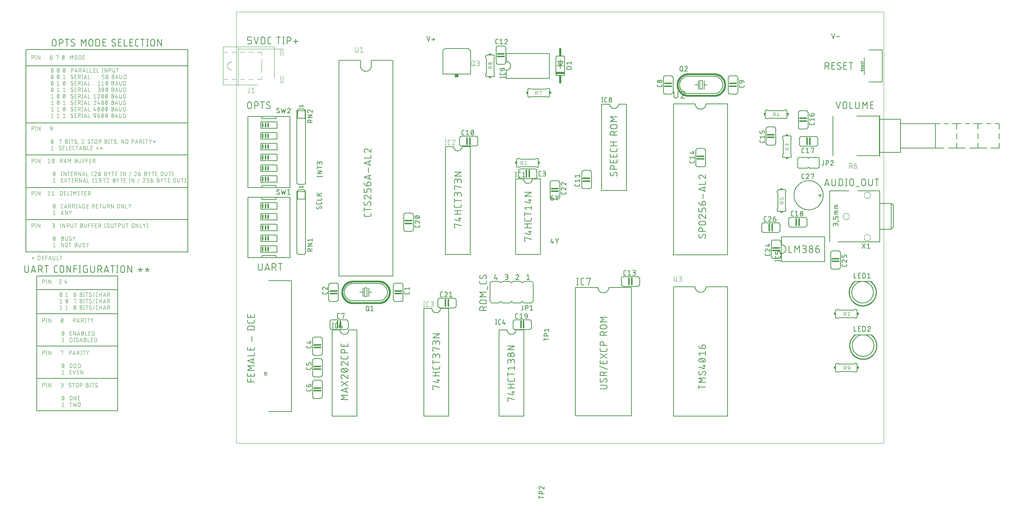
<source format=gto>
From 5851c4758d3301851cf58e0ec3b42c7f93c7ca77 Mon Sep 17 00:00:00 2001
From: William Harrington <kb0iic@berzerkula.org>
Date: Thu, 17 May 2018 20:54:06 -0500
Subject: Populate repository from main eagle directory in user's document
 library.

---
 eagle/ORATOR/orator.GTO | 48481 ++++++++++++++++++++++++++++++++++++++++++++++
 1 file changed, 48481 insertions(+)
 create mode 100755 eagle/ORATOR/orator.GTO

(limited to 'eagle/ORATOR/orator.GTO')

diff --git a/eagle/ORATOR/orator.GTO b/eagle/ORATOR/orator.GTO
new file mode 100755
index 0000000..dba3df4
--- /dev/null
+++ b/eagle/ORATOR/orator.GTO
@@ -0,0 +1,48481 @@
+G75*
+%MOIN*%
+%OFA0B0*%
+%FSLAX25Y25*%
+%IPPOS*%
+%LPD*%
+%AMOC8*
+5,1,8,0,0,1.08239X$1,22.5*
+%
+%ADD10C,0.00000*%
+%ADD11C,0.00600*%
+%ADD12C,0.00400*%
+%ADD13C,0.01200*%
+%ADD14C,0.00500*%
+%ADD15C,0.00700*%
+%ADD16C,0.00394*%
+%ADD17C,0.00800*%
+%ADD18C,0.01000*%
+%ADD19C,0.01600*%
+%ADD20R,0.01500X0.02000*%
+%ADD21R,0.02000X0.01500*%
+%ADD22R,0.01500X0.04000*%
+%ADD23R,0.08000X0.02000*%
+%ADD24R,0.02000X0.07500*%
+%ADD25R,0.03400X0.03000*%
+D10*
+X0199833Y0054300D02*
+X0199833Y0454260D01*
+X0799534Y0454260D01*
+X0799534Y0054300D01*
+X0199833Y0054300D01*
+X0761565Y0264693D02*
+X0761567Y0264801D01*
+X0761573Y0264910D01*
+X0761583Y0265018D01*
+X0761597Y0265125D01*
+X0761615Y0265232D01*
+X0761636Y0265339D01*
+X0761662Y0265444D01*
+X0761692Y0265549D01*
+X0761725Y0265652D01*
+X0761762Y0265754D01*
+X0761803Y0265854D01*
+X0761847Y0265953D01*
+X0761896Y0266051D01*
+X0761947Y0266146D01*
+X0762002Y0266239D01*
+X0762061Y0266331D01*
+X0762123Y0266420D01*
+X0762188Y0266507D01*
+X0762256Y0266591D01*
+X0762327Y0266673D01*
+X0762401Y0266752D01*
+X0762478Y0266828D01*
+X0762558Y0266902D01*
+X0762641Y0266972D01*
+X0762726Y0267040D01*
+X0762813Y0267104D01*
+X0762903Y0267165D01*
+X0762995Y0267223D01*
+X0763089Y0267277D01*
+X0763185Y0267328D01*
+X0763282Y0267375D01*
+X0763382Y0267419D01*
+X0763483Y0267459D01*
+X0763585Y0267495D01*
+X0763688Y0267527D01*
+X0763793Y0267556D01*
+X0763899Y0267580D01*
+X0764005Y0267601D01*
+X0764112Y0267618D01*
+X0764220Y0267631D01*
+X0764328Y0267640D01*
+X0764437Y0267645D01*
+X0764545Y0267646D01*
+X0764654Y0267643D01*
+X0764762Y0267636D01*
+X0764870Y0267625D01*
+X0764977Y0267610D01*
+X0765084Y0267591D01*
+X0765190Y0267568D01*
+X0765295Y0267542D01*
+X0765400Y0267511D01*
+X0765502Y0267477D01*
+X0765604Y0267439D01*
+X0765704Y0267397D01*
+X0765803Y0267352D01*
+X0765900Y0267303D01*
+X0765994Y0267250D01*
+X0766087Y0267194D01*
+X0766178Y0267135D01*
+X0766267Y0267072D01*
+X0766353Y0267007D01*
+X0766437Y0266938D01*
+X0766518Y0266866D01*
+X0766596Y0266791D01*
+X0766672Y0266713D01*
+X0766745Y0266632D01*
+X0766815Y0266549D01*
+X0766881Y0266464D01*
+X0766945Y0266376D01*
+X0767005Y0266285D01*
+X0767062Y0266193D01*
+X0767115Y0266098D01*
+X0767165Y0266002D01*
+X0767211Y0265904D01*
+X0767254Y0265804D01*
+X0767293Y0265703D01*
+X0767328Y0265600D01*
+X0767360Y0265497D01*
+X0767387Y0265392D01*
+X0767411Y0265286D01*
+X0767431Y0265179D01*
+X0767447Y0265072D01*
+X0767459Y0264964D01*
+X0767467Y0264856D01*
+X0767471Y0264747D01*
+X0767471Y0264639D01*
+X0767467Y0264530D01*
+X0767459Y0264422D01*
+X0767447Y0264314D01*
+X0767431Y0264207D01*
+X0767411Y0264100D01*
+X0767387Y0263994D01*
+X0767360Y0263889D01*
+X0767328Y0263786D01*
+X0767293Y0263683D01*
+X0767254Y0263582D01*
+X0767211Y0263482D01*
+X0767165Y0263384D01*
+X0767115Y0263288D01*
+X0767062Y0263193D01*
+X0767005Y0263101D01*
+X0766945Y0263010D01*
+X0766881Y0262922D01*
+X0766815Y0262837D01*
+X0766745Y0262754D01*
+X0766672Y0262673D01*
+X0766596Y0262595D01*
+X0766518Y0262520D01*
+X0766437Y0262448D01*
+X0766353Y0262379D01*
+X0766267Y0262314D01*
+X0766178Y0262251D01*
+X0766087Y0262192D01*
+X0765995Y0262136D01*
+X0765900Y0262083D01*
+X0765803Y0262034D01*
+X0765704Y0261989D01*
+X0765604Y0261947D01*
+X0765502Y0261909D01*
+X0765400Y0261875D01*
+X0765295Y0261844D01*
+X0765190Y0261818D01*
+X0765084Y0261795D01*
+X0764977Y0261776D01*
+X0764870Y0261761D01*
+X0764762Y0261750D01*
+X0764654Y0261743D01*
+X0764545Y0261740D01*
+X0764437Y0261741D01*
+X0764328Y0261746D01*
+X0764220Y0261755D01*
+X0764112Y0261768D01*
+X0764005Y0261785D01*
+X0763899Y0261806D01*
+X0763793Y0261830D01*
+X0763688Y0261859D01*
+X0763585Y0261891D01*
+X0763483Y0261927D01*
+X0763382Y0261967D01*
+X0763282Y0262011D01*
+X0763185Y0262058D01*
+X0763089Y0262109D01*
+X0762995Y0262163D01*
+X0762903Y0262221D01*
+X0762813Y0262282D01*
+X0762726Y0262346D01*
+X0762641Y0262414D01*
+X0762558Y0262484D01*
+X0762478Y0262558D01*
+X0762401Y0262634D01*
+X0762327Y0262713D01*
+X0762256Y0262795D01*
+X0762188Y0262879D01*
+X0762123Y0262966D01*
+X0762061Y0263055D01*
+X0762002Y0263147D01*
+X0761947Y0263240D01*
+X0761896Y0263335D01*
+X0761847Y0263433D01*
+X0761803Y0263532D01*
+X0761762Y0263632D01*
+X0761725Y0263734D01*
+X0761692Y0263837D01*
+X0761662Y0263942D01*
+X0761636Y0264047D01*
+X0761615Y0264154D01*
+X0761597Y0264261D01*
+X0761583Y0264368D01*
+X0761573Y0264476D01*
+X0761567Y0264585D01*
+X0761565Y0264693D01*
+X0781250Y0245008D02*
+X0781252Y0245116D01*
+X0781258Y0245225D01*
+X0781268Y0245333D01*
+X0781282Y0245440D01*
+X0781300Y0245547D01*
+X0781321Y0245654D01*
+X0781347Y0245759D01*
+X0781377Y0245864D01*
+X0781410Y0245967D01*
+X0781447Y0246069D01*
+X0781488Y0246169D01*
+X0781532Y0246268D01*
+X0781581Y0246366D01*
+X0781632Y0246461D01*
+X0781687Y0246554D01*
+X0781746Y0246646D01*
+X0781808Y0246735D01*
+X0781873Y0246822D01*
+X0781941Y0246906D01*
+X0782012Y0246988D01*
+X0782086Y0247067D01*
+X0782163Y0247143D01*
+X0782243Y0247217D01*
+X0782326Y0247287D01*
+X0782411Y0247355D01*
+X0782498Y0247419D01*
+X0782588Y0247480D01*
+X0782680Y0247538D01*
+X0782774Y0247592D01*
+X0782870Y0247643D01*
+X0782967Y0247690D01*
+X0783067Y0247734D01*
+X0783168Y0247774D01*
+X0783270Y0247810D01*
+X0783373Y0247842D01*
+X0783478Y0247871D01*
+X0783584Y0247895D01*
+X0783690Y0247916D01*
+X0783797Y0247933D01*
+X0783905Y0247946D01*
+X0784013Y0247955D01*
+X0784122Y0247960D01*
+X0784230Y0247961D01*
+X0784339Y0247958D01*
+X0784447Y0247951D01*
+X0784555Y0247940D01*
+X0784662Y0247925D01*
+X0784769Y0247906D01*
+X0784875Y0247883D01*
+X0784980Y0247857D01*
+X0785085Y0247826D01*
+X0785187Y0247792D01*
+X0785289Y0247754D01*
+X0785389Y0247712D01*
+X0785488Y0247667D01*
+X0785585Y0247618D01*
+X0785679Y0247565D01*
+X0785772Y0247509D01*
+X0785863Y0247450D01*
+X0785952Y0247387D01*
+X0786038Y0247322D01*
+X0786122Y0247253D01*
+X0786203Y0247181D01*
+X0786281Y0247106D01*
+X0786357Y0247028D01*
+X0786430Y0246947D01*
+X0786500Y0246864D01*
+X0786566Y0246779D01*
+X0786630Y0246691D01*
+X0786690Y0246600D01*
+X0786747Y0246508D01*
+X0786800Y0246413D01*
+X0786850Y0246317D01*
+X0786896Y0246219D01*
+X0786939Y0246119D01*
+X0786978Y0246018D01*
+X0787013Y0245915D01*
+X0787045Y0245812D01*
+X0787072Y0245707D01*
+X0787096Y0245601D01*
+X0787116Y0245494D01*
+X0787132Y0245387D01*
+X0787144Y0245279D01*
+X0787152Y0245171D01*
+X0787156Y0245062D01*
+X0787156Y0244954D01*
+X0787152Y0244845D01*
+X0787144Y0244737D01*
+X0787132Y0244629D01*
+X0787116Y0244522D01*
+X0787096Y0244415D01*
+X0787072Y0244309D01*
+X0787045Y0244204D01*
+X0787013Y0244101D01*
+X0786978Y0243998D01*
+X0786939Y0243897D01*
+X0786896Y0243797D01*
+X0786850Y0243699D01*
+X0786800Y0243603D01*
+X0786747Y0243508D01*
+X0786690Y0243416D01*
+X0786630Y0243325D01*
+X0786566Y0243237D01*
+X0786500Y0243152D01*
+X0786430Y0243069D01*
+X0786357Y0242988D01*
+X0786281Y0242910D01*
+X0786203Y0242835D01*
+X0786122Y0242763D01*
+X0786038Y0242694D01*
+X0785952Y0242629D01*
+X0785863Y0242566D01*
+X0785772Y0242507D01*
+X0785680Y0242451D01*
+X0785585Y0242398D01*
+X0785488Y0242349D01*
+X0785389Y0242304D01*
+X0785289Y0242262D01*
+X0785187Y0242224D01*
+X0785085Y0242190D01*
+X0784980Y0242159D01*
+X0784875Y0242133D01*
+X0784769Y0242110D01*
+X0784662Y0242091D01*
+X0784555Y0242076D01*
+X0784447Y0242065D01*
+X0784339Y0242058D01*
+X0784230Y0242055D01*
+X0784122Y0242056D01*
+X0784013Y0242061D01*
+X0783905Y0242070D01*
+X0783797Y0242083D01*
+X0783690Y0242100D01*
+X0783584Y0242121D01*
+X0783478Y0242145D01*
+X0783373Y0242174D01*
+X0783270Y0242206D01*
+X0783168Y0242242D01*
+X0783067Y0242282D01*
+X0782967Y0242326D01*
+X0782870Y0242373D01*
+X0782774Y0242424D01*
+X0782680Y0242478D01*
+X0782588Y0242536D01*
+X0782498Y0242597D01*
+X0782411Y0242661D01*
+X0782326Y0242729D01*
+X0782243Y0242799D01*
+X0782163Y0242873D01*
+X0782086Y0242949D01*
+X0782012Y0243028D01*
+X0781941Y0243110D01*
+X0781873Y0243194D01*
+X0781808Y0243281D01*
+X0781746Y0243370D01*
+X0781687Y0243462D01*
+X0781632Y0243555D01*
+X0781581Y0243650D01*
+X0781532Y0243748D01*
+X0781488Y0243847D01*
+X0781447Y0243947D01*
+X0781410Y0244049D01*
+X0781377Y0244152D01*
+X0781347Y0244257D01*
+X0781321Y0244362D01*
+X0781300Y0244469D01*
+X0781282Y0244576D01*
+X0781268Y0244683D01*
+X0781258Y0244791D01*
+X0781252Y0244900D01*
+X0781250Y0245008D01*
+X0781250Y0284378D02*
+X0781252Y0284486D01*
+X0781258Y0284595D01*
+X0781268Y0284703D01*
+X0781282Y0284810D01*
+X0781300Y0284917D01*
+X0781321Y0285024D01*
+X0781347Y0285129D01*
+X0781377Y0285234D01*
+X0781410Y0285337D01*
+X0781447Y0285439D01*
+X0781488Y0285539D01*
+X0781532Y0285638D01*
+X0781581Y0285736D01*
+X0781632Y0285831D01*
+X0781687Y0285924D01*
+X0781746Y0286016D01*
+X0781808Y0286105D01*
+X0781873Y0286192D01*
+X0781941Y0286276D01*
+X0782012Y0286358D01*
+X0782086Y0286437D01*
+X0782163Y0286513D01*
+X0782243Y0286587D01*
+X0782326Y0286657D01*
+X0782411Y0286725D01*
+X0782498Y0286789D01*
+X0782588Y0286850D01*
+X0782680Y0286908D01*
+X0782774Y0286962D01*
+X0782870Y0287013D01*
+X0782967Y0287060D01*
+X0783067Y0287104D01*
+X0783168Y0287144D01*
+X0783270Y0287180D01*
+X0783373Y0287212D01*
+X0783478Y0287241D01*
+X0783584Y0287265D01*
+X0783690Y0287286D01*
+X0783797Y0287303D01*
+X0783905Y0287316D01*
+X0784013Y0287325D01*
+X0784122Y0287330D01*
+X0784230Y0287331D01*
+X0784339Y0287328D01*
+X0784447Y0287321D01*
+X0784555Y0287310D01*
+X0784662Y0287295D01*
+X0784769Y0287276D01*
+X0784875Y0287253D01*
+X0784980Y0287227D01*
+X0785085Y0287196D01*
+X0785187Y0287162D01*
+X0785289Y0287124D01*
+X0785389Y0287082D01*
+X0785488Y0287037D01*
+X0785585Y0286988D01*
+X0785679Y0286935D01*
+X0785772Y0286879D01*
+X0785863Y0286820D01*
+X0785952Y0286757D01*
+X0786038Y0286692D01*
+X0786122Y0286623D01*
+X0786203Y0286551D01*
+X0786281Y0286476D01*
+X0786357Y0286398D01*
+X0786430Y0286317D01*
+X0786500Y0286234D01*
+X0786566Y0286149D01*
+X0786630Y0286061D01*
+X0786690Y0285970D01*
+X0786747Y0285878D01*
+X0786800Y0285783D01*
+X0786850Y0285687D01*
+X0786896Y0285589D01*
+X0786939Y0285489D01*
+X0786978Y0285388D01*
+X0787013Y0285285D01*
+X0787045Y0285182D01*
+X0787072Y0285077D01*
+X0787096Y0284971D01*
+X0787116Y0284864D01*
+X0787132Y0284757D01*
+X0787144Y0284649D01*
+X0787152Y0284541D01*
+X0787156Y0284432D01*
+X0787156Y0284324D01*
+X0787152Y0284215D01*
+X0787144Y0284107D01*
+X0787132Y0283999D01*
+X0787116Y0283892D01*
+X0787096Y0283785D01*
+X0787072Y0283679D01*
+X0787045Y0283574D01*
+X0787013Y0283471D01*
+X0786978Y0283368D01*
+X0786939Y0283267D01*
+X0786896Y0283167D01*
+X0786850Y0283069D01*
+X0786800Y0282973D01*
+X0786747Y0282878D01*
+X0786690Y0282786D01*
+X0786630Y0282695D01*
+X0786566Y0282607D01*
+X0786500Y0282522D01*
+X0786430Y0282439D01*
+X0786357Y0282358D01*
+X0786281Y0282280D01*
+X0786203Y0282205D01*
+X0786122Y0282133D01*
+X0786038Y0282064D01*
+X0785952Y0281999D01*
+X0785863Y0281936D01*
+X0785772Y0281877D01*
+X0785680Y0281821D01*
+X0785585Y0281768D01*
+X0785488Y0281719D01*
+X0785389Y0281674D01*
+X0785289Y0281632D01*
+X0785187Y0281594D01*
+X0785085Y0281560D01*
+X0784980Y0281529D01*
+X0784875Y0281503D01*
+X0784769Y0281480D01*
+X0784662Y0281461D01*
+X0784555Y0281446D01*
+X0784447Y0281435D01*
+X0784339Y0281428D01*
+X0784230Y0281425D01*
+X0784122Y0281426D01*
+X0784013Y0281431D01*
+X0783905Y0281440D01*
+X0783797Y0281453D01*
+X0783690Y0281470D01*
+X0783584Y0281491D01*
+X0783478Y0281515D01*
+X0783373Y0281544D01*
+X0783270Y0281576D01*
+X0783168Y0281612D01*
+X0783067Y0281652D01*
+X0782967Y0281696D01*
+X0782870Y0281743D01*
+X0782774Y0281794D01*
+X0782680Y0281848D01*
+X0782588Y0281906D01*
+X0782498Y0281967D01*
+X0782411Y0282031D01*
+X0782326Y0282099D01*
+X0782243Y0282169D01*
+X0782163Y0282243D01*
+X0782086Y0282319D01*
+X0782012Y0282398D01*
+X0781941Y0282480D01*
+X0781873Y0282564D01*
+X0781808Y0282651D01*
+X0781746Y0282740D01*
+X0781687Y0282832D01*
+X0781632Y0282925D01*
+X0781581Y0283020D01*
+X0781532Y0283118D01*
+X0781488Y0283217D01*
+X0781447Y0283317D01*
+X0781410Y0283419D01*
+X0781377Y0283522D01*
+X0781347Y0283627D01*
+X0781321Y0283732D01*
+X0781300Y0283839D01*
+X0781282Y0283946D01*
+X0781268Y0284053D01*
+X0781258Y0284161D01*
+X0781252Y0284270D01*
+X0781250Y0284378D01*
+X0795699Y0319615D02*
+X0795699Y0358985D01*
+D11*
+X0089833Y0084300D02*
+X0014833Y0084300D01*
+X0014833Y0114300D01*
+X0089833Y0114300D01*
+X0089833Y0144300D01*
+X0014833Y0144300D01*
+X0014833Y0114300D01*
+X0014833Y0144300D02*
+X0014833Y0174300D01*
+X0089833Y0174300D01*
+X0089833Y0196800D01*
+X0014833Y0196800D01*
+X0014833Y0174300D01*
+X0014833Y0196800D02*
+X0014833Y0209300D01*
+X0089833Y0209300D01*
+X0089833Y0196800D01*
+X0089516Y0212600D02*
+X0089516Y0219000D01*
+X0088805Y0219000D02*
+X0090227Y0219000D01*
+X0092662Y0217222D02*
+X0092662Y0214377D01*
+X0092661Y0214377D02*
+X0092663Y0214294D01*
+X0092669Y0214211D01*
+X0092679Y0214128D01*
+X0092692Y0214045D01*
+X0092710Y0213964D01*
+X0092731Y0213883D01*
+X0092756Y0213804D01*
+X0092785Y0213726D01*
+X0092817Y0213649D01*
+X0092853Y0213574D01*
+X0092892Y0213500D01*
+X0092935Y0213429D01*
+X0092981Y0213359D01*
+X0093031Y0213292D01*
+X0093083Y0213227D01*
+X0093138Y0213165D01*
+X0093197Y0213105D01*
+X0093258Y0213048D01*
+X0093321Y0212994D01*
+X0093387Y0212943D01*
+X0093456Y0212896D01*
+X0093526Y0212851D01*
+X0093599Y0212810D01*
+X0093673Y0212773D01*
+X0093749Y0212738D01*
+X0093827Y0212708D01*
+X0093905Y0212681D01*
+X0093986Y0212658D01*
+X0094067Y0212638D01*
+X0094149Y0212623D01*
+X0094231Y0212611D01*
+X0094314Y0212603D01*
+X0094397Y0212599D01*
+X0094481Y0212599D01*
+X0094564Y0212603D01*
+X0094647Y0212611D01*
+X0094729Y0212623D01*
+X0094811Y0212638D01*
+X0094892Y0212658D01*
+X0094973Y0212681D01*
+X0095051Y0212708D01*
+X0095129Y0212738D01*
+X0095205Y0212773D01*
+X0095279Y0212810D01*
+X0095352Y0212851D01*
+X0095422Y0212896D01*
+X0095491Y0212943D01*
+X0095557Y0212994D01*
+X0095620Y0213048D01*
+X0095681Y0213105D01*
+X0095740Y0213165D01*
+X0095795Y0213227D01*
+X0095847Y0213292D01*
+X0095897Y0213359D01*
+X0095943Y0213429D01*
+X0095986Y0213500D01*
+X0096025Y0213574D01*
+X0096061Y0213649D01*
+X0096093Y0213726D01*
+X0096122Y0213804D01*
+X0096147Y0213883D01*
+X0096168Y0213964D01*
+X0096186Y0214045D01*
+X0096199Y0214128D01*
+X0096209Y0214211D01*
+X0096215Y0214294D01*
+X0096217Y0214377D01*
+X0096217Y0217222D01*
+X0096215Y0217305D01*
+X0096209Y0217388D01*
+X0096199Y0217471D01*
+X0096186Y0217554D01*
+X0096168Y0217635D01*
+X0096147Y0217716D01*
+X0096122Y0217795D01*
+X0096093Y0217873D01*
+X0096061Y0217950D01*
+X0096025Y0218025D01*
+X0095986Y0218099D01*
+X0095943Y0218170D01*
+X0095897Y0218240D01*
+X0095847Y0218307D01*
+X0095795Y0218372D01*
+X0095740Y0218434D01*
+X0095681Y0218494D01*
+X0095620Y0218551D01*
+X0095557Y0218605D01*
+X0095491Y0218656D01*
+X0095422Y0218703D01*
+X0095352Y0218748D01*
+X0095279Y0218789D01*
+X0095205Y0218826D01*
+X0095129Y0218861D01*
+X0095051Y0218891D01*
+X0094973Y0218918D01*
+X0094892Y0218941D01*
+X0094811Y0218961D01*
+X0094729Y0218976D01*
+X0094647Y0218988D01*
+X0094564Y0218996D01*
+X0094481Y0219000D01*
+X0094397Y0219000D01*
+X0094314Y0218996D01*
+X0094231Y0218988D01*
+X0094149Y0218976D01*
+X0094067Y0218961D01*
+X0093986Y0218941D01*
+X0093905Y0218918D01*
+X0093827Y0218891D01*
+X0093749Y0218861D01*
+X0093673Y0218826D01*
+X0093599Y0218789D01*
+X0093526Y0218748D01*
+X0093456Y0218703D01*
+X0093387Y0218656D01*
+X0093321Y0218605D01*
+X0093258Y0218551D01*
+X0093197Y0218494D01*
+X0093138Y0218434D01*
+X0093083Y0218372D01*
+X0093031Y0218307D01*
+X0092981Y0218240D01*
+X0092935Y0218170D01*
+X0092892Y0218099D01*
+X0092853Y0218025D01*
+X0092817Y0217950D01*
+X0092785Y0217873D01*
+X0092756Y0217795D01*
+X0092731Y0217716D01*
+X0092710Y0217635D01*
+X0092692Y0217554D01*
+X0092679Y0217471D01*
+X0092669Y0217388D01*
+X0092663Y0217305D01*
+X0092661Y0217222D01*
+X0090227Y0212600D02*
+X0088805Y0212600D01*
+X0085003Y0212600D02*
+X0085003Y0219000D01*
+X0083225Y0219000D02*
+X0086781Y0219000D01*
+X0079259Y0219000D02*
+X0081393Y0212600D01*
+X0080859Y0214200D02*
+X0077659Y0214200D01*
+X0077126Y0212600D02*
+X0079259Y0219000D01*
+X0073141Y0219000D02*
+X0071364Y0219000D01*
+X0071364Y0212600D01*
+X0071364Y0215444D02*
+X0073141Y0215444D01*
+X0073497Y0215444D02*
+X0074919Y0212600D01*
+X0073141Y0215444D02*
+X0073224Y0215446D01*
+X0073307Y0215452D01*
+X0073390Y0215462D01*
+X0073473Y0215475D01*
+X0073554Y0215493D01*
+X0073635Y0215514D01*
+X0073714Y0215539D01*
+X0073792Y0215568D01*
+X0073869Y0215600D01*
+X0073944Y0215636D01*
+X0074018Y0215675D01*
+X0074089Y0215718D01*
+X0074159Y0215764D01*
+X0074226Y0215814D01*
+X0074291Y0215866D01*
+X0074353Y0215921D01*
+X0074413Y0215980D01*
+X0074470Y0216041D01*
+X0074524Y0216104D01*
+X0074575Y0216170D01*
+X0074622Y0216239D01*
+X0074667Y0216309D01*
+X0074708Y0216382D01*
+X0074745Y0216456D01*
+X0074780Y0216532D01*
+X0074810Y0216610D01*
+X0074837Y0216688D01*
+X0074860Y0216769D01*
+X0074880Y0216850D01*
+X0074895Y0216932D01*
+X0074907Y0217014D01*
+X0074915Y0217097D01*
+X0074919Y0217180D01*
+X0074919Y0217264D01*
+X0074915Y0217347D01*
+X0074907Y0217430D01*
+X0074895Y0217512D01*
+X0074880Y0217594D01*
+X0074860Y0217675D01*
+X0074837Y0217756D01*
+X0074810Y0217834D01*
+X0074780Y0217912D01*
+X0074745Y0217988D01*
+X0074708Y0218062D01*
+X0074667Y0218135D01*
+X0074622Y0218205D01*
+X0074575Y0218274D01*
+X0074524Y0218340D01*
+X0074470Y0218403D01*
+X0074413Y0218464D01*
+X0074353Y0218523D01*
+X0074291Y0218578D01*
+X0074226Y0218630D01*
+X0074159Y0218680D01*
+X0074089Y0218726D01*
+X0074018Y0218769D01*
+X0073944Y0218808D01*
+X0073869Y0218844D01*
+X0073792Y0218876D01*
+X0073714Y0218905D01*
+X0073635Y0218930D01*
+X0073554Y0218951D01*
+X0073473Y0218969D01*
+X0073390Y0218982D01*
+X0073307Y0218992D01*
+X0073224Y0218998D01*
+X0073141Y0219000D01*
+X0068319Y0219000D02*
+X0068319Y0214377D01*
+X0068317Y0214294D01*
+X0068311Y0214211D01*
+X0068301Y0214128D01*
+X0068288Y0214045D01*
+X0068270Y0213964D01*
+X0068249Y0213883D01*
+X0068224Y0213804D01*
+X0068195Y0213726D01*
+X0068163Y0213649D01*
+X0068127Y0213574D01*
+X0068088Y0213500D01*
+X0068045Y0213429D01*
+X0067999Y0213359D01*
+X0067949Y0213292D01*
+X0067897Y0213227D01*
+X0067842Y0213165D01*
+X0067783Y0213105D01*
+X0067722Y0213048D01*
+X0067659Y0212994D01*
+X0067593Y0212943D01*
+X0067524Y0212896D01*
+X0067454Y0212851D01*
+X0067381Y0212810D01*
+X0067307Y0212773D01*
+X0067231Y0212738D01*
+X0067153Y0212708D01*
+X0067075Y0212681D01*
+X0066994Y0212658D01*
+X0066913Y0212638D01*
+X0066831Y0212623D01*
+X0066749Y0212611D01*
+X0066666Y0212603D01*
+X0066583Y0212599D01*
+X0066499Y0212599D01*
+X0066416Y0212603D01*
+X0066333Y0212611D01*
+X0066251Y0212623D01*
+X0066169Y0212638D01*
+X0066088Y0212658D01*
+X0066007Y0212681D01*
+X0065929Y0212708D01*
+X0065851Y0212738D01*
+X0065775Y0212773D01*
+X0065701Y0212810D01*
+X0065628Y0212851D01*
+X0065558Y0212896D01*
+X0065489Y0212943D01*
+X0065423Y0212994D01*
+X0065360Y0213048D01*
+X0065299Y0213105D01*
+X0065240Y0213165D01*
+X0065185Y0213227D01*
+X0065133Y0213292D01*
+X0065083Y0213359D01*
+X0065037Y0213429D01*
+X0064994Y0213500D01*
+X0064955Y0213574D01*
+X0064919Y0213649D01*
+X0064887Y0213726D01*
+X0064858Y0213804D01*
+X0064833Y0213883D01*
+X0064812Y0213964D01*
+X0064794Y0214045D01*
+X0064781Y0214128D01*
+X0064771Y0214211D01*
+X0064765Y0214294D01*
+X0064763Y0214377D01*
+X0064763Y0219000D01*
+X0061755Y0219000D02*
+X0059621Y0219000D01*
+X0059621Y0218999D02*
+X0059547Y0218997D01*
+X0059472Y0218991D01*
+X0059399Y0218981D01*
+X0059325Y0218968D01*
+X0059253Y0218951D01*
+X0059182Y0218929D01*
+X0059111Y0218905D01*
+X0059043Y0218876D01*
+X0058975Y0218844D01*
+X0058910Y0218808D01*
+X0058847Y0218770D01*
+X0058785Y0218727D01*
+X0058726Y0218682D01*
+X0058669Y0218634D01*
+X0058615Y0218583D01*
+X0058564Y0218528D01*
+X0058516Y0218472D01*
+X0058471Y0218413D01*
+X0058428Y0218351D01*
+X0058390Y0218288D01*
+X0058354Y0218223D01*
+X0058322Y0218155D01*
+X0058293Y0218087D01*
+X0058269Y0218016D01*
+X0058247Y0217945D01*
+X0058230Y0217873D01*
+X0058217Y0217799D01*
+X0058207Y0217726D01*
+X0058201Y0217651D01*
+X0058199Y0217577D01*
+X0058199Y0214022D01*
+X0058201Y0213948D01*
+X0058207Y0213873D01*
+X0058217Y0213800D01*
+X0058230Y0213726D01*
+X0058247Y0213654D01*
+X0058269Y0213583D01*
+X0058293Y0213512D01*
+X0058322Y0213444D01*
+X0058354Y0213376D01*
+X0058390Y0213311D01*
+X0058428Y0213248D01*
+X0058471Y0213186D01*
+X0058516Y0213127D01*
+X0058564Y0213070D01*
+X0058615Y0213016D01*
+X0058669Y0212965D01*
+X0058726Y0212917D01*
+X0058785Y0212872D01*
+X0058847Y0212829D01*
+X0058910Y0212791D01*
+X0058975Y0212755D01*
+X0059043Y0212723D01*
+X0059111Y0212694D01*
+X0059182Y0212670D01*
+X0059253Y0212648D01*
+X0059325Y0212631D01*
+X0059399Y0212618D01*
+X0059472Y0212608D01*
+X0059547Y0212602D01*
+X0059621Y0212600D01*
+X0061755Y0212600D01*
+X0061755Y0216155D01*
+X0060688Y0216155D01*
+X0055560Y0219000D02*
+X0054137Y0219000D01*
+X0054848Y0219000D02*
+X0054848Y0212600D01*
+X0054137Y0212600D02*
+X0055560Y0212600D01*
+X0052029Y0216155D02*
+X0049185Y0216155D01*
+X0049185Y0219000D02*
+X0049185Y0212600D01*
+X0046164Y0212600D02*
+X0046164Y0219000D01*
+X0049185Y0219000D02*
+X0052029Y0219000D01*
+X0046164Y0212600D02*
+X0042609Y0219000D01*
+X0042609Y0212600D01*
+X0039805Y0214377D02*
+X0039805Y0217222D01*
+X0039803Y0217305D01*
+X0039797Y0217388D01*
+X0039787Y0217471D01*
+X0039774Y0217554D01*
+X0039756Y0217635D01*
+X0039735Y0217716D01*
+X0039710Y0217795D01*
+X0039681Y0217873D01*
+X0039649Y0217950D01*
+X0039613Y0218025D01*
+X0039574Y0218099D01*
+X0039531Y0218170D01*
+X0039485Y0218240D01*
+X0039435Y0218307D01*
+X0039383Y0218372D01*
+X0039328Y0218434D01*
+X0039269Y0218494D01*
+X0039208Y0218551D01*
+X0039145Y0218605D01*
+X0039079Y0218656D01*
+X0039010Y0218703D01*
+X0038940Y0218748D01*
+X0038867Y0218789D01*
+X0038793Y0218826D01*
+X0038717Y0218861D01*
+X0038639Y0218891D01*
+X0038561Y0218918D01*
+X0038480Y0218941D01*
+X0038399Y0218961D01*
+X0038317Y0218976D01*
+X0038235Y0218988D01*
+X0038152Y0218996D01*
+X0038069Y0219000D01*
+X0037985Y0219000D01*
+X0037902Y0218996D01*
+X0037819Y0218988D01*
+X0037737Y0218976D01*
+X0037655Y0218961D01*
+X0037574Y0218941D01*
+X0037493Y0218918D01*
+X0037415Y0218891D01*
+X0037337Y0218861D01*
+X0037261Y0218826D01*
+X0037187Y0218789D01*
+X0037114Y0218748D01*
+X0037044Y0218703D01*
+X0036975Y0218656D01*
+X0036909Y0218605D01*
+X0036846Y0218551D01*
+X0036785Y0218494D01*
+X0036726Y0218434D01*
+X0036671Y0218372D01*
+X0036619Y0218307D01*
+X0036569Y0218240D01*
+X0036523Y0218170D01*
+X0036480Y0218099D01*
+X0036441Y0218025D01*
+X0036405Y0217950D01*
+X0036373Y0217873D01*
+X0036344Y0217795D01*
+X0036319Y0217716D01*
+X0036298Y0217635D01*
+X0036280Y0217554D01*
+X0036267Y0217471D01*
+X0036257Y0217388D01*
+X0036251Y0217305D01*
+X0036249Y0217222D01*
+X0036250Y0217222D02*
+X0036250Y0214377D01*
+X0036249Y0214377D02*
+X0036251Y0214294D01*
+X0036257Y0214211D01*
+X0036267Y0214128D01*
+X0036280Y0214045D01*
+X0036298Y0213964D01*
+X0036319Y0213883D01*
+X0036344Y0213804D01*
+X0036373Y0213726D01*
+X0036405Y0213649D01*
+X0036441Y0213574D01*
+X0036480Y0213500D01*
+X0036523Y0213429D01*
+X0036569Y0213359D01*
+X0036619Y0213292D01*
+X0036671Y0213227D01*
+X0036726Y0213165D01*
+X0036785Y0213105D01*
+X0036846Y0213048D01*
+X0036909Y0212994D01*
+X0036975Y0212943D01*
+X0037044Y0212896D01*
+X0037114Y0212851D01*
+X0037187Y0212810D01*
+X0037261Y0212773D01*
+X0037337Y0212738D01*
+X0037415Y0212708D01*
+X0037493Y0212681D01*
+X0037574Y0212658D01*
+X0037655Y0212638D01*
+X0037737Y0212623D01*
+X0037819Y0212611D01*
+X0037902Y0212603D01*
+X0037985Y0212599D01*
+X0038069Y0212599D01*
+X0038152Y0212603D01*
+X0038235Y0212611D01*
+X0038317Y0212623D01*
+X0038399Y0212638D01*
+X0038480Y0212658D01*
+X0038561Y0212681D01*
+X0038639Y0212708D01*
+X0038717Y0212738D01*
+X0038793Y0212773D01*
+X0038867Y0212810D01*
+X0038940Y0212851D01*
+X0039010Y0212896D01*
+X0039079Y0212943D01*
+X0039145Y0212994D01*
+X0039208Y0213048D01*
+X0039269Y0213105D01*
+X0039328Y0213165D01*
+X0039383Y0213227D01*
+X0039435Y0213292D01*
+X0039485Y0213359D01*
+X0039531Y0213429D01*
+X0039574Y0213500D01*
+X0039613Y0213574D01*
+X0039649Y0213649D01*
+X0039681Y0213726D01*
+X0039710Y0213804D01*
+X0039735Y0213883D01*
+X0039756Y0213964D01*
+X0039774Y0214045D01*
+X0039787Y0214128D01*
+X0039797Y0214211D01*
+X0039803Y0214294D01*
+X0039805Y0214377D01*
+X0033950Y0212600D02*
+X0032528Y0212600D01*
+X0032454Y0212602D01*
+X0032379Y0212608D01*
+X0032306Y0212618D01*
+X0032232Y0212631D01*
+X0032160Y0212648D01*
+X0032089Y0212670D01*
+X0032018Y0212694D01*
+X0031950Y0212723D01*
+X0031882Y0212755D01*
+X0031817Y0212791D01*
+X0031754Y0212829D01*
+X0031692Y0212872D01*
+X0031633Y0212917D01*
+X0031576Y0212965D01*
+X0031522Y0213016D01*
+X0031471Y0213070D01*
+X0031423Y0213127D01*
+X0031378Y0213186D01*
+X0031335Y0213248D01*
+X0031297Y0213311D01*
+X0031261Y0213376D01*
+X0031229Y0213444D01*
+X0031200Y0213512D01*
+X0031176Y0213583D01*
+X0031154Y0213654D01*
+X0031137Y0213726D01*
+X0031124Y0213800D01*
+X0031114Y0213873D01*
+X0031108Y0213948D01*
+X0031106Y0214022D01*
+X0031106Y0217577D01*
+X0031108Y0217651D01*
+X0031114Y0217726D01*
+X0031124Y0217799D01*
+X0031137Y0217873D01*
+X0031154Y0217945D01*
+X0031176Y0218016D01*
+X0031200Y0218087D01*
+X0031229Y0218155D01*
+X0031261Y0218223D01*
+X0031297Y0218288D01*
+X0031335Y0218351D01*
+X0031378Y0218413D01*
+X0031423Y0218472D01*
+X0031471Y0218528D01*
+X0031522Y0218583D01*
+X0031576Y0218634D01*
+X0031633Y0218682D01*
+X0031692Y0218727D01*
+X0031754Y0218770D01*
+X0031817Y0218808D01*
+X0031882Y0218844D01*
+X0031950Y0218876D01*
+X0032018Y0218905D01*
+X0032089Y0218929D01*
+X0032160Y0218951D01*
+X0032232Y0218968D01*
+X0032306Y0218981D01*
+X0032379Y0218991D01*
+X0032454Y0218997D01*
+X0032528Y0218999D01*
+X0032528Y0219000D02*
+X0033950Y0219000D01*
+X0025651Y0219000D02*
+X0022095Y0219000D01*
+X0023873Y0219000D02*
+X0023873Y0212600D01*
+X0019943Y0212600D02*
+X0018521Y0215444D01*
+X0018165Y0215444D02*
+X0016388Y0215444D01*
+X0018165Y0215444D02*
+X0018248Y0215446D01*
+X0018331Y0215452D01*
+X0018414Y0215462D01*
+X0018497Y0215475D01*
+X0018578Y0215493D01*
+X0018659Y0215514D01*
+X0018738Y0215539D01*
+X0018816Y0215568D01*
+X0018893Y0215600D01*
+X0018968Y0215636D01*
+X0019042Y0215675D01*
+X0019113Y0215718D01*
+X0019183Y0215764D01*
+X0019250Y0215814D01*
+X0019315Y0215866D01*
+X0019377Y0215921D01*
+X0019437Y0215980D01*
+X0019494Y0216041D01*
+X0019548Y0216104D01*
+X0019599Y0216170D01*
+X0019646Y0216239D01*
+X0019691Y0216309D01*
+X0019732Y0216382D01*
+X0019769Y0216456D01*
+X0019804Y0216532D01*
+X0019834Y0216610D01*
+X0019861Y0216688D01*
+X0019884Y0216769D01*
+X0019904Y0216850D01*
+X0019919Y0216932D01*
+X0019931Y0217014D01*
+X0019939Y0217097D01*
+X0019943Y0217180D01*
+X0019943Y0217264D01*
+X0019939Y0217347D01*
+X0019931Y0217430D01*
+X0019919Y0217512D01*
+X0019904Y0217594D01*
+X0019884Y0217675D01*
+X0019861Y0217756D01*
+X0019834Y0217834D01*
+X0019804Y0217912D01*
+X0019769Y0217988D01*
+X0019732Y0218062D01*
+X0019691Y0218135D01*
+X0019646Y0218205D01*
+X0019599Y0218274D01*
+X0019548Y0218340D01*
+X0019494Y0218403D01*
+X0019437Y0218464D01*
+X0019377Y0218523D01*
+X0019315Y0218578D01*
+X0019250Y0218630D01*
+X0019183Y0218680D01*
+X0019113Y0218726D01*
+X0019042Y0218769D01*
+X0018968Y0218808D01*
+X0018893Y0218844D01*
+X0018816Y0218876D01*
+X0018738Y0218905D01*
+X0018659Y0218930D01*
+X0018578Y0218951D01*
+X0018497Y0218969D01*
+X0018414Y0218982D01*
+X0018331Y0218992D01*
+X0018248Y0218998D01*
+X0018165Y0219000D01*
+X0016388Y0219000D01*
+X0016388Y0212600D01*
+X0013904Y0212600D02*
+X0011770Y0219000D01*
+X0009637Y0212600D01*
+X0010170Y0214200D02*
+X0013370Y0214200D01*
+X0007189Y0214377D02*
+X0007189Y0219000D01*
+X0003633Y0219000D02*
+X0003633Y0214377D01*
+X0003635Y0214294D01*
+X0003641Y0214211D01*
+X0003651Y0214128D01*
+X0003664Y0214045D01*
+X0003682Y0213964D01*
+X0003703Y0213883D01*
+X0003728Y0213804D01*
+X0003757Y0213726D01*
+X0003789Y0213649D01*
+X0003825Y0213574D01*
+X0003864Y0213500D01*
+X0003907Y0213429D01*
+X0003953Y0213359D01*
+X0004003Y0213292D01*
+X0004055Y0213227D01*
+X0004110Y0213165D01*
+X0004169Y0213105D01*
+X0004230Y0213048D01*
+X0004293Y0212994D01*
+X0004359Y0212943D01*
+X0004428Y0212896D01*
+X0004498Y0212851D01*
+X0004571Y0212810D01*
+X0004645Y0212773D01*
+X0004721Y0212738D01*
+X0004799Y0212708D01*
+X0004877Y0212681D01*
+X0004958Y0212658D01*
+X0005039Y0212638D01*
+X0005121Y0212623D01*
+X0005203Y0212611D01*
+X0005286Y0212603D01*
+X0005369Y0212599D01*
+X0005453Y0212599D01*
+X0005536Y0212603D01*
+X0005619Y0212611D01*
+X0005701Y0212623D01*
+X0005783Y0212638D01*
+X0005864Y0212658D01*
+X0005945Y0212681D01*
+X0006023Y0212708D01*
+X0006101Y0212738D01*
+X0006177Y0212773D01*
+X0006251Y0212810D01*
+X0006324Y0212851D01*
+X0006394Y0212896D01*
+X0006463Y0212943D01*
+X0006529Y0212994D01*
+X0006592Y0213048D01*
+X0006653Y0213105D01*
+X0006712Y0213165D01*
+X0006767Y0213227D01*
+X0006819Y0213292D01*
+X0006869Y0213359D01*
+X0006915Y0213429D01*
+X0006958Y0213500D01*
+X0006997Y0213574D01*
+X0007033Y0213649D01*
+X0007065Y0213726D01*
+X0007094Y0213804D01*
+X0007119Y0213883D01*
+X0007140Y0213964D01*
+X0007158Y0214045D01*
+X0007171Y0214128D01*
+X0007181Y0214211D01*
+X0007187Y0214294D01*
+X0007189Y0214377D01*
+X0004833Y0231800D02*
+X0154833Y0231800D01*
+X0154833Y0261800D01*
+X0004833Y0261800D01*
+X0004833Y0231800D01*
+X0004833Y0261800D02*
+X0004833Y0291300D01*
+X0154833Y0291300D01*
+X0154833Y0321800D01*
+X0004833Y0321800D01*
+X0004833Y0291300D01*
+X0004833Y0321800D02*
+X0004833Y0351300D01*
+X0154833Y0351300D01*
+X0154833Y0404300D01*
+X0004833Y0404300D01*
+X0004833Y0351300D01*
+X0004833Y0404300D02*
+X0004833Y0419300D01*
+X0154833Y0419300D01*
+X0154833Y0404300D01*
+X0130333Y0422600D02*
+X0130333Y0429000D01*
+X0126777Y0429000D02*
+X0130333Y0422600D01*
+X0126777Y0422600D02*
+X0126777Y0429000D01*
+X0123974Y0427222D02*
+X0123974Y0424377D01*
+X0123972Y0424294D01*
+X0123966Y0424211D01*
+X0123956Y0424128D01*
+X0123943Y0424045D01*
+X0123925Y0423964D01*
+X0123904Y0423883D01*
+X0123879Y0423804D01*
+X0123850Y0423726D01*
+X0123818Y0423649D01*
+X0123782Y0423574D01*
+X0123743Y0423500D01*
+X0123700Y0423429D01*
+X0123654Y0423359D01*
+X0123604Y0423292D01*
+X0123552Y0423227D01*
+X0123497Y0423165D01*
+X0123438Y0423105D01*
+X0123377Y0423048D01*
+X0123314Y0422994D01*
+X0123248Y0422943D01*
+X0123179Y0422896D01*
+X0123109Y0422851D01*
+X0123036Y0422810D01*
+X0122962Y0422773D01*
+X0122886Y0422738D01*
+X0122808Y0422708D01*
+X0122730Y0422681D01*
+X0122649Y0422658D01*
+X0122568Y0422638D01*
+X0122486Y0422623D01*
+X0122404Y0422611D01*
+X0122321Y0422603D01*
+X0122238Y0422599D01*
+X0122154Y0422599D01*
+X0122071Y0422603D01*
+X0121988Y0422611D01*
+X0121906Y0422623D01*
+X0121824Y0422638D01*
+X0121743Y0422658D01*
+X0121662Y0422681D01*
+X0121584Y0422708D01*
+X0121506Y0422738D01*
+X0121430Y0422773D01*
+X0121356Y0422810D01*
+X0121283Y0422851D01*
+X0121213Y0422896D01*
+X0121144Y0422943D01*
+X0121078Y0422994D01*
+X0121015Y0423048D01*
+X0120954Y0423105D01*
+X0120895Y0423165D01*
+X0120840Y0423227D01*
+X0120788Y0423292D01*
+X0120738Y0423359D01*
+X0120692Y0423429D01*
+X0120649Y0423500D01*
+X0120610Y0423574D01*
+X0120574Y0423649D01*
+X0120542Y0423726D01*
+X0120513Y0423804D01*
+X0120488Y0423883D01*
+X0120467Y0423964D01*
+X0120449Y0424045D01*
+X0120436Y0424128D01*
+X0120426Y0424211D01*
+X0120420Y0424294D01*
+X0120418Y0424377D01*
+X0120418Y0427222D01*
+X0120420Y0427305D01*
+X0120426Y0427388D01*
+X0120436Y0427471D01*
+X0120449Y0427554D01*
+X0120467Y0427635D01*
+X0120488Y0427716D01*
+X0120513Y0427795D01*
+X0120542Y0427873D01*
+X0120574Y0427950D01*
+X0120610Y0428025D01*
+X0120649Y0428099D01*
+X0120692Y0428170D01*
+X0120738Y0428240D01*
+X0120788Y0428307D01*
+X0120840Y0428372D01*
+X0120895Y0428434D01*
+X0120954Y0428494D01*
+X0121015Y0428551D01*
+X0121078Y0428605D01*
+X0121144Y0428656D01*
+X0121213Y0428703D01*
+X0121283Y0428748D01*
+X0121356Y0428789D01*
+X0121430Y0428826D01*
+X0121506Y0428861D01*
+X0121584Y0428891D01*
+X0121662Y0428918D01*
+X0121743Y0428941D01*
+X0121824Y0428961D01*
+X0121906Y0428976D01*
+X0121988Y0428988D01*
+X0122071Y0428996D01*
+X0122154Y0429000D01*
+X0122238Y0429000D01*
+X0122321Y0428996D01*
+X0122404Y0428988D01*
+X0122486Y0428976D01*
+X0122568Y0428961D01*
+X0122649Y0428941D01*
+X0122730Y0428918D01*
+X0122808Y0428891D01*
+X0122886Y0428861D01*
+X0122962Y0428826D01*
+X0123036Y0428789D01*
+X0123109Y0428748D01*
+X0123179Y0428703D01*
+X0123248Y0428656D01*
+X0123314Y0428605D01*
+X0123377Y0428551D01*
+X0123438Y0428494D01*
+X0123497Y0428434D01*
+X0123552Y0428372D01*
+X0123604Y0428307D01*
+X0123654Y0428240D01*
+X0123700Y0428170D01*
+X0123743Y0428099D01*
+X0123782Y0428025D01*
+X0123818Y0427950D01*
+X0123850Y0427873D01*
+X0123879Y0427795D01*
+X0123904Y0427716D01*
+X0123925Y0427635D01*
+X0123943Y0427554D01*
+X0123956Y0427471D01*
+X0123966Y0427388D01*
+X0123972Y0427305D01*
+X0123974Y0427222D01*
+X0117984Y0429000D02*
+X0116562Y0429000D01*
+X0117273Y0429000D02*
+X0117273Y0422600D01*
+X0116562Y0422600D02*
+X0117984Y0422600D01*
+X0112760Y0422600D02*
+X0112760Y0429000D01*
+X0114537Y0429000D02*
+X0110982Y0429000D01*
+X0109093Y0429000D02*
+X0107670Y0429000D01*
+X0107670Y0428999D02*
+X0107596Y0428997D01*
+X0107521Y0428991D01*
+X0107448Y0428981D01*
+X0107374Y0428968D01*
+X0107302Y0428951D01*
+X0107231Y0428929D01*
+X0107160Y0428905D01*
+X0107092Y0428876D01*
+X0107024Y0428844D01*
+X0106959Y0428808D01*
+X0106896Y0428770D01*
+X0106834Y0428727D01*
+X0106775Y0428682D01*
+X0106718Y0428634D01*
+X0106664Y0428583D01*
+X0106613Y0428528D01*
+X0106565Y0428472D01*
+X0106520Y0428413D01*
+X0106477Y0428351D01*
+X0106439Y0428288D01*
+X0106403Y0428223D01*
+X0106371Y0428155D01*
+X0106342Y0428087D01*
+X0106318Y0428016D01*
+X0106296Y0427945D01*
+X0106279Y0427873D01*
+X0106266Y0427799D01*
+X0106256Y0427726D01*
+X0106250Y0427651D01*
+X0106248Y0427577D01*
+X0106248Y0424022D01*
+X0106250Y0423948D01*
+X0106256Y0423873D01*
+X0106266Y0423800D01*
+X0106279Y0423726D01*
+X0106296Y0423654D01*
+X0106318Y0423583D01*
+X0106342Y0423512D01*
+X0106371Y0423444D01*
+X0106403Y0423376D01*
+X0106439Y0423311D01*
+X0106477Y0423248D01*
+X0106520Y0423186D01*
+X0106565Y0423127D01*
+X0106613Y0423070D01*
+X0106664Y0423016D01*
+X0106718Y0422965D01*
+X0106775Y0422917D01*
+X0106834Y0422872D01*
+X0106896Y0422829D01*
+X0106959Y0422791D01*
+X0107024Y0422755D01*
+X0107092Y0422723D01*
+X0107160Y0422694D01*
+X0107231Y0422670D01*
+X0107302Y0422648D01*
+X0107374Y0422631D01*
+X0107448Y0422618D01*
+X0107521Y0422608D01*
+X0107596Y0422602D01*
+X0107670Y0422600D01*
+X0109093Y0422600D01*
+X0103992Y0422600D02*
+X0101147Y0422600D01*
+X0101147Y0429000D01*
+X0103992Y0429000D01*
+X0103281Y0426155D02*
+X0101147Y0426155D01*
+X0098658Y0422600D02*
+X0095814Y0422600D01*
+X0095814Y0429000D01*
+X0093325Y0429000D02*
+X0090480Y0429000D01*
+X0090480Y0422600D01*
+X0093325Y0422600D01*
+X0092614Y0426155D02*
+X0090480Y0426155D01*
+X0087159Y0425266D02*
+X0085203Y0426333D01*
+X0085914Y0429000D02*
+X0086015Y0428998D01*
+X0086116Y0428992D01*
+X0086216Y0428983D01*
+X0086316Y0428969D01*
+X0086416Y0428952D01*
+X0086515Y0428932D01*
+X0086612Y0428907D01*
+X0086709Y0428879D01*
+X0086805Y0428847D01*
+X0086900Y0428811D01*
+X0086993Y0428772D01*
+X0087084Y0428730D01*
+X0087174Y0428684D01*
+X0087262Y0428634D01*
+X0087348Y0428582D01*
+X0087432Y0428526D01*
+X0087514Y0428467D01*
+X0085204Y0426333D02*
+X0085140Y0426373D01*
+X0085079Y0426416D01*
+X0085020Y0426462D01*
+X0084963Y0426511D01*
+X0084909Y0426563D01*
+X0084858Y0426617D01*
+X0084810Y0426675D01*
+X0084764Y0426734D01*
+X0084722Y0426796D01*
+X0084683Y0426861D01*
+X0084648Y0426927D01*
+X0084616Y0426994D01*
+X0084587Y0427064D01*
+X0084562Y0427134D01*
+X0084541Y0427206D01*
+X0084524Y0427279D01*
+X0084510Y0427353D01*
+X0084501Y0427427D01*
+X0084495Y0427502D01*
+X0084493Y0427577D01*
+X0084492Y0427577D02*
+X0084494Y0427651D01*
+X0084500Y0427726D01*
+X0084510Y0427799D01*
+X0084523Y0427873D01*
+X0084540Y0427945D01*
+X0084562Y0428016D01*
+X0084586Y0428087D01*
+X0084615Y0428155D01*
+X0084647Y0428223D01*
+X0084683Y0428288D01*
+X0084721Y0428351D01*
+X0084764Y0428413D01*
+X0084809Y0428472D01*
+X0084857Y0428529D01*
+X0084908Y0428583D01*
+X0084963Y0428634D01*
+X0085019Y0428682D01*
+X0085078Y0428727D01*
+X0085140Y0428770D01*
+X0085203Y0428808D01*
+X0085268Y0428844D01*
+X0085336Y0428876D01*
+X0085404Y0428905D01*
+X0085475Y0428929D01*
+X0085546Y0428951D01*
+X0085618Y0428968D01*
+X0085692Y0428981D01*
+X0085765Y0428991D01*
+X0085840Y0428997D01*
+X0085914Y0428999D01*
+X0084315Y0423489D02*
+X0084392Y0423414D01*
+X0084472Y0423341D01*
+X0084555Y0423272D01*
+X0084640Y0423205D01*
+X0084727Y0423142D01*
+X0084816Y0423082D01*
+X0084908Y0423025D01*
+X0085001Y0422971D01*
+X0085097Y0422921D01*
+X0085194Y0422874D01*
+X0085293Y0422831D01*
+X0085393Y0422791D01*
+X0085494Y0422755D01*
+X0085597Y0422723D01*
+X0085701Y0422694D01*
+X0085806Y0422669D01*
+X0085912Y0422648D01*
+X0086018Y0422631D01*
+X0086125Y0422617D01*
+X0086233Y0422608D01*
+X0086340Y0422602D01*
+X0086448Y0422600D01*
+X0086522Y0422602D01*
+X0086597Y0422608D01*
+X0086670Y0422618D01*
+X0086744Y0422631D01*
+X0086816Y0422648D01*
+X0086887Y0422670D01*
+X0086958Y0422694D01*
+X0087026Y0422723D01*
+X0087094Y0422755D01*
+X0087159Y0422791D01*
+X0087222Y0422829D01*
+X0087284Y0422872D01*
+X0087343Y0422917D01*
+X0087400Y0422965D01*
+X0087454Y0423016D01*
+X0087505Y0423070D01*
+X0087553Y0423127D01*
+X0087598Y0423186D01*
+X0087641Y0423248D01*
+X0087679Y0423311D01*
+X0087715Y0423376D01*
+X0087747Y0423444D01*
+X0087776Y0423512D01*
+X0087800Y0423583D01*
+X0087822Y0423654D01*
+X0087839Y0423726D01*
+X0087852Y0423800D01*
+X0087862Y0423873D01*
+X0087868Y0423948D01*
+X0087870Y0424022D01*
+X0087868Y0424097D01*
+X0087862Y0424172D01*
+X0087853Y0424246D01*
+X0087839Y0424320D01*
+X0087822Y0424393D01*
+X0087801Y0424465D01*
+X0087776Y0424535D01*
+X0087747Y0424605D01*
+X0087715Y0424672D01*
+X0087680Y0424738D01*
+X0087641Y0424803D01*
+X0087599Y0424865D01*
+X0087553Y0424924D01*
+X0087505Y0424982D01*
+X0087454Y0425036D01*
+X0087400Y0425088D01*
+X0087343Y0425137D01*
+X0087284Y0425183D01*
+X0087223Y0425226D01*
+X0087159Y0425266D01*
+X0078965Y0422600D02*
+X0076121Y0422600D01*
+X0076121Y0429000D01*
+X0078965Y0429000D01*
+X0078254Y0426155D02*
+X0076121Y0426155D01*
+X0073100Y0427222D02*
+X0073100Y0424377D01*
+X0073101Y0424377D02*
+X0073099Y0424295D01*
+X0073093Y0424213D01*
+X0073084Y0424131D01*
+X0073071Y0424050D01*
+X0073054Y0423970D01*
+X0073033Y0423890D01*
+X0073009Y0423812D01*
+X0072981Y0423735D01*
+X0072950Y0423659D01*
+X0072915Y0423584D01*
+X0072876Y0423512D01*
+X0072835Y0423441D01*
+X0072790Y0423372D01*
+X0072742Y0423306D01*
+X0072691Y0423241D01*
+X0072637Y0423179D01*
+X0072580Y0423120D01*
+X0072521Y0423063D01*
+X0072459Y0423009D01*
+X0072394Y0422958D01*
+X0072328Y0422910D01*
+X0072259Y0422865D01*
+X0072188Y0422824D01*
+X0072116Y0422785D01*
+X0072041Y0422750D01*
+X0071965Y0422719D01*
+X0071888Y0422691D01*
+X0071810Y0422667D01*
+X0071730Y0422646D01*
+X0071650Y0422629D01*
+X0071569Y0422616D01*
+X0071487Y0422607D01*
+X0071405Y0422601D01*
+X0071323Y0422599D01*
+X0071323Y0422600D02*
+X0069545Y0422600D01*
+X0069545Y0429000D01*
+X0071323Y0429000D01*
+X0071405Y0428998D01*
+X0071487Y0428992D01*
+X0071569Y0428983D01*
+X0071650Y0428970D01*
+X0071730Y0428953D01*
+X0071810Y0428932D01*
+X0071888Y0428908D01*
+X0071965Y0428880D01*
+X0072041Y0428849D01*
+X0072116Y0428814D01*
+X0072188Y0428775D01*
+X0072259Y0428734D01*
+X0072328Y0428689D01*
+X0072394Y0428641D01*
+X0072459Y0428590D01*
+X0072521Y0428536D01*
+X0072580Y0428479D01*
+X0072637Y0428420D01*
+X0072691Y0428358D01*
+X0072742Y0428293D01*
+X0072790Y0428227D01*
+X0072835Y0428158D01*
+X0072876Y0428087D01*
+X0072915Y0428015D01*
+X0072950Y0427940D01*
+X0072981Y0427864D01*
+X0073009Y0427787D01*
+X0073033Y0427709D01*
+X0073054Y0427629D01*
+X0073071Y0427549D01*
+X0073084Y0427468D01*
+X0073093Y0427386D01*
+X0073099Y0427304D01*
+X0073101Y0427222D01*
+X0066741Y0427222D02*
+X0066741Y0424377D01*
+X0066739Y0424294D01*
+X0066733Y0424211D01*
+X0066723Y0424128D01*
+X0066710Y0424045D01*
+X0066692Y0423964D01*
+X0066671Y0423883D01*
+X0066646Y0423804D01*
+X0066617Y0423726D01*
+X0066585Y0423649D01*
+X0066549Y0423574D01*
+X0066510Y0423500D01*
+X0066467Y0423429D01*
+X0066421Y0423359D01*
+X0066371Y0423292D01*
+X0066319Y0423227D01*
+X0066264Y0423165D01*
+X0066205Y0423105D01*
+X0066144Y0423048D01*
+X0066081Y0422994D01*
+X0066015Y0422943D01*
+X0065946Y0422896D01*
+X0065876Y0422851D01*
+X0065803Y0422810D01*
+X0065729Y0422773D01*
+X0065653Y0422738D01*
+X0065575Y0422708D01*
+X0065497Y0422681D01*
+X0065416Y0422658D01*
+X0065335Y0422638D01*
+X0065253Y0422623D01*
+X0065171Y0422611D01*
+X0065088Y0422603D01*
+X0065005Y0422599D01*
+X0064921Y0422599D01*
+X0064838Y0422603D01*
+X0064755Y0422611D01*
+X0064673Y0422623D01*
+X0064591Y0422638D01*
+X0064510Y0422658D01*
+X0064429Y0422681D01*
+X0064351Y0422708D01*
+X0064273Y0422738D01*
+X0064197Y0422773D01*
+X0064123Y0422810D01*
+X0064050Y0422851D01*
+X0063980Y0422896D01*
+X0063911Y0422943D01*
+X0063845Y0422994D01*
+X0063782Y0423048D01*
+X0063721Y0423105D01*
+X0063662Y0423165D01*
+X0063607Y0423227D01*
+X0063555Y0423292D01*
+X0063505Y0423359D01*
+X0063459Y0423429D01*
+X0063416Y0423500D01*
+X0063377Y0423574D01*
+X0063341Y0423649D01*
+X0063309Y0423726D01*
+X0063280Y0423804D01*
+X0063255Y0423883D01*
+X0063234Y0423964D01*
+X0063216Y0424045D01*
+X0063203Y0424128D01*
+X0063193Y0424211D01*
+X0063187Y0424294D01*
+X0063185Y0424377D01*
+X0063186Y0424377D02*
+X0063186Y0427222D01*
+X0063185Y0427222D02*
+X0063187Y0427305D01*
+X0063193Y0427388D01*
+X0063203Y0427471D01*
+X0063216Y0427554D01*
+X0063234Y0427635D01*
+X0063255Y0427716D01*
+X0063280Y0427795D01*
+X0063309Y0427873D01*
+X0063341Y0427950D01*
+X0063377Y0428025D01*
+X0063416Y0428099D01*
+X0063459Y0428170D01*
+X0063505Y0428240D01*
+X0063555Y0428307D01*
+X0063607Y0428372D01*
+X0063662Y0428434D01*
+X0063721Y0428494D01*
+X0063782Y0428551D01*
+X0063845Y0428605D01*
+X0063911Y0428656D01*
+X0063980Y0428703D01*
+X0064050Y0428748D01*
+X0064123Y0428789D01*
+X0064197Y0428826D01*
+X0064273Y0428861D01*
+X0064351Y0428891D01*
+X0064429Y0428918D01*
+X0064510Y0428941D01*
+X0064591Y0428961D01*
+X0064673Y0428976D01*
+X0064755Y0428988D01*
+X0064838Y0428996D01*
+X0064921Y0429000D01*
+X0065005Y0429000D01*
+X0065088Y0428996D01*
+X0065171Y0428988D01*
+X0065253Y0428976D01*
+X0065335Y0428961D01*
+X0065416Y0428941D01*
+X0065497Y0428918D01*
+X0065575Y0428891D01*
+X0065653Y0428861D01*
+X0065729Y0428826D01*
+X0065803Y0428789D01*
+X0065876Y0428748D01*
+X0065946Y0428703D01*
+X0066015Y0428656D01*
+X0066081Y0428605D01*
+X0066144Y0428551D01*
+X0066205Y0428494D01*
+X0066264Y0428434D01*
+X0066319Y0428372D01*
+X0066371Y0428307D01*
+X0066421Y0428240D01*
+X0066467Y0428170D01*
+X0066510Y0428099D01*
+X0066549Y0428025D01*
+X0066585Y0427950D01*
+X0066617Y0427873D01*
+X0066646Y0427795D01*
+X0066671Y0427716D01*
+X0066692Y0427635D01*
+X0066710Y0427554D01*
+X0066723Y0427471D01*
+X0066733Y0427388D01*
+X0066739Y0427305D01*
+X0066741Y0427222D01*
+X0060327Y0429000D02*
+X0060327Y0422600D01*
+X0058194Y0425444D02*
+X0060327Y0429000D01*
+X0058194Y0425444D02*
+X0056061Y0429000D01*
+X0056061Y0422600D01*
+X0049414Y0425266D02*
+X0047459Y0426333D01*
+X0048170Y0429000D02*
+X0048271Y0428998D01*
+X0048372Y0428992D01*
+X0048472Y0428983D01*
+X0048572Y0428969D01*
+X0048672Y0428952D01*
+X0048771Y0428932D01*
+X0048868Y0428907D01*
+X0048965Y0428879D01*
+X0049061Y0428847D01*
+X0049156Y0428811D01*
+X0049249Y0428772D01*
+X0049340Y0428730D01*
+X0049430Y0428684D01*
+X0049518Y0428634D01*
+X0049604Y0428582D01*
+X0049688Y0428526D01*
+X0049770Y0428467D01*
+X0047459Y0426333D02*
+X0047395Y0426373D01*
+X0047334Y0426416D01*
+X0047275Y0426462D01*
+X0047218Y0426511D01*
+X0047164Y0426563D01*
+X0047113Y0426617D01*
+X0047065Y0426675D01*
+X0047019Y0426734D01*
+X0046977Y0426796D01*
+X0046938Y0426861D01*
+X0046903Y0426927D01*
+X0046871Y0426994D01*
+X0046842Y0427064D01*
+X0046817Y0427134D01*
+X0046796Y0427206D01*
+X0046779Y0427279D01*
+X0046765Y0427353D01*
+X0046756Y0427427D01*
+X0046750Y0427502D01*
+X0046748Y0427577D01*
+X0046750Y0427651D01*
+X0046756Y0427726D01*
+X0046766Y0427799D01*
+X0046779Y0427873D01*
+X0046796Y0427945D01*
+X0046818Y0428016D01*
+X0046842Y0428087D01*
+X0046871Y0428155D01*
+X0046903Y0428223D01*
+X0046939Y0428288D01*
+X0046977Y0428351D01*
+X0047020Y0428413D01*
+X0047065Y0428472D01*
+X0047113Y0428529D01*
+X0047164Y0428583D01*
+X0047219Y0428634D01*
+X0047275Y0428682D01*
+X0047334Y0428727D01*
+X0047396Y0428770D01*
+X0047459Y0428808D01*
+X0047524Y0428844D01*
+X0047592Y0428876D01*
+X0047660Y0428905D01*
+X0047731Y0428929D01*
+X0047802Y0428951D01*
+X0047874Y0428968D01*
+X0047948Y0428981D01*
+X0048021Y0428991D01*
+X0048096Y0428997D01*
+X0048170Y0428999D01*
+X0046570Y0423489D02*
+X0046647Y0423414D01*
+X0046727Y0423341D01*
+X0046810Y0423272D01*
+X0046895Y0423205D01*
+X0046982Y0423142D01*
+X0047071Y0423082D01*
+X0047163Y0423025D01*
+X0047256Y0422971D01*
+X0047352Y0422921D01*
+X0047449Y0422874D01*
+X0047548Y0422831D01*
+X0047648Y0422791D01*
+X0047749Y0422755D01*
+X0047852Y0422723D01*
+X0047956Y0422694D01*
+X0048061Y0422669D01*
+X0048167Y0422648D01*
+X0048273Y0422631D01*
+X0048380Y0422617D01*
+X0048488Y0422608D01*
+X0048595Y0422602D01*
+X0048703Y0422600D01*
+X0048777Y0422602D01*
+X0048852Y0422608D01*
+X0048925Y0422618D01*
+X0048999Y0422631D01*
+X0049071Y0422648D01*
+X0049142Y0422670D01*
+X0049213Y0422694D01*
+X0049281Y0422723D01*
+X0049349Y0422755D01*
+X0049414Y0422791D01*
+X0049477Y0422829D01*
+X0049539Y0422872D01*
+X0049598Y0422917D01*
+X0049655Y0422965D01*
+X0049709Y0423016D01*
+X0049760Y0423070D01*
+X0049808Y0423127D01*
+X0049853Y0423186D01*
+X0049896Y0423248D01*
+X0049934Y0423311D01*
+X0049970Y0423376D01*
+X0050002Y0423444D01*
+X0050031Y0423512D01*
+X0050055Y0423583D01*
+X0050077Y0423654D01*
+X0050094Y0423726D01*
+X0050107Y0423800D01*
+X0050117Y0423873D01*
+X0050123Y0423948D01*
+X0050125Y0424022D01*
+X0050123Y0424097D01*
+X0050117Y0424172D01*
+X0050108Y0424246D01*
+X0050094Y0424320D01*
+X0050077Y0424393D01*
+X0050056Y0424465D01*
+X0050031Y0424535D01*
+X0050002Y0424605D01*
+X0049970Y0424672D01*
+X0049935Y0424738D01*
+X0049896Y0424803D01*
+X0049854Y0424865D01*
+X0049808Y0424924D01*
+X0049760Y0424982D01*
+X0049709Y0425036D01*
+X0049655Y0425088D01*
+X0049598Y0425137D01*
+X0049539Y0425183D01*
+X0049478Y0425226D01*
+X0049414Y0425266D01*
+X0044587Y0429000D02*
+X0041031Y0429000D01*
+X0042809Y0429000D02*
+X0042809Y0422600D01*
+X0037353Y0425444D02*
+X0035576Y0425444D01*
+X0037353Y0425444D02*
+X0037436Y0425446D01*
+X0037519Y0425452D01*
+X0037602Y0425462D01*
+X0037685Y0425475D01*
+X0037766Y0425493D01*
+X0037847Y0425514D01*
+X0037926Y0425539D01*
+X0038004Y0425568D01*
+X0038081Y0425600D01*
+X0038156Y0425636D01*
+X0038230Y0425675D01*
+X0038301Y0425718D01*
+X0038371Y0425764D01*
+X0038438Y0425814D01*
+X0038503Y0425866D01*
+X0038565Y0425921D01*
+X0038625Y0425980D01*
+X0038682Y0426041D01*
+X0038736Y0426104D01*
+X0038787Y0426170D01*
+X0038834Y0426239D01*
+X0038879Y0426309D01*
+X0038920Y0426382D01*
+X0038957Y0426456D01*
+X0038992Y0426532D01*
+X0039022Y0426610D01*
+X0039049Y0426688D01*
+X0039072Y0426769D01*
+X0039092Y0426850D01*
+X0039107Y0426932D01*
+X0039119Y0427014D01*
+X0039127Y0427097D01*
+X0039131Y0427180D01*
+X0039131Y0427264D01*
+X0039127Y0427347D01*
+X0039119Y0427430D01*
+X0039107Y0427512D01*
+X0039092Y0427594D01*
+X0039072Y0427675D01*
+X0039049Y0427756D01*
+X0039022Y0427834D01*
+X0038992Y0427912D01*
+X0038957Y0427988D01*
+X0038920Y0428062D01*
+X0038879Y0428135D01*
+X0038834Y0428205D01*
+X0038787Y0428274D01*
+X0038736Y0428340D01*
+X0038682Y0428403D01*
+X0038625Y0428464D01*
+X0038565Y0428523D01*
+X0038503Y0428578D01*
+X0038438Y0428630D01*
+X0038371Y0428680D01*
+X0038301Y0428726D01*
+X0038230Y0428769D01*
+X0038156Y0428808D01*
+X0038081Y0428844D01*
+X0038004Y0428876D01*
+X0037926Y0428905D01*
+X0037847Y0428930D01*
+X0037766Y0428951D01*
+X0037685Y0428969D01*
+X0037602Y0428982D01*
+X0037519Y0428992D01*
+X0037436Y0428998D01*
+X0037353Y0429000D01*
+X0035576Y0429000D01*
+X0035576Y0422600D01*
+X0032689Y0424377D02*
+X0032689Y0427222D01*
+X0032687Y0427305D01*
+X0032681Y0427388D01*
+X0032671Y0427471D01*
+X0032658Y0427554D01*
+X0032640Y0427635D01*
+X0032619Y0427716D01*
+X0032594Y0427795D01*
+X0032565Y0427873D01*
+X0032533Y0427950D01*
+X0032497Y0428025D01*
+X0032458Y0428099D01*
+X0032415Y0428170D01*
+X0032369Y0428240D01*
+X0032319Y0428307D01*
+X0032267Y0428372D01*
+X0032212Y0428434D01*
+X0032153Y0428494D01*
+X0032092Y0428551D01*
+X0032029Y0428605D01*
+X0031963Y0428656D01*
+X0031894Y0428703D01*
+X0031824Y0428748D01*
+X0031751Y0428789D01*
+X0031677Y0428826D01*
+X0031601Y0428861D01*
+X0031523Y0428891D01*
+X0031445Y0428918D01*
+X0031364Y0428941D01*
+X0031283Y0428961D01*
+X0031201Y0428976D01*
+X0031119Y0428988D01*
+X0031036Y0428996D01*
+X0030953Y0429000D01*
+X0030869Y0429000D01*
+X0030786Y0428996D01*
+X0030703Y0428988D01*
+X0030621Y0428976D01*
+X0030539Y0428961D01*
+X0030458Y0428941D01*
+X0030377Y0428918D01*
+X0030299Y0428891D01*
+X0030221Y0428861D01*
+X0030145Y0428826D01*
+X0030071Y0428789D01*
+X0029998Y0428748D01*
+X0029928Y0428703D01*
+X0029859Y0428656D01*
+X0029793Y0428605D01*
+X0029730Y0428551D01*
+X0029669Y0428494D01*
+X0029610Y0428434D01*
+X0029555Y0428372D01*
+X0029503Y0428307D01*
+X0029453Y0428240D01*
+X0029407Y0428170D01*
+X0029364Y0428099D01*
+X0029325Y0428025D01*
+X0029289Y0427950D01*
+X0029257Y0427873D01*
+X0029228Y0427795D01*
+X0029203Y0427716D01*
+X0029182Y0427635D01*
+X0029164Y0427554D01*
+X0029151Y0427471D01*
+X0029141Y0427388D01*
+X0029135Y0427305D01*
+X0029133Y0427222D01*
+X0029133Y0424377D01*
+X0029135Y0424294D01*
+X0029141Y0424211D01*
+X0029151Y0424128D01*
+X0029164Y0424045D01*
+X0029182Y0423964D01*
+X0029203Y0423883D01*
+X0029228Y0423804D01*
+X0029257Y0423726D01*
+X0029289Y0423649D01*
+X0029325Y0423574D01*
+X0029364Y0423500D01*
+X0029407Y0423429D01*
+X0029453Y0423359D01*
+X0029503Y0423292D01*
+X0029555Y0423227D01*
+X0029610Y0423165D01*
+X0029669Y0423105D01*
+X0029730Y0423048D01*
+X0029793Y0422994D01*
+X0029859Y0422943D01*
+X0029928Y0422896D01*
+X0029998Y0422851D01*
+X0030071Y0422810D01*
+X0030145Y0422773D01*
+X0030221Y0422738D01*
+X0030299Y0422708D01*
+X0030377Y0422681D01*
+X0030458Y0422658D01*
+X0030539Y0422638D01*
+X0030621Y0422623D01*
+X0030703Y0422611D01*
+X0030786Y0422603D01*
+X0030869Y0422599D01*
+X0030953Y0422599D01*
+X0031036Y0422603D01*
+X0031119Y0422611D01*
+X0031201Y0422623D01*
+X0031283Y0422638D01*
+X0031364Y0422658D01*
+X0031445Y0422681D01*
+X0031523Y0422708D01*
+X0031601Y0422738D01*
+X0031677Y0422773D01*
+X0031751Y0422810D01*
+X0031824Y0422851D01*
+X0031894Y0422896D01*
+X0031963Y0422943D01*
+X0032029Y0422994D01*
+X0032092Y0423048D01*
+X0032153Y0423105D01*
+X0032212Y0423165D01*
+X0032267Y0423227D01*
+X0032319Y0423292D01*
+X0032369Y0423359D01*
+X0032415Y0423429D01*
+X0032458Y0423500D01*
+X0032497Y0423574D01*
+X0032533Y0423649D01*
+X0032565Y0423726D01*
+X0032594Y0423804D01*
+X0032619Y0423883D01*
+X0032640Y0423964D01*
+X0032658Y0424045D01*
+X0032671Y0424128D01*
+X0032681Y0424211D01*
+X0032687Y0424294D01*
+X0032689Y0424377D01*
+X0154833Y0351300D02*
+X0154833Y0321800D01*
+X0154833Y0291300D02*
+X0154833Y0261800D01*
+X0210333Y0282300D02*
+X0223333Y0282300D01*
+X0236333Y0282300D01*
+X0236333Y0280300D01*
+X0223333Y0280300D01*
+X0223333Y0282300D01*
+X0222333Y0277300D02*
+X0222333Y0271300D01*
+X0237333Y0271300D01*
+X0237333Y0277300D01*
+X0222333Y0277300D01*
+X0236333Y0282300D02*
+X0249333Y0282300D01*
+X0249333Y0226300D01*
+X0236333Y0226300D01*
+X0223333Y0226300D01*
+X0223333Y0228300D01*
+X0236333Y0228300D01*
+X0236333Y0226300D01*
+X0237333Y0231300D02*
+X0222333Y0231300D01*
+X0222333Y0237300D01*
+X0237333Y0237300D01*
+X0237333Y0231300D01*
+X0223333Y0226300D02*
+X0210333Y0226300D01*
+X0210333Y0282300D01*
+X0210333Y0291300D02*
+X0223333Y0291300D01*
+X0236333Y0291300D01*
+X0249333Y0291300D01*
+X0249333Y0357300D01*
+X0236333Y0357300D01*
+X0223333Y0357300D01*
+X0210333Y0357300D01*
+X0210333Y0291300D01*
+X0222333Y0296300D02*
+X0222333Y0302300D01*
+X0237333Y0302300D01*
+X0237333Y0296300D01*
+X0222333Y0296300D01*
+X0223333Y0293300D02*
+X0223333Y0291300D01*
+X0223333Y0293300D02*
+X0236333Y0293300D01*
+X0236333Y0291300D01*
+X0255833Y0287300D02*
+X0255833Y0231300D01*
+X0255835Y0231213D01*
+X0255841Y0231126D01*
+X0255850Y0231039D01*
+X0255863Y0230953D01*
+X0255880Y0230867D01*
+X0255901Y0230782D01*
+X0255926Y0230699D01*
+X0255954Y0230616D01*
+X0255985Y0230535D01*
+X0256020Y0230455D01*
+X0256059Y0230377D01*
+X0256101Y0230300D01*
+X0256146Y0230225D01*
+X0256195Y0230153D01*
+X0256246Y0230082D01*
+X0256301Y0230014D01*
+X0256358Y0229949D01*
+X0256419Y0229886D01*
+X0256482Y0229825D01*
+X0256547Y0229768D01*
+X0256615Y0229713D01*
+X0256686Y0229662D01*
+X0256758Y0229613D01*
+X0256833Y0229568D01*
+X0256910Y0229526D01*
+X0256988Y0229487D01*
+X0257068Y0229452D01*
+X0257149Y0229421D01*
+X0257232Y0229393D01*
+X0257315Y0229368D01*
+X0257400Y0229347D01*
+X0257486Y0229330D01*
+X0257572Y0229317D01*
+X0257659Y0229308D01*
+X0257746Y0229302D01*
+X0257833Y0229300D01*
+X0261833Y0229300D01*
+X0261920Y0229302D01*
+X0262007Y0229308D01*
+X0262094Y0229317D01*
+X0262180Y0229330D01*
+X0262266Y0229347D01*
+X0262351Y0229368D01*
+X0262434Y0229393D01*
+X0262517Y0229421D01*
+X0262598Y0229452D01*
+X0262678Y0229487D01*
+X0262756Y0229526D01*
+X0262833Y0229568D01*
+X0262908Y0229613D01*
+X0262980Y0229662D01*
+X0263051Y0229713D01*
+X0263119Y0229768D01*
+X0263184Y0229825D01*
+X0263247Y0229886D01*
+X0263308Y0229949D01*
+X0263365Y0230014D01*
+X0263420Y0230082D01*
+X0263471Y0230153D01*
+X0263520Y0230225D01*
+X0263565Y0230300D01*
+X0263607Y0230377D01*
+X0263646Y0230455D01*
+X0263681Y0230535D01*
+X0263712Y0230616D01*
+X0263740Y0230699D01*
+X0263765Y0230782D01*
+X0263786Y0230867D01*
+X0263803Y0230953D01*
+X0263816Y0231039D01*
+X0263825Y0231126D01*
+X0263831Y0231213D01*
+X0263833Y0231300D01*
+X0263833Y0287300D01*
+X0263333Y0287800D02*
+X0256333Y0287800D01*
+X0256333Y0280800D01*
+X0263333Y0280800D01*
+X0263333Y0287800D01*
+X0263833Y0287300D02*
+X0263831Y0287387D01*
+X0263825Y0287474D01*
+X0263816Y0287561D01*
+X0263803Y0287647D01*
+X0263786Y0287733D01*
+X0263765Y0287818D01*
+X0263740Y0287901D01*
+X0263712Y0287984D01*
+X0263681Y0288065D01*
+X0263646Y0288145D01*
+X0263607Y0288223D01*
+X0263565Y0288300D01*
+X0263520Y0288375D01*
+X0263471Y0288447D01*
+X0263420Y0288518D01*
+X0263365Y0288586D01*
+X0263308Y0288651D01*
+X0263247Y0288714D01*
+X0263184Y0288775D01*
+X0263119Y0288832D01*
+X0263051Y0288887D01*
+X0262980Y0288938D01*
+X0262908Y0288987D01*
+X0262833Y0289032D01*
+X0262756Y0289074D01*
+X0262678Y0289113D01*
+X0262598Y0289148D01*
+X0262517Y0289179D01*
+X0262434Y0289207D01*
+X0262351Y0289232D01*
+X0262266Y0289253D01*
+X0262180Y0289270D01*
+X0262094Y0289283D01*
+X0262007Y0289292D01*
+X0261920Y0289298D01*
+X0261833Y0289300D01*
+X0257833Y0289300D01*
+X0257746Y0289298D01*
+X0257659Y0289292D01*
+X0257572Y0289283D01*
+X0257486Y0289270D01*
+X0257400Y0289253D01*
+X0257315Y0289232D01*
+X0257232Y0289207D01*
+X0257149Y0289179D01*
+X0257068Y0289148D01*
+X0256988Y0289113D01*
+X0256910Y0289074D01*
+X0256833Y0289032D01*
+X0256758Y0288987D01*
+X0256686Y0288938D01*
+X0256615Y0288887D01*
+X0256547Y0288832D01*
+X0256482Y0288775D01*
+X0256419Y0288714D01*
+X0256358Y0288651D01*
+X0256301Y0288586D01*
+X0256246Y0288518D01*
+X0256195Y0288447D01*
+X0256146Y0288375D01*
+X0256101Y0288300D01*
+X0256059Y0288223D01*
+X0256020Y0288145D01*
+X0255985Y0288065D01*
+X0255954Y0287984D01*
+X0255926Y0287901D01*
+X0255901Y0287818D01*
+X0255880Y0287733D01*
+X0255863Y0287647D01*
+X0255850Y0287561D01*
+X0255841Y0287474D01*
+X0255835Y0287387D01*
+X0255833Y0287300D01*
+X0257833Y0294300D02*
+X0261833Y0294300D01*
+X0261920Y0294302D01*
+X0262007Y0294308D01*
+X0262094Y0294317D01*
+X0262180Y0294330D01*
+X0262266Y0294347D01*
+X0262351Y0294368D01*
+X0262434Y0294393D01*
+X0262517Y0294421D01*
+X0262598Y0294452D01*
+X0262678Y0294487D01*
+X0262756Y0294526D01*
+X0262833Y0294568D01*
+X0262908Y0294613D01*
+X0262980Y0294662D01*
+X0263051Y0294713D01*
+X0263119Y0294768D01*
+X0263184Y0294825D01*
+X0263247Y0294886D01*
+X0263308Y0294949D01*
+X0263365Y0295014D01*
+X0263420Y0295082D01*
+X0263471Y0295153D01*
+X0263520Y0295225D01*
+X0263565Y0295300D01*
+X0263607Y0295377D01*
+X0263646Y0295455D01*
+X0263681Y0295535D01*
+X0263712Y0295616D01*
+X0263740Y0295699D01*
+X0263765Y0295782D01*
+X0263786Y0295867D01*
+X0263803Y0295953D01*
+X0263816Y0296039D01*
+X0263825Y0296126D01*
+X0263831Y0296213D01*
+X0263833Y0296300D01*
+X0263833Y0362300D01*
+X0263333Y0362800D02*
+X0256333Y0362800D01*
+X0256333Y0355800D01*
+X0263333Y0355800D01*
+X0263333Y0362800D01*
+X0263833Y0362300D02*
+X0263831Y0362387D01*
+X0263825Y0362474D01*
+X0263816Y0362561D01*
+X0263803Y0362647D01*
+X0263786Y0362733D01*
+X0263765Y0362818D01*
+X0263740Y0362901D01*
+X0263712Y0362984D01*
+X0263681Y0363065D01*
+X0263646Y0363145D01*
+X0263607Y0363223D01*
+X0263565Y0363300D01*
+X0263520Y0363375D01*
+X0263471Y0363447D01*
+X0263420Y0363518D01*
+X0263365Y0363586D01*
+X0263308Y0363651D01*
+X0263247Y0363714D01*
+X0263184Y0363775D01*
+X0263119Y0363832D01*
+X0263051Y0363887D01*
+X0262980Y0363938D01*
+X0262908Y0363987D01*
+X0262833Y0364032D01*
+X0262756Y0364074D01*
+X0262678Y0364113D01*
+X0262598Y0364148D01*
+X0262517Y0364179D01*
+X0262434Y0364207D01*
+X0262351Y0364232D01*
+X0262266Y0364253D01*
+X0262180Y0364270D01*
+X0262094Y0364283D01*
+X0262007Y0364292D01*
+X0261920Y0364298D01*
+X0261833Y0364300D01*
+X0257833Y0364300D01*
+X0257746Y0364298D01*
+X0257659Y0364292D01*
+X0257572Y0364283D01*
+X0257486Y0364270D01*
+X0257400Y0364253D01*
+X0257315Y0364232D01*
+X0257232Y0364207D01*
+X0257149Y0364179D01*
+X0257068Y0364148D01*
+X0256988Y0364113D01*
+X0256910Y0364074D01*
+X0256833Y0364032D01*
+X0256758Y0363987D01*
+X0256686Y0363938D01*
+X0256615Y0363887D01*
+X0256547Y0363832D01*
+X0256482Y0363775D01*
+X0256419Y0363714D01*
+X0256358Y0363651D01*
+X0256301Y0363586D01*
+X0256246Y0363518D01*
+X0256195Y0363447D01*
+X0256146Y0363375D01*
+X0256101Y0363300D01*
+X0256059Y0363223D01*
+X0256020Y0363145D01*
+X0255985Y0363065D01*
+X0255954Y0362984D01*
+X0255926Y0362901D01*
+X0255901Y0362818D01*
+X0255880Y0362733D01*
+X0255863Y0362647D01*
+X0255850Y0362561D01*
+X0255841Y0362474D01*
+X0255835Y0362387D01*
+X0255833Y0362300D01*
+X0255833Y0296300D01*
+X0255835Y0296213D01*
+X0255841Y0296126D01*
+X0255850Y0296039D01*
+X0255863Y0295953D01*
+X0255880Y0295867D01*
+X0255901Y0295782D01*
+X0255926Y0295699D01*
+X0255954Y0295616D01*
+X0255985Y0295535D01*
+X0256020Y0295455D01*
+X0256059Y0295377D01*
+X0256101Y0295300D01*
+X0256146Y0295225D01*
+X0256195Y0295153D01*
+X0256246Y0295082D01*
+X0256301Y0295014D01*
+X0256358Y0294949D01*
+X0256419Y0294886D01*
+X0256482Y0294825D01*
+X0256547Y0294768D01*
+X0256615Y0294713D01*
+X0256686Y0294662D01*
+X0256758Y0294613D01*
+X0256833Y0294568D01*
+X0256910Y0294526D01*
+X0256988Y0294487D01*
+X0257068Y0294452D01*
+X0257149Y0294421D01*
+X0257232Y0294393D01*
+X0257315Y0294368D01*
+X0257400Y0294347D01*
+X0257486Y0294330D01*
+X0257572Y0294317D01*
+X0257659Y0294308D01*
+X0257746Y0294302D01*
+X0257833Y0294300D01*
+X0237333Y0306300D02*
+X0222333Y0306300D01*
+X0222333Y0312300D01*
+X0237333Y0312300D01*
+X0237333Y0306300D01*
+X0237333Y0316300D02*
+X0222333Y0316300D01*
+X0222333Y0322300D01*
+X0237333Y0322300D01*
+X0237333Y0316300D01*
+X0237333Y0326300D02*
+X0222333Y0326300D01*
+X0222333Y0332300D01*
+X0237333Y0332300D01*
+X0237333Y0326300D01*
+X0237333Y0336300D02*
+X0222333Y0336300D01*
+X0222333Y0342300D01*
+X0237333Y0342300D01*
+X0237333Y0336300D01*
+X0237333Y0346300D02*
+X0222333Y0346300D01*
+X0222333Y0352300D01*
+X0237333Y0352300D01*
+X0237333Y0346300D01*
+X0236333Y0355300D02*
+X0223333Y0355300D01*
+X0223333Y0357300D01*
+X0236333Y0357300D02*
+X0236333Y0355300D01*
+X0229703Y0364600D02*
+X0229777Y0364602D01*
+X0229852Y0364608D01*
+X0229925Y0364618D01*
+X0229999Y0364631D01*
+X0230071Y0364648D01*
+X0230142Y0364670D01*
+X0230213Y0364694D01*
+X0230281Y0364723D01*
+X0230349Y0364755D01*
+X0230414Y0364791D01*
+X0230477Y0364829D01*
+X0230539Y0364872D01*
+X0230598Y0364917D01*
+X0230655Y0364965D01*
+X0230709Y0365016D01*
+X0230760Y0365070D01*
+X0230808Y0365127D01*
+X0230853Y0365186D01*
+X0230896Y0365248D01*
+X0230934Y0365311D01*
+X0230970Y0365376D01*
+X0231002Y0365444D01*
+X0231031Y0365512D01*
+X0231055Y0365583D01*
+X0231077Y0365654D01*
+X0231094Y0365726D01*
+X0231107Y0365800D01*
+X0231117Y0365873D01*
+X0231123Y0365948D01*
+X0231125Y0366022D01*
+X0230414Y0367266D02*
+X0228459Y0368333D01*
+X0229170Y0371000D02*
+X0229271Y0370998D01*
+X0229372Y0370992D01*
+X0229472Y0370983D01*
+X0229572Y0370969D01*
+X0229672Y0370952D01*
+X0229771Y0370932D01*
+X0229868Y0370907D01*
+X0229965Y0370879D01*
+X0230061Y0370847D01*
+X0230156Y0370811D01*
+X0230249Y0370772D01*
+X0230340Y0370730D01*
+X0230430Y0370684D01*
+X0230518Y0370634D01*
+X0230604Y0370582D01*
+X0230688Y0370526D01*
+X0230770Y0370467D01*
+X0228459Y0368333D02*
+X0228395Y0368373D01*
+X0228334Y0368416D01*
+X0228275Y0368462D01*
+X0228218Y0368511D01*
+X0228164Y0368563D01*
+X0228113Y0368617D01*
+X0228065Y0368675D01*
+X0228019Y0368734D01*
+X0227977Y0368796D01*
+X0227938Y0368861D01*
+X0227903Y0368927D01*
+X0227871Y0368994D01*
+X0227842Y0369064D01*
+X0227817Y0369134D01*
+X0227796Y0369206D01*
+X0227779Y0369279D01*
+X0227765Y0369353D01*
+X0227756Y0369427D01*
+X0227750Y0369502D01*
+X0227748Y0369577D01*
+X0227750Y0369651D01*
+X0227756Y0369726D01*
+X0227766Y0369799D01*
+X0227779Y0369873D01*
+X0227796Y0369945D01*
+X0227818Y0370016D01*
+X0227842Y0370087D01*
+X0227871Y0370155D01*
+X0227903Y0370223D01*
+X0227939Y0370288D01*
+X0227977Y0370351D01*
+X0228020Y0370413D01*
+X0228065Y0370472D01*
+X0228113Y0370529D01*
+X0228164Y0370583D01*
+X0228219Y0370634D01*
+X0228275Y0370682D01*
+X0228334Y0370727D01*
+X0228396Y0370770D01*
+X0228459Y0370808D01*
+X0228524Y0370844D01*
+X0228592Y0370876D01*
+X0228660Y0370905D01*
+X0228731Y0370929D01*
+X0228802Y0370951D01*
+X0228874Y0370968D01*
+X0228948Y0370981D01*
+X0229021Y0370991D01*
+X0229096Y0370997D01*
+X0229170Y0370999D01*
+X0227570Y0365489D02*
+X0227647Y0365414D01*
+X0227727Y0365341D01*
+X0227810Y0365272D01*
+X0227895Y0365205D01*
+X0227982Y0365142D01*
+X0228071Y0365082D01*
+X0228163Y0365025D01*
+X0228256Y0364971D01*
+X0228352Y0364921D01*
+X0228449Y0364874D01*
+X0228548Y0364831D01*
+X0228648Y0364791D01*
+X0228749Y0364755D01*
+X0228852Y0364723D01*
+X0228956Y0364694D01*
+X0229061Y0364669D01*
+X0229167Y0364648D01*
+X0229273Y0364631D01*
+X0229380Y0364617D01*
+X0229488Y0364608D01*
+X0229595Y0364602D01*
+X0229703Y0364600D01*
+X0231125Y0366022D02*
+X0231123Y0366097D01*
+X0231117Y0366172D01*
+X0231108Y0366246D01*
+X0231094Y0366320D01*
+X0231077Y0366393D01*
+X0231056Y0366465D01*
+X0231031Y0366535D01*
+X0231002Y0366605D01*
+X0230970Y0366672D01*
+X0230935Y0366738D01*
+X0230896Y0366803D01*
+X0230854Y0366865D01*
+X0230808Y0366924D01*
+X0230760Y0366982D01*
+X0230709Y0367036D01*
+X0230655Y0367088D01*
+X0230598Y0367137D01*
+X0230539Y0367183D01*
+X0230478Y0367226D01*
+X0230414Y0367266D01*
+X0225587Y0371000D02*
+X0222031Y0371000D01*
+X0223809Y0371000D02*
+X0223809Y0364600D01*
+X0218353Y0367444D02*
+X0216576Y0367444D01*
+X0218353Y0367444D02*
+X0218436Y0367446D01*
+X0218519Y0367452D01*
+X0218602Y0367462D01*
+X0218685Y0367475D01*
+X0218766Y0367493D01*
+X0218847Y0367514D01*
+X0218926Y0367539D01*
+X0219004Y0367568D01*
+X0219081Y0367600D01*
+X0219156Y0367636D01*
+X0219230Y0367675D01*
+X0219301Y0367718D01*
+X0219371Y0367764D01*
+X0219438Y0367814D01*
+X0219503Y0367866D01*
+X0219565Y0367921D01*
+X0219625Y0367980D01*
+X0219682Y0368041D01*
+X0219736Y0368104D01*
+X0219787Y0368170D01*
+X0219834Y0368239D01*
+X0219879Y0368309D01*
+X0219920Y0368382D01*
+X0219957Y0368456D01*
+X0219992Y0368532D01*
+X0220022Y0368610D01*
+X0220049Y0368688D01*
+X0220072Y0368769D01*
+X0220092Y0368850D01*
+X0220107Y0368932D01*
+X0220119Y0369014D01*
+X0220127Y0369097D01*
+X0220131Y0369180D01*
+X0220131Y0369264D01*
+X0220127Y0369347D01*
+X0220119Y0369430D01*
+X0220107Y0369512D01*
+X0220092Y0369594D01*
+X0220072Y0369675D01*
+X0220049Y0369756D01*
+X0220022Y0369834D01*
+X0219992Y0369912D01*
+X0219957Y0369988D01*
+X0219920Y0370062D01*
+X0219879Y0370135D01*
+X0219834Y0370205D01*
+X0219787Y0370274D01*
+X0219736Y0370340D01*
+X0219682Y0370403D01*
+X0219625Y0370464D01*
+X0219565Y0370523D01*
+X0219503Y0370578D01*
+X0219438Y0370630D01*
+X0219371Y0370680D01*
+X0219301Y0370726D01*
+X0219230Y0370769D01*
+X0219156Y0370808D01*
+X0219081Y0370844D01*
+X0219004Y0370876D01*
+X0218926Y0370905D01*
+X0218847Y0370930D01*
+X0218766Y0370951D01*
+X0218685Y0370969D01*
+X0218602Y0370982D01*
+X0218519Y0370992D01*
+X0218436Y0370998D01*
+X0218353Y0371000D01*
+X0216576Y0371000D01*
+X0216576Y0364600D01*
+X0213689Y0366377D02*
+X0213689Y0369222D01*
+X0213687Y0369305D01*
+X0213681Y0369388D01*
+X0213671Y0369471D01*
+X0213658Y0369554D01*
+X0213640Y0369635D01*
+X0213619Y0369716D01*
+X0213594Y0369795D01*
+X0213565Y0369873D01*
+X0213533Y0369950D01*
+X0213497Y0370025D01*
+X0213458Y0370099D01*
+X0213415Y0370170D01*
+X0213369Y0370240D01*
+X0213319Y0370307D01*
+X0213267Y0370372D01*
+X0213212Y0370434D01*
+X0213153Y0370494D01*
+X0213092Y0370551D01*
+X0213029Y0370605D01*
+X0212963Y0370656D01*
+X0212894Y0370703D01*
+X0212824Y0370748D01*
+X0212751Y0370789D01*
+X0212677Y0370826D01*
+X0212601Y0370861D01*
+X0212523Y0370891D01*
+X0212445Y0370918D01*
+X0212364Y0370941D01*
+X0212283Y0370961D01*
+X0212201Y0370976D01*
+X0212119Y0370988D01*
+X0212036Y0370996D01*
+X0211953Y0371000D01*
+X0211869Y0371000D01*
+X0211786Y0370996D01*
+X0211703Y0370988D01*
+X0211621Y0370976D01*
+X0211539Y0370961D01*
+X0211458Y0370941D01*
+X0211377Y0370918D01*
+X0211299Y0370891D01*
+X0211221Y0370861D01*
+X0211145Y0370826D01*
+X0211071Y0370789D01*
+X0210998Y0370748D01*
+X0210928Y0370703D01*
+X0210859Y0370656D01*
+X0210793Y0370605D01*
+X0210730Y0370551D01*
+X0210669Y0370494D01*
+X0210610Y0370434D01*
+X0210555Y0370372D01*
+X0210503Y0370307D01*
+X0210453Y0370240D01*
+X0210407Y0370170D01*
+X0210364Y0370099D01*
+X0210325Y0370025D01*
+X0210289Y0369950D01*
+X0210257Y0369873D01*
+X0210228Y0369795D01*
+X0210203Y0369716D01*
+X0210182Y0369635D01*
+X0210164Y0369554D01*
+X0210151Y0369471D01*
+X0210141Y0369388D01*
+X0210135Y0369305D01*
+X0210133Y0369222D01*
+X0210133Y0366377D01*
+X0210135Y0366294D01*
+X0210141Y0366211D01*
+X0210151Y0366128D01*
+X0210164Y0366045D01*
+X0210182Y0365964D01*
+X0210203Y0365883D01*
+X0210228Y0365804D01*
+X0210257Y0365726D01*
+X0210289Y0365649D01*
+X0210325Y0365574D01*
+X0210364Y0365500D01*
+X0210407Y0365429D01*
+X0210453Y0365359D01*
+X0210503Y0365292D01*
+X0210555Y0365227D01*
+X0210610Y0365165D01*
+X0210669Y0365105D01*
+X0210730Y0365048D01*
+X0210793Y0364994D01*
+X0210859Y0364943D01*
+X0210928Y0364896D01*
+X0210998Y0364851D01*
+X0211071Y0364810D01*
+X0211145Y0364773D01*
+X0211221Y0364738D01*
+X0211299Y0364708D01*
+X0211377Y0364681D01*
+X0211458Y0364658D01*
+X0211539Y0364638D01*
+X0211621Y0364623D01*
+X0211703Y0364611D01*
+X0211786Y0364603D01*
+X0211869Y0364599D01*
+X0211953Y0364599D01*
+X0212036Y0364603D01*
+X0212119Y0364611D01*
+X0212201Y0364623D01*
+X0212283Y0364638D01*
+X0212364Y0364658D01*
+X0212445Y0364681D01*
+X0212523Y0364708D01*
+X0212601Y0364738D01*
+X0212677Y0364773D01*
+X0212751Y0364810D01*
+X0212824Y0364851D01*
+X0212894Y0364896D01*
+X0212963Y0364943D01*
+X0213029Y0364994D01*
+X0213092Y0365048D01*
+X0213153Y0365105D01*
+X0213212Y0365165D01*
+X0213267Y0365227D01*
+X0213319Y0365292D01*
+X0213369Y0365359D01*
+X0213415Y0365429D01*
+X0213458Y0365500D01*
+X0213497Y0365574D01*
+X0213533Y0365649D01*
+X0213565Y0365726D01*
+X0213594Y0365804D01*
+X0213619Y0365883D01*
+X0213640Y0365964D01*
+X0213658Y0366045D01*
+X0213671Y0366128D01*
+X0213681Y0366211D01*
+X0213687Y0366294D01*
+X0213689Y0366377D01*
+X0318003Y0325855D02*
+X0318005Y0325934D01*
+X0318011Y0326012D01*
+X0318020Y0326090D01*
+X0318034Y0326167D01*
+X0318051Y0326244D01*
+X0318072Y0326319D01*
+X0318097Y0326394D01*
+X0318125Y0326467D01*
+X0318157Y0326539D01*
+X0318192Y0326609D01*
+X0318231Y0326678D01*
+X0318273Y0326744D01*
+X0318318Y0326808D01*
+X0318366Y0326870D01*
+X0318417Y0326929D01*
+X0318472Y0326986D01*
+X0318529Y0327041D01*
+X0318588Y0327092D01*
+X0318650Y0327140D01*
+X0318714Y0327185D01*
+X0318780Y0327227D01*
+X0318849Y0327266D01*
+X0318919Y0327301D01*
+X0318991Y0327333D01*
+X0319064Y0327361D01*
+X0319139Y0327386D01*
+X0319214Y0327407D01*
+X0319291Y0327424D01*
+X0319368Y0327438D01*
+X0319446Y0327447D01*
+X0319524Y0327453D01*
+X0319603Y0327455D01*
+X0320848Y0326921D02*
+X0324403Y0323899D01*
+X0324403Y0327455D01*
+X0319426Y0323899D02*
+X0319341Y0323928D01*
+X0319258Y0323961D01*
+X0319177Y0323998D01*
+X0319097Y0324038D01*
+X0319020Y0324081D01*
+X0318944Y0324128D01*
+X0318870Y0324178D01*
+X0318798Y0324231D01*
+X0318729Y0324287D01*
+X0318662Y0324346D01*
+X0318598Y0324408D01*
+X0318537Y0324473D01*
+X0318478Y0324540D01*
+X0318423Y0324610D01*
+X0318370Y0324682D01*
+X0318321Y0324756D01*
+X0318275Y0324833D01*
+X0318233Y0324911D01*
+X0318193Y0324991D01*
+X0318158Y0325073D01*
+X0318125Y0325156D01*
+X0318097Y0325240D01*
+X0318072Y0325326D01*
+X0318051Y0325413D01*
+X0318034Y0325500D01*
+X0318020Y0325588D01*
+X0318011Y0325677D01*
+X0318005Y0325766D01*
+X0318003Y0325855D01*
+X0319603Y0327455D02*
+X0319685Y0327453D01*
+X0319767Y0327447D01*
+X0319848Y0327437D01*
+X0319929Y0327424D01*
+X0320009Y0327406D01*
+X0320088Y0327385D01*
+X0320166Y0327360D01*
+X0320242Y0327332D01*
+X0320318Y0327299D01*
+X0320391Y0327264D01*
+X0320463Y0327224D01*
+X0320533Y0327182D01*
+X0320601Y0327136D01*
+X0320666Y0327087D01*
+X0320729Y0327035D01*
+X0320790Y0326979D01*
+X0320848Y0326922D01*
+X0324403Y0321627D02*
+X0324403Y0318782D01*
+X0318003Y0318782D01*
+X0318003Y0314189D02*
+X0324403Y0316323D01*
+X0322803Y0315789D02*
+X0322803Y0312589D01*
+X0324403Y0312056D02*
+X0318003Y0314189D01*
+X0321915Y0309758D02*
+X0321915Y0305492D01*
+X0322803Y0302661D02*
+X0322803Y0299461D01*
+X0324403Y0298927D02*
+X0318003Y0301061D01*
+X0324403Y0303194D01*
+X0322626Y0296684D02*
+X0322270Y0296684D01*
+X0322196Y0296682D01*
+X0322121Y0296676D01*
+X0322048Y0296666D01*
+X0321974Y0296653D01*
+X0321902Y0296636D01*
+X0321831Y0296614D01*
+X0321760Y0296590D01*
+X0321692Y0296561D01*
+X0321624Y0296529D01*
+X0321559Y0296493D01*
+X0321496Y0296455D01*
+X0321434Y0296412D01*
+X0321375Y0296367D01*
+X0321318Y0296319D01*
+X0321264Y0296268D01*
+X0321213Y0296214D01*
+X0321165Y0296157D01*
+X0321120Y0296098D01*
+X0321077Y0296036D01*
+X0321039Y0295973D01*
+X0321003Y0295908D01*
+X0320971Y0295840D01*
+X0320942Y0295772D01*
+X0320918Y0295701D01*
+X0320896Y0295630D01*
+X0320879Y0295558D01*
+X0320866Y0295484D01*
+X0320856Y0295411D01*
+X0320850Y0295336D01*
+X0320848Y0295262D01*
+X0320848Y0293129D01*
+X0322626Y0293129D01*
+X0322709Y0293131D01*
+X0322792Y0293137D01*
+X0322875Y0293147D01*
+X0322958Y0293160D01*
+X0323039Y0293178D01*
+X0323120Y0293199D01*
+X0323199Y0293224D01*
+X0323277Y0293253D01*
+X0323354Y0293285D01*
+X0323429Y0293321D01*
+X0323503Y0293360D01*
+X0323574Y0293403D01*
+X0323644Y0293449D01*
+X0323711Y0293499D01*
+X0323776Y0293551D01*
+X0323838Y0293606D01*
+X0323898Y0293665D01*
+X0323955Y0293726D01*
+X0324009Y0293789D01*
+X0324060Y0293855D01*
+X0324107Y0293924D01*
+X0324152Y0293994D01*
+X0324193Y0294067D01*
+X0324230Y0294141D01*
+X0324265Y0294217D01*
+X0324295Y0294295D01*
+X0324322Y0294373D01*
+X0324345Y0294454D01*
+X0324365Y0294535D01*
+X0324380Y0294617D01*
+X0324392Y0294699D01*
+X0324400Y0294782D01*
+X0324404Y0294865D01*
+X0324404Y0294949D01*
+X0324400Y0295032D01*
+X0324392Y0295115D01*
+X0324380Y0295197D01*
+X0324365Y0295279D01*
+X0324345Y0295360D01*
+X0324322Y0295441D01*
+X0324295Y0295519D01*
+X0324265Y0295597D01*
+X0324230Y0295673D01*
+X0324193Y0295747D01*
+X0324152Y0295820D01*
+X0324107Y0295890D01*
+X0324060Y0295959D01*
+X0324009Y0296025D01*
+X0323955Y0296088D01*
+X0323898Y0296149D01*
+X0323838Y0296208D01*
+X0323776Y0296263D01*
+X0323711Y0296315D01*
+X0323644Y0296365D01*
+X0323574Y0296411D01*
+X0323503Y0296454D01*
+X0323429Y0296493D01*
+X0323354Y0296529D01*
+X0323277Y0296561D01*
+X0323199Y0296590D01*
+X0323120Y0296615D01*
+X0323039Y0296636D01*
+X0322958Y0296654D01*
+X0322875Y0296667D01*
+X0322792Y0296677D01*
+X0322709Y0296683D01*
+X0322626Y0296685D01*
+X0320848Y0293129D02*
+X0320742Y0293131D01*
+X0320635Y0293137D01*
+X0320530Y0293147D01*
+X0320424Y0293161D01*
+X0320319Y0293179D01*
+X0320215Y0293200D01*
+X0320112Y0293226D01*
+X0320010Y0293255D01*
+X0319909Y0293289D01*
+X0319809Y0293326D01*
+X0319711Y0293366D01*
+X0319614Y0293411D01*
+X0319519Y0293459D01*
+X0319426Y0293510D01*
+X0319335Y0293565D01*
+X0319246Y0293623D01*
+X0319159Y0293685D01*
+X0319075Y0293749D01*
+X0318993Y0293817D01*
+X0318914Y0293888D01*
+X0318837Y0293962D01*
+X0318763Y0294039D01*
+X0318692Y0294118D01*
+X0318624Y0294200D01*
+X0318560Y0294284D01*
+X0318498Y0294371D01*
+X0318440Y0294460D01*
+X0318385Y0294551D01*
+X0318334Y0294644D01*
+X0318286Y0294739D01*
+X0318241Y0294836D01*
+X0318201Y0294934D01*
+X0318164Y0295034D01*
+X0318130Y0295135D01*
+X0318101Y0295237D01*
+X0318075Y0295340D01*
+X0318054Y0295444D01*
+X0318036Y0295549D01*
+X0318022Y0295655D01*
+X0318012Y0295760D01*
+X0318006Y0295867D01*
+X0318004Y0295973D01*
+X0318003Y0290530D02*
+X0318003Y0286975D01*
+X0320848Y0286975D01*
+X0320848Y0289108D01*
+X0320850Y0289182D01*
+X0320856Y0289257D01*
+X0320866Y0289330D01*
+X0320879Y0289404D01*
+X0320896Y0289476D01*
+X0320918Y0289547D01*
+X0320942Y0289618D01*
+X0320971Y0289686D01*
+X0321003Y0289754D01*
+X0321039Y0289819D01*
+X0321077Y0289882D01*
+X0321120Y0289944D01*
+X0321165Y0290003D01*
+X0321213Y0290060D01*
+X0321264Y0290114D01*
+X0321318Y0290165D01*
+X0321375Y0290213D01*
+X0321434Y0290258D01*
+X0321496Y0290301D01*
+X0321559Y0290339D01*
+X0321624Y0290375D01*
+X0321692Y0290407D01*
+X0321760Y0290436D01*
+X0321831Y0290460D01*
+X0321902Y0290482D01*
+X0321974Y0290499D01*
+X0322048Y0290512D01*
+X0322121Y0290522D01*
+X0322196Y0290528D01*
+X0322270Y0290530D01*
+X0322981Y0290530D01*
+X0323055Y0290528D01*
+X0323130Y0290522D01*
+X0323203Y0290512D01*
+X0323277Y0290499D01*
+X0323349Y0290482D01*
+X0323420Y0290460D01*
+X0323491Y0290436D01*
+X0323559Y0290407D01*
+X0323627Y0290375D01*
+X0323692Y0290339D01*
+X0323755Y0290301D01*
+X0323817Y0290258D01*
+X0323876Y0290213D01*
+X0323933Y0290165D01*
+X0323987Y0290114D01*
+X0324038Y0290060D01*
+X0324086Y0290003D01*
+X0324131Y0289944D01*
+X0324174Y0289882D01*
+X0324212Y0289819D01*
+X0324248Y0289754D01*
+X0324280Y0289686D01*
+X0324309Y0289618D01*
+X0324333Y0289547D01*
+X0324355Y0289476D01*
+X0324372Y0289404D01*
+X0324385Y0289330D01*
+X0324395Y0289257D01*
+X0324401Y0289182D01*
+X0324403Y0289108D01*
+X0324403Y0286975D01*
+X0324403Y0284376D02*
+X0324403Y0280821D01*
+X0320848Y0283843D01*
+X0318003Y0282776D02*
+X0318005Y0282687D01*
+X0318011Y0282598D01*
+X0318020Y0282509D01*
+X0318034Y0282421D01*
+X0318051Y0282334D01*
+X0318072Y0282247D01*
+X0318097Y0282161D01*
+X0318125Y0282077D01*
+X0318158Y0281994D01*
+X0318193Y0281912D01*
+X0318233Y0281832D01*
+X0318275Y0281754D01*
+X0318321Y0281677D01*
+X0318370Y0281603D01*
+X0318423Y0281531D01*
+X0318478Y0281461D01*
+X0318537Y0281394D01*
+X0318598Y0281329D01*
+X0318662Y0281267D01*
+X0318729Y0281208D01*
+X0318798Y0281152D01*
+X0318870Y0281099D01*
+X0318944Y0281049D01*
+X0319020Y0281002D01*
+X0319097Y0280959D01*
+X0319177Y0280919D01*
+X0319258Y0280882D01*
+X0319341Y0280849D01*
+X0319426Y0280820D01*
+X0320848Y0283844D02*
+X0320790Y0283901D01*
+X0320729Y0283957D01*
+X0320666Y0284009D01*
+X0320601Y0284058D01*
+X0320533Y0284104D01*
+X0320463Y0284146D01*
+X0320391Y0284186D01*
+X0320318Y0284221D01*
+X0320242Y0284254D01*
+X0320166Y0284282D01*
+X0320088Y0284307D01*
+X0320009Y0284328D01*
+X0319929Y0284346D01*
+X0319848Y0284359D01*
+X0319767Y0284369D01*
+X0319685Y0284375D01*
+X0319603Y0284377D01*
+X0319603Y0284376D02*
+X0319524Y0284374D01*
+X0319446Y0284368D01*
+X0319368Y0284359D01*
+X0319291Y0284345D01*
+X0319214Y0284328D01*
+X0319139Y0284307D01*
+X0319064Y0284282D01*
+X0318991Y0284254D01*
+X0318919Y0284222D01*
+X0318849Y0284187D01*
+X0318780Y0284148D01*
+X0318714Y0284106D01*
+X0318650Y0284061D01*
+X0318588Y0284013D01*
+X0318529Y0283962D01*
+X0318472Y0283907D01*
+X0318417Y0283850D01*
+X0318366Y0283791D01*
+X0318318Y0283729D01*
+X0318273Y0283665D01*
+X0318231Y0283599D01*
+X0318192Y0283530D01*
+X0318157Y0283460D01*
+X0318125Y0283388D01*
+X0318097Y0283315D01*
+X0318072Y0283240D01*
+X0318051Y0283165D01*
+X0318034Y0283088D01*
+X0318020Y0283011D01*
+X0318011Y0282933D01*
+X0318005Y0282855D01*
+X0318003Y0282776D01*
+X0321737Y0277716D02*
+X0320670Y0275761D01*
+X0318003Y0276472D02*
+X0318005Y0276573D01*
+X0318011Y0276674D01*
+X0318020Y0276774D01*
+X0318034Y0276874D01*
+X0318051Y0276974D01*
+X0318071Y0277073D01*
+X0318096Y0277170D01*
+X0318124Y0277267D01*
+X0318156Y0277363D01*
+X0318192Y0277458D01*
+X0318231Y0277551D01*
+X0318273Y0277642D01*
+X0318319Y0277732D01*
+X0318369Y0277820D01*
+X0318421Y0277906D01*
+X0318477Y0277990D01*
+X0318536Y0278072D01*
+X0320670Y0275761D02*
+X0320630Y0275697D01*
+X0320587Y0275636D01*
+X0320541Y0275577D01*
+X0320492Y0275520D01*
+X0320440Y0275466D01*
+X0320386Y0275415D01*
+X0320328Y0275367D01*
+X0320269Y0275321D01*
+X0320207Y0275279D01*
+X0320142Y0275240D01*
+X0320076Y0275205D01*
+X0320009Y0275173D01*
+X0319939Y0275144D01*
+X0319869Y0275119D01*
+X0319797Y0275098D01*
+X0319724Y0275081D01*
+X0319650Y0275067D01*
+X0319576Y0275058D01*
+X0319501Y0275052D01*
+X0319426Y0275050D01*
+X0319352Y0275052D01*
+X0319277Y0275058D01*
+X0319204Y0275068D01*
+X0319130Y0275081D01*
+X0319058Y0275098D01*
+X0318987Y0275120D01*
+X0318916Y0275144D01*
+X0318848Y0275173D01*
+X0318780Y0275205D01*
+X0318715Y0275241D01*
+X0318652Y0275279D01*
+X0318590Y0275322D01*
+X0318531Y0275367D01*
+X0318474Y0275415D01*
+X0318420Y0275466D01*
+X0318369Y0275520D01*
+X0318321Y0275577D01*
+X0318276Y0275636D01*
+X0318233Y0275698D01*
+X0318195Y0275761D01*
+X0318159Y0275826D01*
+X0318127Y0275894D01*
+X0318098Y0275962D01*
+X0318074Y0276033D01*
+X0318052Y0276104D01*
+X0318035Y0276176D01*
+X0318022Y0276250D01*
+X0318012Y0276323D01*
+X0318006Y0276398D01*
+X0318004Y0276472D01*
+X0323514Y0274872D02*
+X0323589Y0274949D01*
+X0323662Y0275029D01*
+X0323731Y0275112D01*
+X0323798Y0275197D01*
+X0323861Y0275284D01*
+X0323921Y0275373D01*
+X0323978Y0275465D01*
+X0324032Y0275558D01*
+X0324082Y0275654D01*
+X0324129Y0275751D01*
+X0324172Y0275850D01*
+X0324212Y0275950D01*
+X0324248Y0276051D01*
+X0324280Y0276154D01*
+X0324309Y0276258D01*
+X0324334Y0276363D01*
+X0324355Y0276469D01*
+X0324372Y0276575D01*
+X0324386Y0276682D01*
+X0324395Y0276790D01*
+X0324401Y0276897D01*
+X0324403Y0277005D01*
+X0324401Y0277079D01*
+X0324395Y0277154D01*
+X0324385Y0277227D01*
+X0324372Y0277301D01*
+X0324355Y0277373D01*
+X0324333Y0277444D01*
+X0324309Y0277515D01*
+X0324280Y0277583D01*
+X0324248Y0277651D01*
+X0324212Y0277716D01*
+X0324174Y0277779D01*
+X0324131Y0277841D01*
+X0324086Y0277900D01*
+X0324038Y0277957D01*
+X0323987Y0278011D01*
+X0323933Y0278062D01*
+X0323876Y0278110D01*
+X0323817Y0278155D01*
+X0323755Y0278198D01*
+X0323692Y0278236D01*
+X0323627Y0278272D01*
+X0323559Y0278304D01*
+X0323491Y0278333D01*
+X0323420Y0278357D01*
+X0323349Y0278379D01*
+X0323277Y0278396D01*
+X0323203Y0278409D01*
+X0323130Y0278419D01*
+X0323055Y0278425D01*
+X0322981Y0278427D01*
+X0322906Y0278425D01*
+X0322831Y0278419D01*
+X0322757Y0278410D01*
+X0322683Y0278396D01*
+X0322610Y0278379D01*
+X0322538Y0278358D01*
+X0322468Y0278333D01*
+X0322398Y0278304D01*
+X0322331Y0278272D01*
+X0322265Y0278237D01*
+X0322200Y0278198D01*
+X0322138Y0278156D01*
+X0322079Y0278110D01*
+X0322021Y0278062D01*
+X0321967Y0278011D01*
+X0321915Y0277957D01*
+X0321866Y0277900D01*
+X0321820Y0277841D01*
+X0321777Y0277780D01*
+X0321737Y0277716D01*
+X0318003Y0272889D02*
+X0318003Y0269333D01*
+X0318003Y0271111D02*
+X0324403Y0271111D01*
+X0324403Y0267444D02*
+X0324403Y0266022D01*
+X0324401Y0265948D01*
+X0324395Y0265873D01*
+X0324385Y0265800D01*
+X0324372Y0265726D01*
+X0324355Y0265654D01*
+X0324333Y0265583D01*
+X0324309Y0265512D01*
+X0324280Y0265444D01*
+X0324248Y0265376D01*
+X0324212Y0265311D01*
+X0324174Y0265248D01*
+X0324131Y0265186D01*
+X0324086Y0265127D01*
+X0324038Y0265070D01*
+X0323987Y0265016D01*
+X0323933Y0264965D01*
+X0323876Y0264917D01*
+X0323817Y0264872D01*
+X0323755Y0264829D01*
+X0323692Y0264791D01*
+X0323627Y0264755D01*
+X0323559Y0264723D01*
+X0323491Y0264694D01*
+X0323420Y0264670D01*
+X0323349Y0264648D01*
+X0323277Y0264631D01*
+X0323203Y0264618D01*
+X0323130Y0264608D01*
+X0323055Y0264602D01*
+X0322981Y0264600D01*
+X0319426Y0264600D01*
+X0319352Y0264602D01*
+X0319277Y0264608D01*
+X0319204Y0264618D01*
+X0319130Y0264631D01*
+X0319058Y0264648D01*
+X0318987Y0264670D01*
+X0318916Y0264694D01*
+X0318848Y0264723D01*
+X0318780Y0264755D01*
+X0318715Y0264791D01*
+X0318652Y0264829D01*
+X0318590Y0264872D01*
+X0318531Y0264917D01*
+X0318475Y0264965D01*
+X0318421Y0265016D01*
+X0318369Y0265070D01*
+X0318321Y0265127D01*
+X0318276Y0265186D01*
+X0318233Y0265248D01*
+X0318195Y0265311D01*
+X0318159Y0265376D01*
+X0318127Y0265444D01*
+X0318098Y0265512D01*
+X0318074Y0265583D01*
+X0318052Y0265654D01*
+X0318035Y0265726D01*
+X0318022Y0265800D01*
+X0318012Y0265873D01*
+X0318006Y0265948D01*
+X0318004Y0266022D01*
+X0318003Y0266022D02*
+X0318003Y0267444D01*
+X0354703Y0265800D02*
+X0354703Y0252800D01*
+X0354705Y0252713D01*
+X0354711Y0252626D01*
+X0354720Y0252539D01*
+X0354733Y0252453D01*
+X0354750Y0252367D01*
+X0354771Y0252282D01*
+X0354796Y0252199D01*
+X0354824Y0252116D01*
+X0354855Y0252035D01*
+X0354890Y0251955D01*
+X0354929Y0251877D01*
+X0354971Y0251800D01*
+X0355016Y0251725D01*
+X0355065Y0251653D01*
+X0355116Y0251582D01*
+X0355171Y0251514D01*
+X0355228Y0251449D01*
+X0355289Y0251386D01*
+X0355352Y0251325D01*
+X0355417Y0251268D01*
+X0355485Y0251213D01*
+X0355556Y0251162D01*
+X0355628Y0251113D01*
+X0355703Y0251068D01*
+X0355780Y0251026D01*
+X0355858Y0250987D01*
+X0355938Y0250952D01*
+X0356019Y0250921D01*
+X0356102Y0250893D01*
+X0356185Y0250868D01*
+X0356270Y0250847D01*
+X0356356Y0250830D01*
+X0356442Y0250817D01*
+X0356529Y0250808D01*
+X0356616Y0250802D01*
+X0356703Y0250800D01*
+X0361703Y0250800D01*
+X0361790Y0250802D01*
+X0361877Y0250808D01*
+X0361964Y0250817D01*
+X0362050Y0250830D01*
+X0362136Y0250847D01*
+X0362221Y0250868D01*
+X0362304Y0250893D01*
+X0362387Y0250921D01*
+X0362468Y0250952D01*
+X0362548Y0250987D01*
+X0362626Y0251026D01*
+X0362703Y0251068D01*
+X0362778Y0251113D01*
+X0362850Y0251162D01*
+X0362921Y0251213D01*
+X0362989Y0251268D01*
+X0363054Y0251325D01*
+X0363117Y0251386D01*
+X0363178Y0251449D01*
+X0363235Y0251514D01*
+X0363290Y0251582D01*
+X0363341Y0251653D01*
+X0363390Y0251725D01*
+X0363435Y0251800D01*
+X0363477Y0251877D01*
+X0363516Y0251955D01*
+X0363551Y0252035D01*
+X0363582Y0252116D01*
+X0363610Y0252199D01*
+X0363635Y0252282D01*
+X0363656Y0252367D01*
+X0363673Y0252453D01*
+X0363686Y0252539D01*
+X0363695Y0252626D01*
+X0363701Y0252713D01*
+X0363703Y0252800D01*
+X0363703Y0265800D01*
+X0363701Y0265887D01*
+X0363695Y0265974D01*
+X0363686Y0266061D01*
+X0363673Y0266147D01*
+X0363656Y0266233D01*
+X0363635Y0266318D01*
+X0363610Y0266401D01*
+X0363582Y0266484D01*
+X0363551Y0266565D01*
+X0363516Y0266645D01*
+X0363477Y0266723D01*
+X0363435Y0266800D01*
+X0363390Y0266875D01*
+X0363341Y0266947D01*
+X0363290Y0267018D01*
+X0363235Y0267086D01*
+X0363178Y0267151D01*
+X0363117Y0267214D01*
+X0363054Y0267275D01*
+X0362989Y0267332D01*
+X0362921Y0267387D01*
+X0362850Y0267438D01*
+X0362778Y0267487D01*
+X0362703Y0267532D01*
+X0362626Y0267574D01*
+X0362548Y0267613D01*
+X0362468Y0267648D01*
+X0362387Y0267679D01*
+X0362304Y0267707D01*
+X0362221Y0267732D01*
+X0362136Y0267753D01*
+X0362050Y0267770D01*
+X0361964Y0267783D01*
+X0361877Y0267792D01*
+X0361790Y0267798D01*
+X0361703Y0267800D01*
+X0356703Y0267800D01*
+X0356616Y0267798D01*
+X0356529Y0267792D01*
+X0356442Y0267783D01*
+X0356356Y0267770D01*
+X0356270Y0267753D01*
+X0356185Y0267732D01*
+X0356102Y0267707D01*
+X0356019Y0267679D01*
+X0355938Y0267648D01*
+X0355858Y0267613D01*
+X0355780Y0267574D01*
+X0355703Y0267532D01*
+X0355628Y0267487D01*
+X0355556Y0267438D01*
+X0355485Y0267387D01*
+X0355417Y0267332D01*
+X0355352Y0267275D01*
+X0355289Y0267214D01*
+X0355228Y0267151D01*
+X0355171Y0267086D01*
+X0355116Y0267018D01*
+X0355065Y0266947D01*
+X0355016Y0266875D01*
+X0354971Y0266800D01*
+X0354929Y0266723D01*
+X0354890Y0266645D01*
+X0354855Y0266565D01*
+X0354824Y0266484D01*
+X0354796Y0266401D01*
+X0354771Y0266318D01*
+X0354750Y0266233D01*
+X0354733Y0266147D01*
+X0354720Y0266061D01*
+X0354711Y0265974D01*
+X0354705Y0265887D01*
+X0354703Y0265800D01*
+X0401633Y0266613D02*
+X0408033Y0266613D01*
+X0406611Y0263809D02*
+X0406611Y0260254D01*
+X0401633Y0261676D01*
+X0405189Y0262743D02*
+X0408033Y0262743D01*
+X0404478Y0266613D02*
+X0404478Y0270168D01*
+X0401633Y0270168D02*
+X0408033Y0270168D01*
+X0406611Y0272957D02*
+X0403056Y0272957D01*
+X0402982Y0272959D01*
+X0402907Y0272965D01*
+X0402834Y0272975D01*
+X0402760Y0272988D01*
+X0402688Y0273005D01*
+X0402617Y0273027D01*
+X0402546Y0273051D01*
+X0402478Y0273080D01*
+X0402410Y0273112D01*
+X0402345Y0273148D01*
+X0402282Y0273186D01*
+X0402220Y0273229D01*
+X0402161Y0273274D01*
+X0402105Y0273322D01*
+X0402051Y0273373D01*
+X0401999Y0273427D01*
+X0401951Y0273484D01*
+X0401906Y0273543D01*
+X0401863Y0273605D01*
+X0401825Y0273668D01*
+X0401789Y0273733D01*
+X0401757Y0273801D01*
+X0401728Y0273869D01*
+X0401704Y0273940D01*
+X0401682Y0274011D01*
+X0401665Y0274083D01*
+X0401652Y0274157D01*
+X0401642Y0274230D01*
+X0401636Y0274305D01*
+X0401634Y0274379D01*
+X0401633Y0274379D02*
+X0401633Y0275801D01*
+X0401633Y0277690D02*
+X0401633Y0281246D01*
+X0401633Y0279468D02*
+X0408033Y0279468D01*
+X0408033Y0275801D02*
+X0408033Y0274379D01*
+X0408031Y0274305D01*
+X0408025Y0274230D01*
+X0408015Y0274157D01*
+X0408002Y0274083D01*
+X0407985Y0274011D01*
+X0407963Y0273940D01*
+X0407939Y0273869D01*
+X0407910Y0273801D01*
+X0407878Y0273733D01*
+X0407842Y0273668D01*
+X0407804Y0273605D01*
+X0407761Y0273543D01*
+X0407716Y0273484D01*
+X0407668Y0273427D01*
+X0407617Y0273373D01*
+X0407563Y0273322D01*
+X0407506Y0273274D01*
+X0407447Y0273229D01*
+X0407385Y0273186D01*
+X0407322Y0273148D01*
+X0407257Y0273112D01*
+X0407189Y0273080D01*
+X0407121Y0273051D01*
+X0407050Y0273027D01*
+X0406979Y0273005D01*
+X0406907Y0272988D01*
+X0406833Y0272975D01*
+X0406760Y0272965D01*
+X0406685Y0272959D01*
+X0406611Y0272957D01*
+X0408033Y0283434D02*
+X0408033Y0285212D01*
+X0408034Y0285212D02*
+X0408032Y0285295D01*
+X0408026Y0285378D01*
+X0408016Y0285461D01*
+X0408003Y0285544D01*
+X0407985Y0285625D01*
+X0407964Y0285706D01*
+X0407939Y0285785D01*
+X0407910Y0285863D01*
+X0407878Y0285940D01*
+X0407842Y0286015D01*
+X0407803Y0286089D01*
+X0407760Y0286160D01*
+X0407714Y0286230D01*
+X0407664Y0286297D01*
+X0407612Y0286362D01*
+X0407557Y0286424D01*
+X0407498Y0286484D01*
+X0407437Y0286541D01*
+X0407374Y0286595D01*
+X0407308Y0286646D01*
+X0407239Y0286693D01*
+X0407169Y0286738D01*
+X0407096Y0286779D01*
+X0407022Y0286816D01*
+X0406946Y0286851D01*
+X0406868Y0286881D01*
+X0406790Y0286908D01*
+X0406709Y0286931D01*
+X0406628Y0286951D01*
+X0406546Y0286966D01*
+X0406464Y0286978D01*
+X0406381Y0286986D01*
+X0406298Y0286990D01*
+X0406214Y0286990D01*
+X0406131Y0286986D01*
+X0406048Y0286978D01*
+X0405966Y0286966D01*
+X0405884Y0286951D01*
+X0405803Y0286931D01*
+X0405722Y0286908D01*
+X0405644Y0286881D01*
+X0405566Y0286851D01*
+X0405490Y0286816D01*
+X0405416Y0286779D01*
+X0405343Y0286738D01*
+X0405273Y0286693D01*
+X0405204Y0286646D01*
+X0405138Y0286595D01*
+X0405075Y0286541D01*
+X0405014Y0286484D01*
+X0404955Y0286424D01*
+X0404900Y0286362D01*
+X0404848Y0286297D01*
+X0404798Y0286230D01*
+X0404752Y0286160D01*
+X0404709Y0286089D01*
+X0404670Y0286015D01*
+X0404634Y0285940D01*
+X0404602Y0285863D01*
+X0404573Y0285785D01*
+X0404548Y0285706D01*
+X0404527Y0285625D01*
+X0404509Y0285544D01*
+X0404496Y0285461D01*
+X0404486Y0285378D01*
+X0404480Y0285295D01*
+X0404478Y0285212D01*
+X0404478Y0285567D02*
+X0404478Y0284145D01*
+X0404478Y0285567D02*
+X0404476Y0285641D01*
+X0404470Y0285716D01*
+X0404460Y0285789D01*
+X0404447Y0285863D01*
+X0404430Y0285935D01*
+X0404408Y0286006D01*
+X0404384Y0286077D01*
+X0404355Y0286145D01*
+X0404323Y0286213D01*
+X0404287Y0286278D01*
+X0404249Y0286341D01*
+X0404206Y0286403D01*
+X0404161Y0286462D01*
+X0404113Y0286519D01*
+X0404062Y0286573D01*
+X0404008Y0286624D01*
+X0403951Y0286672D01*
+X0403892Y0286717D01*
+X0403830Y0286760D01*
+X0403767Y0286798D01*
+X0403702Y0286834D01*
+X0403634Y0286866D01*
+X0403566Y0286895D01*
+X0403495Y0286919D01*
+X0403424Y0286941D01*
+X0403352Y0286958D01*
+X0403278Y0286971D01*
+X0403205Y0286981D01*
+X0403130Y0286987D01*
+X0403056Y0286989D01*
+X0402982Y0286987D01*
+X0402907Y0286981D01*
+X0402834Y0286971D01*
+X0402760Y0286958D01*
+X0402688Y0286941D01*
+X0402617Y0286919D01*
+X0402546Y0286895D01*
+X0402478Y0286866D01*
+X0402410Y0286834D01*
+X0402345Y0286798D01*
+X0402282Y0286760D01*
+X0402220Y0286717D01*
+X0402161Y0286672D01*
+X0402104Y0286624D01*
+X0402050Y0286573D01*
+X0401999Y0286519D01*
+X0401951Y0286462D01*
+X0401906Y0286403D01*
+X0401863Y0286341D01*
+X0401825Y0286278D01*
+X0401789Y0286213D01*
+X0401757Y0286145D01*
+X0401728Y0286077D01*
+X0401704Y0286006D01*
+X0401682Y0285935D01*
+X0401665Y0285863D01*
+X0401652Y0285789D01*
+X0401642Y0285716D01*
+X0401636Y0285641D01*
+X0401634Y0285567D01*
+X0401633Y0285567D02*
+X0401633Y0283434D01*
+X0401633Y0289588D02*
+X0401633Y0293144D01*
+X0408033Y0291366D01*
+X0408033Y0295742D02*
+X0408033Y0297520D01*
+X0408034Y0297520D02*
+X0408032Y0297603D01*
+X0408026Y0297686D01*
+X0408016Y0297769D01*
+X0408003Y0297852D01*
+X0407985Y0297933D01*
+X0407964Y0298014D01*
+X0407939Y0298093D01*
+X0407910Y0298171D01*
+X0407878Y0298248D01*
+X0407842Y0298323D01*
+X0407803Y0298397D01*
+X0407760Y0298468D01*
+X0407714Y0298538D01*
+X0407664Y0298605D01*
+X0407612Y0298670D01*
+X0407557Y0298732D01*
+X0407498Y0298792D01*
+X0407437Y0298849D01*
+X0407374Y0298903D01*
+X0407308Y0298954D01*
+X0407239Y0299001D01*
+X0407169Y0299046D01*
+X0407096Y0299087D01*
+X0407022Y0299124D01*
+X0406946Y0299159D01*
+X0406868Y0299189D01*
+X0406790Y0299216D01*
+X0406709Y0299239D01*
+X0406628Y0299259D01*
+X0406546Y0299274D01*
+X0406464Y0299286D01*
+X0406381Y0299294D01*
+X0406298Y0299298D01*
+X0406214Y0299298D01*
+X0406131Y0299294D01*
+X0406048Y0299286D01*
+X0405966Y0299274D01*
+X0405884Y0299259D01*
+X0405803Y0299239D01*
+X0405722Y0299216D01*
+X0405644Y0299189D01*
+X0405566Y0299159D01*
+X0405490Y0299124D01*
+X0405416Y0299087D01*
+X0405343Y0299046D01*
+X0405273Y0299001D01*
+X0405204Y0298954D01*
+X0405138Y0298903D01*
+X0405075Y0298849D01*
+X0405014Y0298792D01*
+X0404955Y0298732D01*
+X0404900Y0298670D01*
+X0404848Y0298605D01*
+X0404798Y0298538D01*
+X0404752Y0298468D01*
+X0404709Y0298397D01*
+X0404670Y0298323D01*
+X0404634Y0298248D01*
+X0404602Y0298171D01*
+X0404573Y0298093D01*
+X0404548Y0298014D01*
+X0404527Y0297933D01*
+X0404509Y0297852D01*
+X0404496Y0297769D01*
+X0404486Y0297686D01*
+X0404480Y0297603D01*
+X0404478Y0297520D01*
+X0404478Y0297875D02*
+X0404478Y0296453D01*
+X0404478Y0297875D02*
+X0404476Y0297949D01*
+X0404470Y0298024D01*
+X0404460Y0298097D01*
+X0404447Y0298171D01*
+X0404430Y0298243D01*
+X0404408Y0298314D01*
+X0404384Y0298385D01*
+X0404355Y0298453D01*
+X0404323Y0298521D01*
+X0404287Y0298586D01*
+X0404249Y0298649D01*
+X0404206Y0298711D01*
+X0404161Y0298770D01*
+X0404113Y0298827D01*
+X0404062Y0298881D01*
+X0404008Y0298932D01*
+X0403951Y0298980D01*
+X0403892Y0299025D01*
+X0403830Y0299068D01*
+X0403767Y0299106D01*
+X0403702Y0299142D01*
+X0403634Y0299174D01*
+X0403566Y0299203D01*
+X0403495Y0299227D01*
+X0403424Y0299249D01*
+X0403352Y0299266D01*
+X0403278Y0299279D01*
+X0403205Y0299289D01*
+X0403130Y0299295D01*
+X0403056Y0299297D01*
+X0402982Y0299295D01*
+X0402907Y0299289D01*
+X0402834Y0299279D01*
+X0402760Y0299266D01*
+X0402688Y0299249D01*
+X0402617Y0299227D01*
+X0402546Y0299203D01*
+X0402478Y0299174D01*
+X0402410Y0299142D01*
+X0402345Y0299106D01*
+X0402282Y0299068D01*
+X0402220Y0299025D01*
+X0402161Y0298980D01*
+X0402104Y0298932D01*
+X0402050Y0298881D01*
+X0401999Y0298827D01*
+X0401951Y0298770D01*
+X0401906Y0298711D01*
+X0401863Y0298649D01*
+X0401825Y0298586D01*
+X0401789Y0298521D01*
+X0401757Y0298453D01*
+X0401728Y0298385D01*
+X0401704Y0298314D01*
+X0401682Y0298243D01*
+X0401665Y0298171D01*
+X0401652Y0298097D01*
+X0401642Y0298024D01*
+X0401636Y0297949D01*
+X0401634Y0297875D01*
+X0401633Y0297875D02*
+X0401633Y0295742D01*
+X0401633Y0289588D02*
+X0402344Y0289588D01*
+X0401633Y0302101D02*
+X0408033Y0305657D01*
+X0401633Y0305657D01*
+X0401633Y0302101D02*
+X0408033Y0302101D01*
+X0408825Y0329485D02*
+X0416325Y0329485D01*
+X0416325Y0229485D01*
+X0393325Y0229485D01*
+X0393325Y0329485D01*
+X0400825Y0329485D01*
+X0400827Y0329359D01*
+X0400833Y0329234D01*
+X0400843Y0329109D01*
+X0400857Y0328984D01*
+X0400874Y0328859D01*
+X0400896Y0328735D01*
+X0400921Y0328612D01*
+X0400951Y0328490D01*
+X0400984Y0328369D01*
+X0401021Y0328249D01*
+X0401061Y0328130D01*
+X0401106Y0328013D01*
+X0401154Y0327896D01*
+X0401206Y0327782D01*
+X0401261Y0327669D01*
+X0401320Y0327558D01*
+X0401382Y0327449D01*
+X0401448Y0327342D01*
+X0401517Y0327237D01*
+X0401589Y0327134D01*
+X0401664Y0327033D01*
+X0401743Y0326935D01*
+X0401825Y0326840D01*
+X0401909Y0326747D01*
+X0401997Y0326657D01*
+X0402087Y0326569D01*
+X0402180Y0326485D01*
+X0402275Y0326403D01*
+X0402373Y0326324D01*
+X0402474Y0326249D01*
+X0402577Y0326177D01*
+X0402682Y0326108D01*
+X0402789Y0326042D01*
+X0402898Y0325980D01*
+X0403009Y0325921D01*
+X0403122Y0325866D01*
+X0403236Y0325814D01*
+X0403353Y0325766D01*
+X0403470Y0325721D01*
+X0403589Y0325681D01*
+X0403709Y0325644D01*
+X0403830Y0325611D01*
+X0403952Y0325581D01*
+X0404075Y0325556D01*
+X0404199Y0325534D01*
+X0404324Y0325517D01*
+X0404449Y0325503D01*
+X0404574Y0325493D01*
+X0404699Y0325487D01*
+X0404825Y0325485D01*
+X0404951Y0325487D01*
+X0405076Y0325493D01*
+X0405201Y0325503D01*
+X0405326Y0325517D01*
+X0405451Y0325534D01*
+X0405575Y0325556D01*
+X0405698Y0325581D01*
+X0405820Y0325611D01*
+X0405941Y0325644D01*
+X0406061Y0325681D01*
+X0406180Y0325721D01*
+X0406297Y0325766D01*
+X0406414Y0325814D01*
+X0406528Y0325866D01*
+X0406641Y0325921D01*
+X0406752Y0325980D01*
+X0406861Y0326042D01*
+X0406968Y0326108D01*
+X0407073Y0326177D01*
+X0407176Y0326249D01*
+X0407277Y0326324D01*
+X0407375Y0326403D01*
+X0407470Y0326485D01*
+X0407563Y0326569D01*
+X0407653Y0326657D01*
+X0407741Y0326747D01*
+X0407825Y0326840D01*
+X0407907Y0326935D01*
+X0407986Y0327033D01*
+X0408061Y0327134D01*
+X0408133Y0327237D01*
+X0408202Y0327342D01*
+X0408268Y0327449D01*
+X0408330Y0327558D01*
+X0408389Y0327669D01*
+X0408444Y0327782D01*
+X0408496Y0327896D01*
+X0408544Y0328013D01*
+X0408589Y0328130D01*
+X0408629Y0328249D01*
+X0408666Y0328369D01*
+X0408699Y0328490D01*
+X0408729Y0328612D01*
+X0408754Y0328735D01*
+X0408776Y0328859D01*
+X0408793Y0328984D01*
+X0408807Y0329109D01*
+X0408817Y0329234D01*
+X0408823Y0329359D01*
+X0408825Y0329485D01*
+X0408325Y0329985D02*
+X0421325Y0329985D01*
+X0421412Y0329987D01*
+X0421499Y0329993D01*
+X0421586Y0330002D01*
+X0421672Y0330015D01*
+X0421758Y0330032D01*
+X0421843Y0330053D01*
+X0421926Y0330078D01*
+X0422009Y0330106D01*
+X0422090Y0330137D01*
+X0422170Y0330172D01*
+X0422248Y0330211D01*
+X0422325Y0330253D01*
+X0422400Y0330298D01*
+X0422472Y0330347D01*
+X0422543Y0330398D01*
+X0422611Y0330453D01*
+X0422676Y0330510D01*
+X0422739Y0330571D01*
+X0422800Y0330634D01*
+X0422857Y0330699D01*
+X0422912Y0330767D01*
+X0422963Y0330838D01*
+X0423012Y0330910D01*
+X0423057Y0330985D01*
+X0423099Y0331062D01*
+X0423138Y0331140D01*
+X0423173Y0331220D01*
+X0423204Y0331301D01*
+X0423232Y0331384D01*
+X0423257Y0331467D01*
+X0423278Y0331552D01*
+X0423295Y0331638D01*
+X0423308Y0331724D01*
+X0423317Y0331811D01*
+X0423323Y0331898D01*
+X0423325Y0331985D01*
+X0423325Y0336985D01*
+X0423323Y0337072D01*
+X0423317Y0337159D01*
+X0423308Y0337246D01*
+X0423295Y0337332D01*
+X0423278Y0337418D01*
+X0423257Y0337503D01*
+X0423232Y0337586D01*
+X0423204Y0337669D01*
+X0423173Y0337750D01*
+X0423138Y0337830D01*
+X0423099Y0337908D01*
+X0423057Y0337985D01*
+X0423012Y0338060D01*
+X0422963Y0338132D01*
+X0422912Y0338203D01*
+X0422857Y0338271D01*
+X0422800Y0338336D01*
+X0422739Y0338399D01*
+X0422676Y0338460D01*
+X0422611Y0338517D01*
+X0422543Y0338572D01*
+X0422472Y0338623D01*
+X0422400Y0338672D01*
+X0422325Y0338717D01*
+X0422248Y0338759D01*
+X0422170Y0338798D01*
+X0422090Y0338833D01*
+X0422009Y0338864D01*
+X0421926Y0338892D01*
+X0421843Y0338917D01*
+X0421758Y0338938D01*
+X0421672Y0338955D01*
+X0421586Y0338968D01*
+X0421499Y0338977D01*
+X0421412Y0338983D01*
+X0421325Y0338985D01*
+X0408325Y0338985D01*
+X0408238Y0338983D01*
+X0408151Y0338977D01*
+X0408064Y0338968D01*
+X0407978Y0338955D01*
+X0407892Y0338938D01*
+X0407807Y0338917D01*
+X0407724Y0338892D01*
+X0407641Y0338864D01*
+X0407560Y0338833D01*
+X0407480Y0338798D01*
+X0407402Y0338759D01*
+X0407325Y0338717D01*
+X0407250Y0338672D01*
+X0407178Y0338623D01*
+X0407107Y0338572D01*
+X0407039Y0338517D01*
+X0406974Y0338460D01*
+X0406911Y0338399D01*
+X0406850Y0338336D01*
+X0406793Y0338271D01*
+X0406738Y0338203D01*
+X0406687Y0338132D01*
+X0406638Y0338060D01*
+X0406593Y0337985D01*
+X0406551Y0337908D01*
+X0406512Y0337830D01*
+X0406477Y0337750D01*
+X0406446Y0337669D01*
+X0406418Y0337586D01*
+X0406393Y0337503D01*
+X0406372Y0337418D01*
+X0406355Y0337332D01*
+X0406342Y0337246D01*
+X0406333Y0337159D01*
+X0406327Y0337072D01*
+X0406325Y0336985D01*
+X0406325Y0331985D01*
+X0406327Y0331898D01*
+X0406333Y0331811D01*
+X0406342Y0331724D01*
+X0406355Y0331638D01*
+X0406372Y0331552D01*
+X0406393Y0331467D01*
+X0406418Y0331384D01*
+X0406446Y0331301D01*
+X0406477Y0331220D01*
+X0406512Y0331140D01*
+X0406551Y0331062D01*
+X0406593Y0330985D01*
+X0406638Y0330910D01*
+X0406687Y0330838D01*
+X0406738Y0330767D01*
+X0406793Y0330699D01*
+X0406850Y0330634D01*
+X0406911Y0330571D01*
+X0406974Y0330510D01*
+X0407039Y0330453D01*
+X0407107Y0330398D01*
+X0407178Y0330347D01*
+X0407250Y0330298D01*
+X0407325Y0330253D01*
+X0407402Y0330211D01*
+X0407480Y0330172D01*
+X0407560Y0330137D01*
+X0407641Y0330106D01*
+X0407724Y0330078D01*
+X0407807Y0330053D01*
+X0407892Y0330032D01*
+X0407978Y0330015D01*
+X0408064Y0330002D01*
+X0408151Y0329993D01*
+X0408238Y0329987D01*
+X0408325Y0329985D01*
+X0459453Y0317300D02*
+X0459453Y0311300D01*
+X0459455Y0311240D01*
+X0459460Y0311179D01*
+X0459469Y0311120D01*
+X0459482Y0311061D01*
+X0459498Y0311002D01*
+X0459518Y0310945D01*
+X0459541Y0310890D01*
+X0459568Y0310835D01*
+X0459597Y0310783D01*
+X0459630Y0310732D01*
+X0459666Y0310683D01*
+X0459704Y0310637D01*
+X0459746Y0310593D01*
+X0459790Y0310551D01*
+X0459836Y0310513D01*
+X0459885Y0310477D01*
+X0459936Y0310444D01*
+X0459988Y0310415D01*
+X0460043Y0310388D01*
+X0460098Y0310365D01*
+X0460155Y0310345D01*
+X0460214Y0310329D01*
+X0460273Y0310316D01*
+X0460332Y0310307D01*
+X0460393Y0310302D01*
+X0460453Y0310300D01*
+X0461953Y0310300D01*
+X0462453Y0310800D01*
+X0476453Y0310800D01*
+X0476953Y0310300D01*
+X0478453Y0310300D01*
+X0478513Y0310302D01*
+X0478574Y0310307D01*
+X0478633Y0310316D01*
+X0478692Y0310329D01*
+X0478751Y0310345D01*
+X0478808Y0310365D01*
+X0478863Y0310388D01*
+X0478918Y0310415D01*
+X0478970Y0310444D01*
+X0479021Y0310477D01*
+X0479070Y0310513D01*
+X0479116Y0310551D01*
+X0479160Y0310593D01*
+X0479202Y0310637D01*
+X0479240Y0310683D01*
+X0479276Y0310732D01*
+X0479309Y0310783D01*
+X0479338Y0310835D01*
+X0479365Y0310890D01*
+X0479388Y0310945D01*
+X0479408Y0311002D01*
+X0479424Y0311061D01*
+X0479437Y0311120D01*
+X0479446Y0311179D01*
+X0479451Y0311240D01*
+X0479453Y0311300D01*
+X0479453Y0317300D01*
+X0479451Y0317360D01*
+X0479446Y0317421D01*
+X0479437Y0317480D01*
+X0479424Y0317539D01*
+X0479408Y0317598D01*
+X0479388Y0317655D01*
+X0479365Y0317710D01*
+X0479338Y0317765D01*
+X0479309Y0317817D01*
+X0479276Y0317868D01*
+X0479240Y0317917D01*
+X0479202Y0317963D01*
+X0479160Y0318007D01*
+X0479116Y0318049D01*
+X0479070Y0318087D01*
+X0479021Y0318123D01*
+X0478970Y0318156D01*
+X0478918Y0318185D01*
+X0478863Y0318212D01*
+X0478808Y0318235D01*
+X0478751Y0318255D01*
+X0478692Y0318271D01*
+X0478633Y0318284D01*
+X0478574Y0318293D01*
+X0478513Y0318298D01*
+X0478453Y0318300D01*
+X0476953Y0318300D01*
+X0476453Y0317800D01*
+X0462453Y0317800D01*
+X0461953Y0318300D01*
+X0460453Y0318300D01*
+X0460393Y0318298D01*
+X0460332Y0318293D01*
+X0460273Y0318284D01*
+X0460214Y0318271D01*
+X0460155Y0318255D01*
+X0460098Y0318235D01*
+X0460043Y0318212D01*
+X0459988Y0318185D01*
+X0459936Y0318156D01*
+X0459885Y0318123D01*
+X0459836Y0318087D01*
+X0459790Y0318049D01*
+X0459746Y0318007D01*
+X0459704Y0317963D01*
+X0459666Y0317917D01*
+X0459630Y0317868D01*
+X0459597Y0317817D01*
+X0459568Y0317765D01*
+X0459541Y0317710D01*
+X0459518Y0317655D01*
+X0459498Y0317598D01*
+X0459482Y0317539D01*
+X0459469Y0317480D01*
+X0459460Y0317421D01*
+X0459455Y0317360D01*
+X0459453Y0317300D01*
+X0463213Y0308800D02*
+X0476213Y0308800D01*
+X0476300Y0308798D01*
+X0476387Y0308792D01*
+X0476474Y0308783D01*
+X0476560Y0308770D01*
+X0476646Y0308753D01*
+X0476731Y0308732D01*
+X0476814Y0308707D01*
+X0476897Y0308679D01*
+X0476978Y0308648D01*
+X0477058Y0308613D01*
+X0477136Y0308574D01*
+X0477213Y0308532D01*
+X0477288Y0308487D01*
+X0477360Y0308438D01*
+X0477431Y0308387D01*
+X0477499Y0308332D01*
+X0477564Y0308275D01*
+X0477627Y0308214D01*
+X0477688Y0308151D01*
+X0477745Y0308086D01*
+X0477800Y0308018D01*
+X0477851Y0307947D01*
+X0477900Y0307875D01*
+X0477945Y0307800D01*
+X0477987Y0307723D01*
+X0478026Y0307645D01*
+X0478061Y0307565D01*
+X0478092Y0307484D01*
+X0478120Y0307401D01*
+X0478145Y0307318D01*
+X0478166Y0307233D01*
+X0478183Y0307147D01*
+X0478196Y0307061D01*
+X0478205Y0306974D01*
+X0478211Y0306887D01*
+X0478213Y0306800D01*
+X0478213Y0301800D01*
+X0478211Y0301713D01*
+X0478205Y0301626D01*
+X0478196Y0301539D01*
+X0478183Y0301453D01*
+X0478166Y0301367D01*
+X0478145Y0301282D01*
+X0478120Y0301199D01*
+X0478092Y0301116D01*
+X0478061Y0301035D01*
+X0478026Y0300955D01*
+X0477987Y0300877D01*
+X0477945Y0300800D01*
+X0477900Y0300725D01*
+X0477851Y0300653D01*
+X0477800Y0300582D01*
+X0477745Y0300514D01*
+X0477688Y0300449D01*
+X0477627Y0300386D01*
+X0477564Y0300325D01*
+X0477499Y0300268D01*
+X0477431Y0300213D01*
+X0477360Y0300162D01*
+X0477288Y0300113D01*
+X0477213Y0300068D01*
+X0477136Y0300026D01*
+X0477058Y0299987D01*
+X0476978Y0299952D01*
+X0476897Y0299921D01*
+X0476814Y0299893D01*
+X0476731Y0299868D01*
+X0476646Y0299847D01*
+X0476560Y0299830D01*
+X0476474Y0299817D01*
+X0476387Y0299808D01*
+X0476300Y0299802D01*
+X0476213Y0299800D01*
+X0463213Y0299800D01*
+X0463126Y0299802D01*
+X0463039Y0299808D01*
+X0462952Y0299817D01*
+X0462866Y0299830D01*
+X0462780Y0299847D01*
+X0462695Y0299868D01*
+X0462612Y0299893D01*
+X0462529Y0299921D01*
+X0462448Y0299952D01*
+X0462368Y0299987D01*
+X0462290Y0300026D01*
+X0462213Y0300068D01*
+X0462138Y0300113D01*
+X0462066Y0300162D01*
+X0461995Y0300213D01*
+X0461927Y0300268D01*
+X0461862Y0300325D01*
+X0461799Y0300386D01*
+X0461738Y0300449D01*
+X0461681Y0300514D01*
+X0461626Y0300582D01*
+X0461575Y0300653D01*
+X0461526Y0300725D01*
+X0461481Y0300800D01*
+X0461439Y0300877D01*
+X0461400Y0300955D01*
+X0461365Y0301035D01*
+X0461334Y0301116D01*
+X0461306Y0301199D01*
+X0461281Y0301282D01*
+X0461260Y0301367D01*
+X0461243Y0301453D01*
+X0461230Y0301539D01*
+X0461221Y0301626D01*
+X0461215Y0301713D01*
+X0461213Y0301800D01*
+X0461213Y0306800D01*
+X0461215Y0306887D01*
+X0461221Y0306974D01*
+X0461230Y0307061D01*
+X0461243Y0307147D01*
+X0461260Y0307233D01*
+X0461281Y0307318D01*
+X0461306Y0307401D01*
+X0461334Y0307484D01*
+X0461365Y0307565D01*
+X0461400Y0307645D01*
+X0461439Y0307723D01*
+X0461481Y0307800D01*
+X0461526Y0307875D01*
+X0461575Y0307947D01*
+X0461626Y0308018D01*
+X0461681Y0308086D01*
+X0461738Y0308151D01*
+X0461799Y0308214D01*
+X0461862Y0308275D01*
+X0461927Y0308332D01*
+X0461995Y0308387D01*
+X0462066Y0308438D01*
+X0462138Y0308487D01*
+X0462213Y0308532D01*
+X0462290Y0308574D01*
+X0462368Y0308613D01*
+X0462448Y0308648D01*
+X0462529Y0308679D01*
+X0462612Y0308707D01*
+X0462695Y0308732D01*
+X0462780Y0308753D01*
+X0462866Y0308770D01*
+X0462952Y0308783D01*
+X0463039Y0308792D01*
+X0463126Y0308798D01*
+X0463213Y0308800D01*
+X0465833Y0299300D02*
+X0458333Y0299300D01*
+X0458333Y0229300D01*
+X0481333Y0229300D01*
+X0481333Y0299300D01*
+X0473833Y0299300D01*
+X0473831Y0299174D01*
+X0473825Y0299049D01*
+X0473815Y0298924D01*
+X0473801Y0298799D01*
+X0473784Y0298674D01*
+X0473762Y0298550D01*
+X0473737Y0298427D01*
+X0473707Y0298305D01*
+X0473674Y0298184D01*
+X0473637Y0298064D01*
+X0473597Y0297945D01*
+X0473552Y0297828D01*
+X0473504Y0297711D01*
+X0473452Y0297597D01*
+X0473397Y0297484D01*
+X0473338Y0297373D01*
+X0473276Y0297264D01*
+X0473210Y0297157D01*
+X0473141Y0297052D01*
+X0473069Y0296949D01*
+X0472994Y0296848D01*
+X0472915Y0296750D01*
+X0472833Y0296655D01*
+X0472749Y0296562D01*
+X0472661Y0296472D01*
+X0472571Y0296384D01*
+X0472478Y0296300D01*
+X0472383Y0296218D01*
+X0472285Y0296139D01*
+X0472184Y0296064D01*
+X0472081Y0295992D01*
+X0471976Y0295923D01*
+X0471869Y0295857D01*
+X0471760Y0295795D01*
+X0471649Y0295736D01*
+X0471536Y0295681D01*
+X0471422Y0295629D01*
+X0471305Y0295581D01*
+X0471188Y0295536D01*
+X0471069Y0295496D01*
+X0470949Y0295459D01*
+X0470828Y0295426D01*
+X0470706Y0295396D01*
+X0470583Y0295371D01*
+X0470459Y0295349D01*
+X0470334Y0295332D01*
+X0470209Y0295318D01*
+X0470084Y0295308D01*
+X0469959Y0295302D01*
+X0469833Y0295300D01*
+X0469707Y0295302D01*
+X0469582Y0295308D01*
+X0469457Y0295318D01*
+X0469332Y0295332D01*
+X0469207Y0295349D01*
+X0469083Y0295371D01*
+X0468960Y0295396D01*
+X0468838Y0295426D01*
+X0468717Y0295459D01*
+X0468597Y0295496D01*
+X0468478Y0295536D01*
+X0468361Y0295581D01*
+X0468244Y0295629D01*
+X0468130Y0295681D01*
+X0468017Y0295736D01*
+X0467906Y0295795D01*
+X0467797Y0295857D01*
+X0467690Y0295923D01*
+X0467585Y0295992D01*
+X0467482Y0296064D01*
+X0467381Y0296139D01*
+X0467283Y0296218D01*
+X0467188Y0296300D01*
+X0467095Y0296384D01*
+X0467005Y0296472D01*
+X0466917Y0296562D01*
+X0466833Y0296655D01*
+X0466751Y0296750D01*
+X0466672Y0296848D01*
+X0466597Y0296949D01*
+X0466525Y0297052D01*
+X0466456Y0297157D01*
+X0466390Y0297264D01*
+X0466328Y0297373D01*
+X0466269Y0297484D01*
+X0466214Y0297597D01*
+X0466162Y0297711D01*
+X0466114Y0297828D01*
+X0466069Y0297945D01*
+X0466029Y0298064D01*
+X0465992Y0298184D01*
+X0465959Y0298305D01*
+X0465929Y0298427D01*
+X0465904Y0298550D01*
+X0465882Y0298674D01*
+X0465865Y0298799D01*
+X0465851Y0298924D01*
+X0465841Y0299049D01*
+X0465835Y0299174D01*
+X0465833Y0299300D01*
+X0466633Y0287003D02*
+X0473033Y0287003D01*
+X0466633Y0283447D01*
+X0473033Y0283447D01*
+X0471611Y0280644D02*
+X0471611Y0277088D01*
+X0466633Y0278510D01*
+X0470189Y0279577D02*
+X0473033Y0279577D01*
+X0473033Y0274489D02*
+X0473033Y0270934D01*
+X0473033Y0272712D02*
+X0466633Y0272712D01*
+X0468056Y0270934D01*
+X0466633Y0268746D02*
+X0466633Y0265190D01*
+X0466633Y0266968D02*
+X0473033Y0266968D01*
+X0473033Y0263301D02*
+X0473033Y0261879D01*
+X0473031Y0261805D01*
+X0473025Y0261730D01*
+X0473015Y0261657D01*
+X0473002Y0261583D01*
+X0472985Y0261511D01*
+X0472963Y0261440D01*
+X0472939Y0261369D01*
+X0472910Y0261301D01*
+X0472878Y0261233D01*
+X0472842Y0261168D01*
+X0472804Y0261105D01*
+X0472761Y0261043D01*
+X0472716Y0260984D01*
+X0472668Y0260927D01*
+X0472617Y0260873D01*
+X0472563Y0260822D01*
+X0472506Y0260774D01*
+X0472447Y0260729D01*
+X0472385Y0260686D01*
+X0472322Y0260648D01*
+X0472257Y0260612D01*
+X0472189Y0260580D01*
+X0472121Y0260551D01*
+X0472050Y0260527D01*
+X0471979Y0260505D01*
+X0471907Y0260488D01*
+X0471833Y0260475D01*
+X0471760Y0260465D01*
+X0471685Y0260459D01*
+X0471611Y0260457D01*
+X0468056Y0260457D01*
+X0467982Y0260459D01*
+X0467907Y0260465D01*
+X0467834Y0260475D01*
+X0467760Y0260488D01*
+X0467688Y0260505D01*
+X0467617Y0260527D01*
+X0467546Y0260551D01*
+X0467478Y0260580D01*
+X0467410Y0260612D01*
+X0467345Y0260648D01*
+X0467282Y0260686D01*
+X0467220Y0260729D01*
+X0467161Y0260774D01*
+X0467105Y0260822D01*
+X0467051Y0260873D01*
+X0466999Y0260927D01*
+X0466951Y0260984D01*
+X0466906Y0261043D01*
+X0466863Y0261105D01*
+X0466825Y0261168D01*
+X0466789Y0261233D01*
+X0466757Y0261301D01*
+X0466728Y0261369D01*
+X0466704Y0261440D01*
+X0466682Y0261511D01*
+X0466665Y0261583D01*
+X0466652Y0261657D01*
+X0466642Y0261730D01*
+X0466636Y0261805D01*
+X0466634Y0261879D01*
+X0466633Y0261879D02*
+X0466633Y0263301D01*
+X0466633Y0257668D02*
+X0473033Y0257668D01*
+X0473033Y0254113D02*
+X0466633Y0254113D01*
+X0469478Y0254113D02*
+X0469478Y0257668D01*
+X0471611Y0251309D02*
+X0471611Y0247754D01*
+X0466633Y0249176D01*
+X0470189Y0250243D02*
+X0473033Y0250243D01*
+X0473033Y0243377D02*
+X0466633Y0245155D01*
+X0466633Y0241600D01*
+X0467344Y0241600D01*
+X0431533Y0209078D02*
+X0431531Y0209152D01*
+X0431525Y0209227D01*
+X0431515Y0209300D01*
+X0431502Y0209374D01*
+X0431485Y0209446D01*
+X0431463Y0209517D01*
+X0431439Y0209588D01*
+X0431410Y0209656D01*
+X0431378Y0209724D01*
+X0431342Y0209789D01*
+X0431304Y0209852D01*
+X0431261Y0209914D01*
+X0431216Y0209973D01*
+X0431168Y0210030D01*
+X0431117Y0210084D01*
+X0431063Y0210135D01*
+X0431006Y0210183D01*
+X0430947Y0210228D01*
+X0430885Y0210271D01*
+X0430822Y0210309D01*
+X0430757Y0210345D01*
+X0430689Y0210377D01*
+X0430621Y0210406D01*
+X0430550Y0210430D01*
+X0430479Y0210452D01*
+X0430407Y0210469D01*
+X0430333Y0210482D01*
+X0430260Y0210492D01*
+X0430185Y0210498D01*
+X0430111Y0210500D01*
+X0428867Y0209789D02*
+X0427800Y0207833D01*
+X0425133Y0208544D02*
+X0425135Y0208645D01*
+X0425141Y0208746D01*
+X0425150Y0208846D01*
+X0425164Y0208946D01*
+X0425181Y0209046D01*
+X0425201Y0209145D01*
+X0425226Y0209242D01*
+X0425254Y0209339D01*
+X0425286Y0209435D01*
+X0425322Y0209530D01*
+X0425361Y0209623D01*
+X0425403Y0209714D01*
+X0425449Y0209804D01*
+X0425499Y0209892D01*
+X0425551Y0209978D01*
+X0425607Y0210062D01*
+X0425666Y0210144D01*
+X0427800Y0207833D02*
+X0427760Y0207769D01*
+X0427717Y0207708D01*
+X0427671Y0207649D01*
+X0427622Y0207592D01*
+X0427570Y0207538D01*
+X0427516Y0207487D01*
+X0427458Y0207439D01*
+X0427399Y0207393D01*
+X0427337Y0207351D01*
+X0427272Y0207312D01*
+X0427206Y0207277D01*
+X0427139Y0207245D01*
+X0427069Y0207216D01*
+X0426999Y0207191D01*
+X0426927Y0207170D01*
+X0426854Y0207153D01*
+X0426780Y0207139D01*
+X0426706Y0207130D01*
+X0426631Y0207124D01*
+X0426556Y0207122D01*
+X0426482Y0207124D01*
+X0426407Y0207130D01*
+X0426334Y0207140D01*
+X0426260Y0207153D01*
+X0426188Y0207170D01*
+X0426117Y0207192D01*
+X0426046Y0207216D01*
+X0425978Y0207245D01*
+X0425910Y0207277D01*
+X0425845Y0207313D01*
+X0425782Y0207351D01*
+X0425720Y0207394D01*
+X0425661Y0207439D01*
+X0425604Y0207487D01*
+X0425550Y0207538D01*
+X0425499Y0207592D01*
+X0425451Y0207649D01*
+X0425406Y0207708D01*
+X0425363Y0207770D01*
+X0425325Y0207833D01*
+X0425289Y0207898D01*
+X0425257Y0207966D01*
+X0425228Y0208034D01*
+X0425204Y0208105D01*
+X0425182Y0208176D01*
+X0425165Y0208248D01*
+X0425152Y0208322D01*
+X0425142Y0208395D01*
+X0425136Y0208470D01*
+X0425134Y0208544D01*
+X0430644Y0206945D02*
+X0430719Y0207022D01*
+X0430792Y0207102D01*
+X0430861Y0207185D01*
+X0430928Y0207270D01*
+X0430991Y0207357D01*
+X0431051Y0207446D01*
+X0431108Y0207538D01*
+X0431162Y0207631D01*
+X0431212Y0207727D01*
+X0431259Y0207824D01*
+X0431302Y0207923D01*
+X0431342Y0208023D01*
+X0431378Y0208124D01*
+X0431410Y0208227D01*
+X0431439Y0208331D01*
+X0431464Y0208436D01*
+X0431485Y0208542D01*
+X0431502Y0208648D01*
+X0431516Y0208755D01*
+X0431525Y0208863D01*
+X0431531Y0208970D01*
+X0431533Y0209078D01*
+X0430111Y0210499D02*
+X0430036Y0210497D01*
+X0429961Y0210491D01*
+X0429887Y0210482D01*
+X0429813Y0210468D01*
+X0429740Y0210451D01*
+X0429668Y0210430D01*
+X0429598Y0210405D01*
+X0429528Y0210376D01*
+X0429461Y0210344D01*
+X0429395Y0210309D01*
+X0429330Y0210270D01*
+X0429268Y0210228D01*
+X0429209Y0210182D01*
+X0429151Y0210134D01*
+X0429097Y0210083D01*
+X0429045Y0210029D01*
+X0428996Y0209972D01*
+X0428950Y0209913D01*
+X0428907Y0209852D01*
+X0428867Y0209788D01*
+X0431533Y0204850D02*
+X0431533Y0203428D01*
+X0431531Y0203354D01*
+X0431525Y0203279D01*
+X0431515Y0203206D01*
+X0431502Y0203132D01*
+X0431485Y0203060D01*
+X0431463Y0202989D01*
+X0431439Y0202918D01*
+X0431410Y0202850D01*
+X0431378Y0202782D01*
+X0431342Y0202717D01*
+X0431304Y0202654D01*
+X0431261Y0202592D01*
+X0431216Y0202533D01*
+X0431168Y0202476D01*
+X0431117Y0202422D01*
+X0431063Y0202371D01*
+X0431006Y0202323D01*
+X0430947Y0202278D01*
+X0430885Y0202235D01*
+X0430822Y0202197D01*
+X0430757Y0202161D01*
+X0430689Y0202129D01*
+X0430621Y0202100D01*
+X0430550Y0202076D01*
+X0430479Y0202054D01*
+X0430407Y0202037D01*
+X0430333Y0202024D01*
+X0430260Y0202014D01*
+X0430185Y0202008D01*
+X0430111Y0202006D01*
+X0430111Y0202005D02*
+X0426556Y0202005D01*
+X0426556Y0202006D02*
+X0426482Y0202008D01*
+X0426407Y0202014D01*
+X0426334Y0202024D01*
+X0426260Y0202037D01*
+X0426188Y0202054D01*
+X0426117Y0202076D01*
+X0426046Y0202100D01*
+X0425978Y0202129D01*
+X0425910Y0202161D01*
+X0425845Y0202197D01*
+X0425782Y0202235D01*
+X0425720Y0202278D01*
+X0425661Y0202323D01*
+X0425605Y0202371D01*
+X0425551Y0202422D01*
+X0425499Y0202476D01*
+X0425451Y0202533D01*
+X0425406Y0202592D01*
+X0425363Y0202654D01*
+X0425325Y0202717D01*
+X0425289Y0202782D01*
+X0425257Y0202850D01*
+X0425228Y0202918D01*
+X0425204Y0202989D01*
+X0425182Y0203060D01*
+X0425165Y0203132D01*
+X0425152Y0203206D01*
+X0425142Y0203279D01*
+X0425136Y0203354D01*
+X0425134Y0203428D01*
+X0425133Y0203428D02*
+X0425133Y0204850D01*
+X0432244Y0199682D02*
+X0432244Y0196838D01*
+X0431533Y0194239D02*
+X0425133Y0194239D01*
+X0428689Y0192106D01*
+X0425133Y0189973D01*
+X0431533Y0189973D01*
+X0429756Y0187114D02*
+X0426911Y0187114D01*
+X0426911Y0187115D02*
+X0426828Y0187113D01*
+X0426745Y0187107D01*
+X0426662Y0187097D01*
+X0426579Y0187084D01*
+X0426498Y0187066D01*
+X0426417Y0187045D01*
+X0426338Y0187020D01*
+X0426260Y0186991D01*
+X0426183Y0186959D01*
+X0426108Y0186923D01*
+X0426034Y0186884D01*
+X0425963Y0186841D01*
+X0425893Y0186795D01*
+X0425826Y0186745D01*
+X0425761Y0186693D01*
+X0425699Y0186638D01*
+X0425639Y0186579D01*
+X0425582Y0186518D01*
+X0425528Y0186455D01*
+X0425477Y0186389D01*
+X0425430Y0186320D01*
+X0425385Y0186250D01*
+X0425344Y0186177D01*
+X0425307Y0186103D01*
+X0425272Y0186027D01*
+X0425242Y0185949D01*
+X0425215Y0185871D01*
+X0425192Y0185790D01*
+X0425172Y0185709D01*
+X0425157Y0185627D01*
+X0425145Y0185545D01*
+X0425137Y0185462D01*
+X0425133Y0185379D01*
+X0425133Y0185295D01*
+X0425137Y0185212D01*
+X0425145Y0185129D01*
+X0425157Y0185047D01*
+X0425172Y0184965D01*
+X0425192Y0184884D01*
+X0425215Y0184803D01*
+X0425242Y0184725D01*
+X0425272Y0184647D01*
+X0425307Y0184571D01*
+X0425344Y0184497D01*
+X0425385Y0184424D01*
+X0425430Y0184354D01*
+X0425477Y0184285D01*
+X0425528Y0184219D01*
+X0425582Y0184156D01*
+X0425639Y0184095D01*
+X0425699Y0184036D01*
+X0425761Y0183981D01*
+X0425826Y0183929D01*
+X0425893Y0183879D01*
+X0425963Y0183833D01*
+X0426034Y0183790D01*
+X0426108Y0183751D01*
+X0426183Y0183715D01*
+X0426260Y0183683D01*
+X0426338Y0183654D01*
+X0426417Y0183629D01*
+X0426498Y0183608D01*
+X0426579Y0183590D01*
+X0426662Y0183577D01*
+X0426745Y0183567D01*
+X0426828Y0183561D01*
+X0426911Y0183559D01*
+X0429756Y0183559D01*
+X0429839Y0183561D01*
+X0429922Y0183567D01*
+X0430005Y0183577D01*
+X0430088Y0183590D01*
+X0430169Y0183608D01*
+X0430250Y0183629D01*
+X0430329Y0183654D01*
+X0430407Y0183683D01*
+X0430484Y0183715D01*
+X0430559Y0183751D01*
+X0430633Y0183790D01*
+X0430704Y0183833D01*
+X0430774Y0183879D01*
+X0430841Y0183929D01*
+X0430906Y0183981D01*
+X0430968Y0184036D01*
+X0431028Y0184095D01*
+X0431085Y0184156D01*
+X0431139Y0184219D01*
+X0431190Y0184285D01*
+X0431237Y0184354D01*
+X0431282Y0184424D01*
+X0431323Y0184497D01*
+X0431360Y0184571D01*
+X0431395Y0184647D01*
+X0431425Y0184725D01*
+X0431452Y0184803D01*
+X0431475Y0184884D01*
+X0431495Y0184965D01*
+X0431510Y0185047D01*
+X0431522Y0185129D01*
+X0431530Y0185212D01*
+X0431534Y0185295D01*
+X0431534Y0185379D01*
+X0431530Y0185462D01*
+X0431522Y0185545D01*
+X0431510Y0185627D01*
+X0431495Y0185709D01*
+X0431475Y0185790D01*
+X0431452Y0185871D01*
+X0431425Y0185949D01*
+X0431395Y0186027D01*
+X0431360Y0186103D01*
+X0431323Y0186177D01*
+X0431282Y0186250D01*
+X0431237Y0186320D01*
+X0431190Y0186389D01*
+X0431139Y0186455D01*
+X0431085Y0186518D01*
+X0431028Y0186579D01*
+X0430968Y0186638D01*
+X0430906Y0186693D01*
+X0430841Y0186745D01*
+X0430774Y0186795D01*
+X0430704Y0186841D01*
+X0430633Y0186884D01*
+X0430559Y0186923D01*
+X0430484Y0186959D01*
+X0430407Y0186991D01*
+X0430329Y0187020D01*
+X0430250Y0187045D01*
+X0430169Y0187066D01*
+X0430088Y0187084D01*
+X0430005Y0187097D01*
+X0429922Y0187107D01*
+X0429839Y0187113D01*
+X0429756Y0187115D01*
+X0434589Y0185886D02*
+X0436089Y0184386D01*
+X0443089Y0184386D01*
+X0444589Y0185886D01*
+X0446089Y0184386D01*
+X0453089Y0184386D01*
+X0454589Y0185886D01*
+X0456089Y0184386D01*
+X0463089Y0184386D01*
+X0464589Y0185886D01*
+X0466089Y0184386D01*
+X0473089Y0184386D01*
+X0474589Y0185886D01*
+X0474589Y0202886D01*
+X0473089Y0204386D01*
+X0466089Y0204386D01*
+X0464589Y0202886D01*
+X0463089Y0204386D01*
+X0456089Y0204386D01*
+X0454589Y0202886D01*
+X0453089Y0204386D01*
+X0446089Y0204386D01*
+X0444589Y0202886D01*
+X0443089Y0204386D01*
+X0436089Y0204386D01*
+X0434589Y0202886D01*
+X0434589Y0185886D01*
+X0431533Y0180996D02*
+X0428689Y0179574D01*
+X0428689Y0179219D02*
+X0428689Y0177441D01*
+X0428689Y0179219D02*
+X0428687Y0179302D01*
+X0428681Y0179385D01*
+X0428671Y0179468D01*
+X0428658Y0179551D01*
+X0428640Y0179632D01*
+X0428619Y0179713D01*
+X0428594Y0179792D01*
+X0428565Y0179870D01*
+X0428533Y0179947D01*
+X0428497Y0180022D01*
+X0428458Y0180096D01*
+X0428415Y0180167D01*
+X0428369Y0180237D01*
+X0428319Y0180304D01*
+X0428267Y0180369D01*
+X0428212Y0180431D01*
+X0428153Y0180491D01*
+X0428092Y0180548D01*
+X0428029Y0180602D01*
+X0427963Y0180653D01*
+X0427894Y0180700D01*
+X0427824Y0180745D01*
+X0427751Y0180786D01*
+X0427677Y0180823D01*
+X0427601Y0180858D01*
+X0427523Y0180888D01*
+X0427445Y0180915D01*
+X0427364Y0180938D01*
+X0427283Y0180958D01*
+X0427201Y0180973D01*
+X0427119Y0180985D01*
+X0427036Y0180993D01*
+X0426953Y0180997D01*
+X0426869Y0180997D01*
+X0426786Y0180993D01*
+X0426703Y0180985D01*
+X0426621Y0180973D01*
+X0426539Y0180958D01*
+X0426458Y0180938D01*
+X0426377Y0180915D01*
+X0426299Y0180888D01*
+X0426221Y0180858D01*
+X0426145Y0180823D01*
+X0426071Y0180786D01*
+X0425998Y0180745D01*
+X0425928Y0180700D01*
+X0425859Y0180653D01*
+X0425793Y0180602D01*
+X0425730Y0180548D01*
+X0425669Y0180491D01*
+X0425610Y0180431D01*
+X0425555Y0180369D01*
+X0425503Y0180304D01*
+X0425453Y0180237D01*
+X0425407Y0180167D01*
+X0425364Y0180096D01*
+X0425325Y0180022D01*
+X0425289Y0179947D01*
+X0425257Y0179870D01*
+X0425228Y0179792D01*
+X0425203Y0179713D01*
+X0425182Y0179632D01*
+X0425164Y0179551D01*
+X0425151Y0179468D01*
+X0425141Y0179385D01*
+X0425135Y0179302D01*
+X0425133Y0179219D01*
+X0425133Y0177441D01*
+X0431533Y0177441D01*
+X0456077Y0166713D02*
+X0456077Y0161713D01*
+X0456079Y0161626D01*
+X0456085Y0161539D01*
+X0456094Y0161452D01*
+X0456107Y0161366D01*
+X0456124Y0161280D01*
+X0456145Y0161195D01*
+X0456170Y0161112D01*
+X0456198Y0161029D01*
+X0456229Y0160948D01*
+X0456264Y0160868D01*
+X0456303Y0160790D01*
+X0456345Y0160713D01*
+X0456390Y0160638D01*
+X0456439Y0160566D01*
+X0456490Y0160495D01*
+X0456545Y0160427D01*
+X0456602Y0160362D01*
+X0456663Y0160299D01*
+X0456726Y0160238D01*
+X0456791Y0160181D01*
+X0456859Y0160126D01*
+X0456930Y0160075D01*
+X0457002Y0160026D01*
+X0457077Y0159981D01*
+X0457154Y0159939D01*
+X0457232Y0159900D01*
+X0457312Y0159865D01*
+X0457393Y0159834D01*
+X0457476Y0159806D01*
+X0457559Y0159781D01*
+X0457644Y0159760D01*
+X0457730Y0159743D01*
+X0457816Y0159730D01*
+X0457903Y0159721D01*
+X0457990Y0159715D01*
+X0458077Y0159713D01*
+X0471077Y0159713D01*
+X0471164Y0159715D01*
+X0471251Y0159721D01*
+X0471338Y0159730D01*
+X0471424Y0159743D01*
+X0471510Y0159760D01*
+X0471595Y0159781D01*
+X0471678Y0159806D01*
+X0471761Y0159834D01*
+X0471842Y0159865D01*
+X0471922Y0159900D01*
+X0472000Y0159939D01*
+X0472077Y0159981D01*
+X0472152Y0160026D01*
+X0472224Y0160075D01*
+X0472295Y0160126D01*
+X0472363Y0160181D01*
+X0472428Y0160238D01*
+X0472491Y0160299D01*
+X0472552Y0160362D01*
+X0472609Y0160427D01*
+X0472664Y0160495D01*
+X0472715Y0160566D01*
+X0472764Y0160638D01*
+X0472809Y0160713D01*
+X0472851Y0160790D01*
+X0472890Y0160868D01*
+X0472925Y0160948D01*
+X0472956Y0161029D01*
+X0472984Y0161112D01*
+X0473009Y0161195D01*
+X0473030Y0161280D01*
+X0473047Y0161366D01*
+X0473060Y0161452D01*
+X0473069Y0161539D01*
+X0473075Y0161626D01*
+X0473077Y0161713D01*
+X0473077Y0166713D01*
+X0473075Y0166800D01*
+X0473069Y0166887D01*
+X0473060Y0166974D01*
+X0473047Y0167060D01*
+X0473030Y0167146D01*
+X0473009Y0167231D01*
+X0472984Y0167314D01*
+X0472956Y0167397D01*
+X0472925Y0167478D01*
+X0472890Y0167558D01*
+X0472851Y0167636D01*
+X0472809Y0167713D01*
+X0472764Y0167788D01*
+X0472715Y0167860D01*
+X0472664Y0167931D01*
+X0472609Y0167999D01*
+X0472552Y0168064D01*
+X0472491Y0168127D01*
+X0472428Y0168188D01*
+X0472363Y0168245D01*
+X0472295Y0168300D01*
+X0472224Y0168351D01*
+X0472152Y0168400D01*
+X0472077Y0168445D01*
+X0472000Y0168487D01*
+X0471922Y0168526D01*
+X0471842Y0168561D01*
+X0471761Y0168592D01*
+X0471678Y0168620D01*
+X0471595Y0168645D01*
+X0471510Y0168666D01*
+X0471424Y0168683D01*
+X0471338Y0168696D01*
+X0471251Y0168705D01*
+X0471164Y0168711D01*
+X0471077Y0168713D01*
+X0458077Y0168713D01*
+X0457990Y0168711D01*
+X0457903Y0168705D01*
+X0457816Y0168696D01*
+X0457730Y0168683D01*
+X0457644Y0168666D01*
+X0457559Y0168645D01*
+X0457476Y0168620D01*
+X0457393Y0168592D01*
+X0457312Y0168561D01*
+X0457232Y0168526D01*
+X0457154Y0168487D01*
+X0457077Y0168445D01*
+X0457002Y0168400D01*
+X0456930Y0168351D01*
+X0456859Y0168300D01*
+X0456791Y0168245D01*
+X0456726Y0168188D01*
+X0456663Y0168127D01*
+X0456602Y0168064D01*
+X0456545Y0167999D01*
+X0456490Y0167931D01*
+X0456439Y0167860D01*
+X0456390Y0167788D01*
+X0456345Y0167713D01*
+X0456303Y0167636D01*
+X0456264Y0167558D01*
+X0456229Y0167478D01*
+X0456198Y0167397D01*
+X0456170Y0167314D01*
+X0456145Y0167231D01*
+X0456124Y0167146D01*
+X0456107Y0167060D01*
+X0456094Y0166974D01*
+X0456085Y0166887D01*
+X0456079Y0166800D01*
+X0456077Y0166713D01*
+X0458577Y0159213D02*
+X0458575Y0159087D01*
+X0458569Y0158962D01*
+X0458559Y0158837D01*
+X0458545Y0158712D01*
+X0458528Y0158587D01*
+X0458506Y0158463D01*
+X0458481Y0158340D01*
+X0458451Y0158218D01*
+X0458418Y0158097D01*
+X0458381Y0157977D01*
+X0458341Y0157858D01*
+X0458296Y0157741D01*
+X0458248Y0157624D01*
+X0458196Y0157510D01*
+X0458141Y0157397D01*
+X0458082Y0157286D01*
+X0458020Y0157177D01*
+X0457954Y0157070D01*
+X0457885Y0156965D01*
+X0457813Y0156862D01*
+X0457738Y0156761D01*
+X0457659Y0156663D01*
+X0457577Y0156568D01*
+X0457493Y0156475D01*
+X0457405Y0156385D01*
+X0457315Y0156297D01*
+X0457222Y0156213D01*
+X0457127Y0156131D01*
+X0457029Y0156052D01*
+X0456928Y0155977D01*
+X0456825Y0155905D01*
+X0456720Y0155836D01*
+X0456613Y0155770D01*
+X0456504Y0155708D01*
+X0456393Y0155649D01*
+X0456280Y0155594D01*
+X0456166Y0155542D01*
+X0456049Y0155494D01*
+X0455932Y0155449D01*
+X0455813Y0155409D01*
+X0455693Y0155372D01*
+X0455572Y0155339D01*
+X0455450Y0155309D01*
+X0455327Y0155284D01*
+X0455203Y0155262D01*
+X0455078Y0155245D01*
+X0454953Y0155231D01*
+X0454828Y0155221D01*
+X0454703Y0155215D01*
+X0454577Y0155213D01*
+X0454451Y0155215D01*
+X0454326Y0155221D01*
+X0454201Y0155231D01*
+X0454076Y0155245D01*
+X0453951Y0155262D01*
+X0453827Y0155284D01*
+X0453704Y0155309D01*
+X0453582Y0155339D01*
+X0453461Y0155372D01*
+X0453341Y0155409D01*
+X0453222Y0155449D01*
+X0453105Y0155494D01*
+X0452988Y0155542D01*
+X0452874Y0155594D01*
+X0452761Y0155649D01*
+X0452650Y0155708D01*
+X0452541Y0155770D01*
+X0452434Y0155836D01*
+X0452329Y0155905D01*
+X0452226Y0155977D01*
+X0452125Y0156052D01*
+X0452027Y0156131D01*
+X0451932Y0156213D01*
+X0451839Y0156297D01*
+X0451749Y0156385D01*
+X0451661Y0156475D01*
+X0451577Y0156568D01*
+X0451495Y0156663D01*
+X0451416Y0156761D01*
+X0451341Y0156862D01*
+X0451269Y0156965D01*
+X0451200Y0157070D01*
+X0451134Y0157177D01*
+X0451072Y0157286D01*
+X0451013Y0157397D01*
+X0450958Y0157510D01*
+X0450906Y0157624D01*
+X0450858Y0157741D01*
+X0450813Y0157858D01*
+X0450773Y0157977D01*
+X0450736Y0158097D01*
+X0450703Y0158218D01*
+X0450673Y0158340D01*
+X0450648Y0158463D01*
+X0450626Y0158587D01*
+X0450609Y0158712D01*
+X0450595Y0158837D01*
+X0450585Y0158962D01*
+X0450579Y0159087D01*
+X0450577Y0159213D01*
+X0443077Y0159213D01*
+X0443077Y0079213D01*
+X0466077Y0079213D01*
+X0466077Y0159213D01*
+X0458577Y0159213D01*
+X0457533Y0144500D02*
+X0451133Y0144500D01*
+X0451133Y0140944D02*
+X0457533Y0144500D01*
+X0457533Y0140944D02*
+X0451133Y0140944D01*
+X0452556Y0137785D02*
+X0452630Y0137783D01*
+X0452705Y0137777D01*
+X0452778Y0137767D01*
+X0452852Y0137754D01*
+X0452924Y0137737D01*
+X0452995Y0137715D01*
+X0453066Y0137691D01*
+X0453134Y0137662D01*
+X0453202Y0137630D01*
+X0453267Y0137594D01*
+X0453330Y0137556D01*
+X0453392Y0137513D01*
+X0453451Y0137468D01*
+X0453508Y0137420D01*
+X0453562Y0137369D01*
+X0453613Y0137315D01*
+X0453661Y0137258D01*
+X0453706Y0137199D01*
+X0453749Y0137137D01*
+X0453787Y0137074D01*
+X0453823Y0137009D01*
+X0453855Y0136941D01*
+X0453884Y0136873D01*
+X0453908Y0136802D01*
+X0453930Y0136731D01*
+X0453947Y0136659D01*
+X0453960Y0136585D01*
+X0453970Y0136512D01*
+X0453976Y0136437D01*
+X0453978Y0136363D01*
+X0453976Y0136289D01*
+X0453970Y0136214D01*
+X0453960Y0136141D01*
+X0453947Y0136067D01*
+X0453930Y0135995D01*
+X0453908Y0135924D01*
+X0453884Y0135853D01*
+X0453855Y0135785D01*
+X0453823Y0135717D01*
+X0453787Y0135652D01*
+X0453749Y0135589D01*
+X0453706Y0135527D01*
+X0453661Y0135468D01*
+X0453613Y0135411D01*
+X0453562Y0135357D01*
+X0453508Y0135306D01*
+X0453451Y0135258D01*
+X0453392Y0135213D01*
+X0453330Y0135170D01*
+X0453267Y0135132D01*
+X0453202Y0135096D01*
+X0453134Y0135064D01*
+X0453066Y0135035D01*
+X0452995Y0135011D01*
+X0452924Y0134989D01*
+X0452852Y0134972D01*
+X0452778Y0134959D01*
+X0452705Y0134949D01*
+X0452630Y0134943D01*
+X0452556Y0134941D01*
+X0452482Y0134943D01*
+X0452407Y0134949D01*
+X0452334Y0134959D01*
+X0452260Y0134972D01*
+X0452188Y0134989D01*
+X0452117Y0135011D01*
+X0452046Y0135035D01*
+X0451978Y0135064D01*
+X0451910Y0135096D01*
+X0451845Y0135132D01*
+X0451782Y0135170D01*
+X0451720Y0135213D01*
+X0451661Y0135258D01*
+X0451604Y0135306D01*
+X0451550Y0135357D01*
+X0451499Y0135411D01*
+X0451451Y0135468D01*
+X0451406Y0135527D01*
+X0451363Y0135589D01*
+X0451325Y0135652D01*
+X0451289Y0135717D01*
+X0451257Y0135785D01*
+X0451228Y0135853D01*
+X0451204Y0135924D01*
+X0451182Y0135995D01*
+X0451165Y0136067D01*
+X0451152Y0136141D01*
+X0451142Y0136214D01*
+X0451136Y0136289D01*
+X0451134Y0136363D01*
+X0451136Y0136437D01*
+X0451142Y0136512D01*
+X0451152Y0136585D01*
+X0451165Y0136659D01*
+X0451182Y0136731D01*
+X0451204Y0136802D01*
+X0451228Y0136873D01*
+X0451257Y0136941D01*
+X0451289Y0137009D01*
+X0451325Y0137074D01*
+X0451363Y0137137D01*
+X0451406Y0137199D01*
+X0451451Y0137258D01*
+X0451499Y0137315D01*
+X0451550Y0137369D01*
+X0451604Y0137420D01*
+X0451661Y0137468D01*
+X0451720Y0137513D01*
+X0451782Y0137556D01*
+X0451845Y0137594D01*
+X0451910Y0137630D01*
+X0451978Y0137662D01*
+X0452046Y0137691D01*
+X0452117Y0137715D01*
+X0452188Y0137737D01*
+X0452260Y0137754D01*
+X0452334Y0137767D01*
+X0452407Y0137777D01*
+X0452482Y0137783D01*
+X0452556Y0137785D01*
+X0455756Y0138141D02*
+X0455839Y0138139D01*
+X0455922Y0138133D01*
+X0456005Y0138123D01*
+X0456088Y0138110D01*
+X0456169Y0138092D01*
+X0456250Y0138071D01*
+X0456329Y0138046D01*
+X0456407Y0138017D01*
+X0456484Y0137985D01*
+X0456559Y0137949D01*
+X0456633Y0137910D01*
+X0456704Y0137867D01*
+X0456774Y0137821D01*
+X0456841Y0137771D01*
+X0456906Y0137719D01*
+X0456968Y0137664D01*
+X0457028Y0137605D01*
+X0457085Y0137544D01*
+X0457139Y0137481D01*
+X0457190Y0137415D01*
+X0457237Y0137346D01*
+X0457282Y0137276D01*
+X0457323Y0137203D01*
+X0457360Y0137129D01*
+X0457395Y0137053D01*
+X0457425Y0136975D01*
+X0457452Y0136897D01*
+X0457475Y0136816D01*
+X0457495Y0136735D01*
+X0457510Y0136653D01*
+X0457522Y0136571D01*
+X0457530Y0136488D01*
+X0457534Y0136405D01*
+X0457534Y0136321D01*
+X0457530Y0136238D01*
+X0457522Y0136155D01*
+X0457510Y0136073D01*
+X0457495Y0135991D01*
+X0457475Y0135910D01*
+X0457452Y0135829D01*
+X0457425Y0135751D01*
+X0457395Y0135673D01*
+X0457360Y0135597D01*
+X0457323Y0135523D01*
+X0457282Y0135450D01*
+X0457237Y0135380D01*
+X0457190Y0135311D01*
+X0457139Y0135245D01*
+X0457085Y0135182D01*
+X0457028Y0135121D01*
+X0456968Y0135062D01*
+X0456906Y0135007D01*
+X0456841Y0134955D01*
+X0456774Y0134905D01*
+X0456704Y0134859D01*
+X0456633Y0134816D01*
+X0456559Y0134777D01*
+X0456484Y0134741D01*
+X0456407Y0134709D01*
+X0456329Y0134680D01*
+X0456250Y0134655D01*
+X0456169Y0134634D01*
+X0456088Y0134616D01*
+X0456005Y0134603D01*
+X0455922Y0134593D01*
+X0455839Y0134587D01*
+X0455756Y0134585D01*
+X0455673Y0134587D01*
+X0455590Y0134593D01*
+X0455507Y0134603D01*
+X0455424Y0134616D01*
+X0455343Y0134634D01*
+X0455262Y0134655D01*
+X0455183Y0134680D01*
+X0455105Y0134709D01*
+X0455028Y0134741D01*
+X0454953Y0134777D01*
+X0454879Y0134816D01*
+X0454808Y0134859D01*
+X0454738Y0134905D01*
+X0454671Y0134955D01*
+X0454606Y0135007D01*
+X0454544Y0135062D01*
+X0454484Y0135121D01*
+X0454427Y0135182D01*
+X0454373Y0135245D01*
+X0454322Y0135311D01*
+X0454275Y0135380D01*
+X0454230Y0135450D01*
+X0454189Y0135523D01*
+X0454152Y0135597D01*
+X0454117Y0135673D01*
+X0454087Y0135751D01*
+X0454060Y0135829D01*
+X0454037Y0135910D01*
+X0454017Y0135991D01*
+X0454002Y0136073D01*
+X0453990Y0136155D01*
+X0453982Y0136238D01*
+X0453978Y0136321D01*
+X0453978Y0136405D01*
+X0453982Y0136488D01*
+X0453990Y0136571D01*
+X0454002Y0136653D01*
+X0454017Y0136735D01*
+X0454037Y0136816D01*
+X0454060Y0136897D01*
+X0454087Y0136975D01*
+X0454117Y0137053D01*
+X0454152Y0137129D01*
+X0454189Y0137203D01*
+X0454230Y0137276D01*
+X0454275Y0137346D01*
+X0454322Y0137415D01*
+X0454373Y0137481D01*
+X0454427Y0137544D01*
+X0454484Y0137605D01*
+X0454544Y0137664D01*
+X0454606Y0137719D01*
+X0454671Y0137771D01*
+X0454738Y0137821D01*
+X0454808Y0137867D01*
+X0454879Y0137910D01*
+X0454953Y0137949D01*
+X0455028Y0137985D01*
+X0455105Y0138017D01*
+X0455183Y0138046D01*
+X0455262Y0138071D01*
+X0455343Y0138092D01*
+X0455424Y0138110D01*
+X0455507Y0138123D01*
+X0455590Y0138133D01*
+X0455673Y0138139D01*
+X0455756Y0138141D01*
+X0453978Y0130564D02*
+X0453978Y0129142D01*
+X0453978Y0130564D02*
+X0453976Y0130638D01*
+X0453970Y0130713D01*
+X0453960Y0130786D01*
+X0453947Y0130860D01*
+X0453930Y0130932D01*
+X0453908Y0131003D01*
+X0453884Y0131074D01*
+X0453855Y0131142D01*
+X0453823Y0131210D01*
+X0453787Y0131275D01*
+X0453749Y0131338D01*
+X0453706Y0131400D01*
+X0453661Y0131459D01*
+X0453613Y0131516D01*
+X0453562Y0131570D01*
+X0453508Y0131621D01*
+X0453451Y0131669D01*
+X0453392Y0131714D01*
+X0453330Y0131757D01*
+X0453267Y0131795D01*
+X0453202Y0131831D01*
+X0453134Y0131863D01*
+X0453066Y0131892D01*
+X0452995Y0131916D01*
+X0452924Y0131938D01*
+X0452852Y0131955D01*
+X0452778Y0131968D01*
+X0452705Y0131978D01*
+X0452630Y0131984D01*
+X0452556Y0131986D01*
+X0452482Y0131984D01*
+X0452407Y0131978D01*
+X0452334Y0131968D01*
+X0452260Y0131955D01*
+X0452188Y0131938D01*
+X0452117Y0131916D01*
+X0452046Y0131892D01*
+X0451978Y0131863D01*
+X0451910Y0131831D01*
+X0451845Y0131795D01*
+X0451782Y0131757D01*
+X0451720Y0131714D01*
+X0451661Y0131669D01*
+X0451604Y0131621D01*
+X0451550Y0131570D01*
+X0451499Y0131516D01*
+X0451451Y0131459D01*
+X0451406Y0131400D01*
+X0451363Y0131338D01*
+X0451325Y0131275D01*
+X0451289Y0131210D01*
+X0451257Y0131142D01*
+X0451228Y0131074D01*
+X0451204Y0131003D01*
+X0451182Y0130932D01*
+X0451165Y0130860D01*
+X0451152Y0130786D01*
+X0451142Y0130713D01*
+X0451136Y0130638D01*
+X0451134Y0130564D01*
+X0451133Y0130564D02*
+X0451133Y0128431D01*
+X0451133Y0124055D02*
+X0457533Y0124055D01*
+X0457533Y0122277D02*
+X0457533Y0125833D01*
+X0457533Y0128431D02*
+X0457533Y0130209D01*
+X0457534Y0130209D02*
+X0457532Y0130292D01*
+X0457526Y0130375D01*
+X0457516Y0130458D01*
+X0457503Y0130541D01*
+X0457485Y0130622D01*
+X0457464Y0130703D01*
+X0457439Y0130782D01*
+X0457410Y0130860D01*
+X0457378Y0130937D01*
+X0457342Y0131012D01*
+X0457303Y0131086D01*
+X0457260Y0131157D01*
+X0457214Y0131227D01*
+X0457164Y0131294D01*
+X0457112Y0131359D01*
+X0457057Y0131421D01*
+X0456998Y0131481D01*
+X0456937Y0131538D01*
+X0456874Y0131592D01*
+X0456808Y0131643D01*
+X0456739Y0131690D01*
+X0456669Y0131735D01*
+X0456596Y0131776D01*
+X0456522Y0131813D01*
+X0456446Y0131848D01*
+X0456368Y0131878D01*
+X0456290Y0131905D01*
+X0456209Y0131928D01*
+X0456128Y0131948D01*
+X0456046Y0131963D01*
+X0455964Y0131975D01*
+X0455881Y0131983D01*
+X0455798Y0131987D01*
+X0455714Y0131987D01*
+X0455631Y0131983D01*
+X0455548Y0131975D01*
+X0455466Y0131963D01*
+X0455384Y0131948D01*
+X0455303Y0131928D01*
+X0455222Y0131905D01*
+X0455144Y0131878D01*
+X0455066Y0131848D01*
+X0454990Y0131813D01*
+X0454916Y0131776D01*
+X0454843Y0131735D01*
+X0454773Y0131690D01*
+X0454704Y0131643D01*
+X0454638Y0131592D01*
+X0454575Y0131538D01*
+X0454514Y0131481D01*
+X0454455Y0131421D01*
+X0454400Y0131359D01*
+X0454348Y0131294D01*
+X0454298Y0131227D01*
+X0454252Y0131157D01*
+X0454209Y0131086D01*
+X0454170Y0131012D01*
+X0454134Y0130937D01*
+X0454102Y0130860D01*
+X0454073Y0130782D01*
+X0454048Y0130703D01*
+X0454027Y0130622D01*
+X0454009Y0130541D01*
+X0453996Y0130458D01*
+X0453986Y0130375D01*
+X0453980Y0130292D01*
+X0453978Y0130209D01*
+X0451133Y0124055D02*
+X0452556Y0122277D01*
+X0451133Y0120089D02*
+X0451133Y0116533D01*
+X0451133Y0118311D02*
+X0457533Y0118311D01*
+X0457533Y0114644D02*
+X0457533Y0113222D01*
+X0457531Y0113148D01*
+X0457525Y0113073D01*
+X0457515Y0113000D01*
+X0457502Y0112926D01*
+X0457485Y0112854D01*
+X0457463Y0112783D01*
+X0457439Y0112712D01*
+X0457410Y0112644D01*
+X0457378Y0112576D01*
+X0457342Y0112511D01*
+X0457304Y0112448D01*
+X0457261Y0112386D01*
+X0457216Y0112327D01*
+X0457168Y0112270D01*
+X0457117Y0112216D01*
+X0457063Y0112165D01*
+X0457006Y0112117D01*
+X0456947Y0112072D01*
+X0456885Y0112029D01*
+X0456822Y0111991D01*
+X0456757Y0111955D01*
+X0456689Y0111923D01*
+X0456621Y0111894D01*
+X0456550Y0111870D01*
+X0456479Y0111848D01*
+X0456407Y0111831D01*
+X0456333Y0111818D01*
+X0456260Y0111808D01*
+X0456185Y0111802D01*
+X0456111Y0111800D01*
+X0452556Y0111800D01*
+X0452482Y0111802D01*
+X0452407Y0111808D01*
+X0452334Y0111818D01*
+X0452260Y0111831D01*
+X0452188Y0111848D01*
+X0452117Y0111870D01*
+X0452046Y0111894D01*
+X0451978Y0111923D01*
+X0451910Y0111955D01*
+X0451845Y0111991D01*
+X0451782Y0112029D01*
+X0451720Y0112072D01*
+X0451661Y0112117D01*
+X0451605Y0112165D01*
+X0451551Y0112216D01*
+X0451499Y0112270D01*
+X0451451Y0112327D01*
+X0451406Y0112386D01*
+X0451363Y0112448D01*
+X0451325Y0112511D01*
+X0451289Y0112576D01*
+X0451257Y0112644D01*
+X0451228Y0112712D01*
+X0451204Y0112783D01*
+X0451182Y0112854D01*
+X0451165Y0112926D01*
+X0451152Y0113000D01*
+X0451142Y0113073D01*
+X0451136Y0113148D01*
+X0451134Y0113222D01*
+X0451133Y0113222D02*
+X0451133Y0114644D01*
+X0451133Y0109012D02*
+X0457533Y0109012D01*
+X0453978Y0109012D02*
+X0453978Y0105456D01*
+X0451133Y0105456D02*
+X0457533Y0105456D01*
+X0456111Y0102652D02*
+X0456111Y0099097D01*
+X0451133Y0100519D01*
+X0454689Y0101586D02*
+X0457533Y0101586D01*
+X0457533Y0094721D02*
+X0451133Y0096498D01*
+X0451133Y0092943D01*
+X0451844Y0092943D01*
+X0396333Y0079367D02*
+X0373333Y0079367D01*
+X0373333Y0179367D01*
+X0380833Y0179367D01*
+X0380835Y0179241D01*
+X0380841Y0179116D01*
+X0380851Y0178991D01*
+X0380865Y0178866D01*
+X0380882Y0178741D01*
+X0380904Y0178617D01*
+X0380929Y0178494D01*
+X0380959Y0178372D01*
+X0380992Y0178251D01*
+X0381029Y0178131D01*
+X0381069Y0178012D01*
+X0381114Y0177895D01*
+X0381162Y0177778D01*
+X0381214Y0177664D01*
+X0381269Y0177551D01*
+X0381328Y0177440D01*
+X0381390Y0177331D01*
+X0381456Y0177224D01*
+X0381525Y0177119D01*
+X0381597Y0177016D01*
+X0381672Y0176915D01*
+X0381751Y0176817D01*
+X0381833Y0176722D01*
+X0381917Y0176629D01*
+X0382005Y0176539D01*
+X0382095Y0176451D01*
+X0382188Y0176367D01*
+X0382283Y0176285D01*
+X0382381Y0176206D01*
+X0382482Y0176131D01*
+X0382585Y0176059D01*
+X0382690Y0175990D01*
+X0382797Y0175924D01*
+X0382906Y0175862D01*
+X0383017Y0175803D01*
+X0383130Y0175748D01*
+X0383244Y0175696D01*
+X0383361Y0175648D01*
+X0383478Y0175603D01*
+X0383597Y0175563D01*
+X0383717Y0175526D01*
+X0383838Y0175493D01*
+X0383960Y0175463D01*
+X0384083Y0175438D01*
+X0384207Y0175416D01*
+X0384332Y0175399D01*
+X0384457Y0175385D01*
+X0384582Y0175375D01*
+X0384707Y0175369D01*
+X0384833Y0175367D01*
+X0384959Y0175369D01*
+X0385084Y0175375D01*
+X0385209Y0175385D01*
+X0385334Y0175399D01*
+X0385459Y0175416D01*
+X0385583Y0175438D01*
+X0385706Y0175463D01*
+X0385828Y0175493D01*
+X0385949Y0175526D01*
+X0386069Y0175563D01*
+X0386188Y0175603D01*
+X0386305Y0175648D01*
+X0386422Y0175696D01*
+X0386536Y0175748D01*
+X0386649Y0175803D01*
+X0386760Y0175862D01*
+X0386869Y0175924D01*
+X0386976Y0175990D01*
+X0387081Y0176059D01*
+X0387184Y0176131D01*
+X0387285Y0176206D01*
+X0387383Y0176285D01*
+X0387478Y0176367D01*
+X0387571Y0176451D01*
+X0387661Y0176539D01*
+X0387749Y0176629D01*
+X0387833Y0176722D01*
+X0387915Y0176817D01*
+X0387994Y0176915D01*
+X0388069Y0177016D01*
+X0388141Y0177119D01*
+X0388210Y0177224D01*
+X0388276Y0177331D01*
+X0388338Y0177440D01*
+X0388397Y0177551D01*
+X0388452Y0177664D01*
+X0388504Y0177778D01*
+X0388552Y0177895D01*
+X0388597Y0178012D01*
+X0388637Y0178131D01*
+X0388674Y0178251D01*
+X0388707Y0178372D01*
+X0388737Y0178494D01*
+X0388762Y0178617D01*
+X0388784Y0178741D01*
+X0388801Y0178866D01*
+X0388815Y0178991D01*
+X0388825Y0179116D01*
+X0388831Y0179241D01*
+X0388833Y0179367D01*
+X0396333Y0179367D01*
+X0396333Y0079367D01*
+X0388033Y0105877D02*
+X0381633Y0107655D01*
+X0381633Y0104100D01*
+X0382344Y0104100D01*
+X0386611Y0110254D02*
+X0381633Y0111676D01*
+X0385189Y0112743D02*
+X0388033Y0112743D01*
+X0386611Y0113809D02*
+X0386611Y0110254D01*
+X0388033Y0116613D02*
+X0381633Y0116613D01*
+X0384478Y0116613D02*
+X0384478Y0120168D01*
+X0381633Y0120168D02*
+X0388033Y0120168D01*
+X0386611Y0122957D02*
+X0383056Y0122957D01*
+X0382982Y0122959D01*
+X0382907Y0122965D01*
+X0382834Y0122975D01*
+X0382760Y0122988D01*
+X0382688Y0123005D01*
+X0382617Y0123027D01*
+X0382546Y0123051D01*
+X0382478Y0123080D01*
+X0382410Y0123112D01*
+X0382345Y0123148D01*
+X0382282Y0123186D01*
+X0382220Y0123229D01*
+X0382161Y0123274D01*
+X0382105Y0123322D01*
+X0382051Y0123373D01*
+X0381999Y0123427D01*
+X0381951Y0123484D01*
+X0381906Y0123543D01*
+X0381863Y0123605D01*
+X0381825Y0123668D01*
+X0381789Y0123733D01*
+X0381757Y0123801D01*
+X0381728Y0123869D01*
+X0381704Y0123940D01*
+X0381682Y0124011D01*
+X0381665Y0124083D01*
+X0381652Y0124157D01*
+X0381642Y0124230D01*
+X0381636Y0124305D01*
+X0381634Y0124379D01*
+X0381633Y0124379D02*
+X0381633Y0125801D01*
+X0381633Y0127690D02*
+X0381633Y0131246D01*
+X0381633Y0129468D02*
+X0388033Y0129468D01*
+X0388033Y0125801D02*
+X0388033Y0124379D01*
+X0388031Y0124305D01*
+X0388025Y0124230D01*
+X0388015Y0124157D01*
+X0388002Y0124083D01*
+X0387985Y0124011D01*
+X0387963Y0123940D01*
+X0387939Y0123869D01*
+X0387910Y0123801D01*
+X0387878Y0123733D01*
+X0387842Y0123668D01*
+X0387804Y0123605D01*
+X0387761Y0123543D01*
+X0387716Y0123484D01*
+X0387668Y0123427D01*
+X0387617Y0123373D01*
+X0387563Y0123322D01*
+X0387506Y0123274D01*
+X0387447Y0123229D01*
+X0387385Y0123186D01*
+X0387322Y0123148D01*
+X0387257Y0123112D01*
+X0387189Y0123080D01*
+X0387121Y0123051D01*
+X0387050Y0123027D01*
+X0386979Y0123005D01*
+X0386907Y0122988D01*
+X0386833Y0122975D01*
+X0386760Y0122965D01*
+X0386685Y0122959D01*
+X0386611Y0122957D01*
+X0388033Y0133434D02*
+X0388033Y0135212D01*
+X0388034Y0135212D02*
+X0388032Y0135295D01*
+X0388026Y0135378D01*
+X0388016Y0135461D01*
+X0388003Y0135544D01*
+X0387985Y0135625D01*
+X0387964Y0135706D01*
+X0387939Y0135785D01*
+X0387910Y0135863D01*
+X0387878Y0135940D01*
+X0387842Y0136015D01*
+X0387803Y0136089D01*
+X0387760Y0136160D01*
+X0387714Y0136230D01*
+X0387664Y0136297D01*
+X0387612Y0136362D01*
+X0387557Y0136424D01*
+X0387498Y0136484D01*
+X0387437Y0136541D01*
+X0387374Y0136595D01*
+X0387308Y0136646D01*
+X0387239Y0136693D01*
+X0387169Y0136738D01*
+X0387096Y0136779D01*
+X0387022Y0136816D01*
+X0386946Y0136851D01*
+X0386868Y0136881D01*
+X0386790Y0136908D01*
+X0386709Y0136931D01*
+X0386628Y0136951D01*
+X0386546Y0136966D01*
+X0386464Y0136978D01*
+X0386381Y0136986D01*
+X0386298Y0136990D01*
+X0386214Y0136990D01*
+X0386131Y0136986D01*
+X0386048Y0136978D01*
+X0385966Y0136966D01*
+X0385884Y0136951D01*
+X0385803Y0136931D01*
+X0385722Y0136908D01*
+X0385644Y0136881D01*
+X0385566Y0136851D01*
+X0385490Y0136816D01*
+X0385416Y0136779D01*
+X0385343Y0136738D01*
+X0385273Y0136693D01*
+X0385204Y0136646D01*
+X0385138Y0136595D01*
+X0385075Y0136541D01*
+X0385014Y0136484D01*
+X0384955Y0136424D01*
+X0384900Y0136362D01*
+X0384848Y0136297D01*
+X0384798Y0136230D01*
+X0384752Y0136160D01*
+X0384709Y0136089D01*
+X0384670Y0136015D01*
+X0384634Y0135940D01*
+X0384602Y0135863D01*
+X0384573Y0135785D01*
+X0384548Y0135706D01*
+X0384527Y0135625D01*
+X0384509Y0135544D01*
+X0384496Y0135461D01*
+X0384486Y0135378D01*
+X0384480Y0135295D01*
+X0384478Y0135212D01*
+X0384478Y0135567D02*
+X0384478Y0134145D01*
+X0384478Y0135567D02*
+X0384476Y0135641D01*
+X0384470Y0135716D01*
+X0384460Y0135789D01*
+X0384447Y0135863D01*
+X0384430Y0135935D01*
+X0384408Y0136006D01*
+X0384384Y0136077D01*
+X0384355Y0136145D01*
+X0384323Y0136213D01*
+X0384287Y0136278D01*
+X0384249Y0136341D01*
+X0384206Y0136403D01*
+X0384161Y0136462D01*
+X0384113Y0136519D01*
+X0384062Y0136573D01*
+X0384008Y0136624D01*
+X0383951Y0136672D01*
+X0383892Y0136717D01*
+X0383830Y0136760D01*
+X0383767Y0136798D01*
+X0383702Y0136834D01*
+X0383634Y0136866D01*
+X0383566Y0136895D01*
+X0383495Y0136919D01*
+X0383424Y0136941D01*
+X0383352Y0136958D01*
+X0383278Y0136971D01*
+X0383205Y0136981D01*
+X0383130Y0136987D01*
+X0383056Y0136989D01*
+X0382982Y0136987D01*
+X0382907Y0136981D01*
+X0382834Y0136971D01*
+X0382760Y0136958D01*
+X0382688Y0136941D01*
+X0382617Y0136919D01*
+X0382546Y0136895D01*
+X0382478Y0136866D01*
+X0382410Y0136834D01*
+X0382345Y0136798D01*
+X0382282Y0136760D01*
+X0382220Y0136717D01*
+X0382161Y0136672D01*
+X0382104Y0136624D01*
+X0382050Y0136573D01*
+X0381999Y0136519D01*
+X0381951Y0136462D01*
+X0381906Y0136403D01*
+X0381863Y0136341D01*
+X0381825Y0136278D01*
+X0381789Y0136213D01*
+X0381757Y0136145D01*
+X0381728Y0136077D01*
+X0381704Y0136006D01*
+X0381682Y0135935D01*
+X0381665Y0135863D01*
+X0381652Y0135789D01*
+X0381642Y0135716D01*
+X0381636Y0135641D01*
+X0381634Y0135567D01*
+X0381633Y0135567D02*
+X0381633Y0133434D01*
+X0381633Y0139588D02*
+X0381633Y0143144D01*
+X0388033Y0141366D01*
+X0388033Y0145742D02*
+X0388033Y0147520D01*
+X0388034Y0147520D02*
+X0388032Y0147603D01*
+X0388026Y0147686D01*
+X0388016Y0147769D01*
+X0388003Y0147852D01*
+X0387985Y0147933D01*
+X0387964Y0148014D01*
+X0387939Y0148093D01*
+X0387910Y0148171D01*
+X0387878Y0148248D01*
+X0387842Y0148323D01*
+X0387803Y0148397D01*
+X0387760Y0148468D01*
+X0387714Y0148538D01*
+X0387664Y0148605D01*
+X0387612Y0148670D01*
+X0387557Y0148732D01*
+X0387498Y0148792D01*
+X0387437Y0148849D01*
+X0387374Y0148903D01*
+X0387308Y0148954D01*
+X0387239Y0149001D01*
+X0387169Y0149046D01*
+X0387096Y0149087D01*
+X0387022Y0149124D01*
+X0386946Y0149159D01*
+X0386868Y0149189D01*
+X0386790Y0149216D01*
+X0386709Y0149239D01*
+X0386628Y0149259D01*
+X0386546Y0149274D01*
+X0386464Y0149286D01*
+X0386381Y0149294D01*
+X0386298Y0149298D01*
+X0386214Y0149298D01*
+X0386131Y0149294D01*
+X0386048Y0149286D01*
+X0385966Y0149274D01*
+X0385884Y0149259D01*
+X0385803Y0149239D01*
+X0385722Y0149216D01*
+X0385644Y0149189D01*
+X0385566Y0149159D01*
+X0385490Y0149124D01*
+X0385416Y0149087D01*
+X0385343Y0149046D01*
+X0385273Y0149001D01*
+X0385204Y0148954D01*
+X0385138Y0148903D01*
+X0385075Y0148849D01*
+X0385014Y0148792D01*
+X0384955Y0148732D01*
+X0384900Y0148670D01*
+X0384848Y0148605D01*
+X0384798Y0148538D01*
+X0384752Y0148468D01*
+X0384709Y0148397D01*
+X0384670Y0148323D01*
+X0384634Y0148248D01*
+X0384602Y0148171D01*
+X0384573Y0148093D01*
+X0384548Y0148014D01*
+X0384527Y0147933D01*
+X0384509Y0147852D01*
+X0384496Y0147769D01*
+X0384486Y0147686D01*
+X0384480Y0147603D01*
+X0384478Y0147520D01*
+X0384478Y0147875D02*
+X0384478Y0146453D01*
+X0384478Y0147875D02*
+X0384476Y0147949D01*
+X0384470Y0148024D01*
+X0384460Y0148097D01*
+X0384447Y0148171D01*
+X0384430Y0148243D01*
+X0384408Y0148314D01*
+X0384384Y0148385D01*
+X0384355Y0148453D01*
+X0384323Y0148521D01*
+X0384287Y0148586D01*
+X0384249Y0148649D01*
+X0384206Y0148711D01*
+X0384161Y0148770D01*
+X0384113Y0148827D01*
+X0384062Y0148881D01*
+X0384008Y0148932D01*
+X0383951Y0148980D01*
+X0383892Y0149025D01*
+X0383830Y0149068D01*
+X0383767Y0149106D01*
+X0383702Y0149142D01*
+X0383634Y0149174D01*
+X0383566Y0149203D01*
+X0383495Y0149227D01*
+X0383424Y0149249D01*
+X0383352Y0149266D01*
+X0383278Y0149279D01*
+X0383205Y0149289D01*
+X0383130Y0149295D01*
+X0383056Y0149297D01*
+X0382982Y0149295D01*
+X0382907Y0149289D01*
+X0382834Y0149279D01*
+X0382760Y0149266D01*
+X0382688Y0149249D01*
+X0382617Y0149227D01*
+X0382546Y0149203D01*
+X0382478Y0149174D01*
+X0382410Y0149142D01*
+X0382345Y0149106D01*
+X0382282Y0149068D01*
+X0382220Y0149025D01*
+X0382161Y0148980D01*
+X0382104Y0148932D01*
+X0382050Y0148881D01*
+X0381999Y0148827D01*
+X0381951Y0148770D01*
+X0381906Y0148711D01*
+X0381863Y0148649D01*
+X0381825Y0148586D01*
+X0381789Y0148521D01*
+X0381757Y0148453D01*
+X0381728Y0148385D01*
+X0381704Y0148314D01*
+X0381682Y0148243D01*
+X0381665Y0148171D01*
+X0381652Y0148097D01*
+X0381642Y0148024D01*
+X0381636Y0147949D01*
+X0381634Y0147875D01*
+X0381633Y0147875D02*
+X0381633Y0145742D01*
+X0381633Y0139588D02*
+X0382344Y0139588D01*
+X0381633Y0152101D02*
+X0388033Y0155657D01*
+X0381633Y0155657D01*
+X0381633Y0152101D02*
+X0388033Y0152101D01*
+X0388333Y0179867D02*
+X0401333Y0179867D01*
+X0401420Y0179869D01*
+X0401507Y0179875D01*
+X0401594Y0179884D01*
+X0401680Y0179897D01*
+X0401766Y0179914D01*
+X0401851Y0179935D01*
+X0401934Y0179960D01*
+X0402017Y0179988D01*
+X0402098Y0180019D01*
+X0402178Y0180054D01*
+X0402256Y0180093D01*
+X0402333Y0180135D01*
+X0402408Y0180180D01*
+X0402480Y0180229D01*
+X0402551Y0180280D01*
+X0402619Y0180335D01*
+X0402684Y0180392D01*
+X0402747Y0180453D01*
+X0402808Y0180516D01*
+X0402865Y0180581D01*
+X0402920Y0180649D01*
+X0402971Y0180720D01*
+X0403020Y0180792D01*
+X0403065Y0180867D01*
+X0403107Y0180944D01*
+X0403146Y0181022D01*
+X0403181Y0181102D01*
+X0403212Y0181183D01*
+X0403240Y0181266D01*
+X0403265Y0181349D01*
+X0403286Y0181434D01*
+X0403303Y0181520D01*
+X0403316Y0181606D01*
+X0403325Y0181693D01*
+X0403331Y0181780D01*
+X0403333Y0181867D01*
+X0403333Y0186867D01*
+X0403331Y0186954D01*
+X0403325Y0187041D01*
+X0403316Y0187128D01*
+X0403303Y0187214D01*
+X0403286Y0187300D01*
+X0403265Y0187385D01*
+X0403240Y0187468D01*
+X0403212Y0187551D01*
+X0403181Y0187632D01*
+X0403146Y0187712D01*
+X0403107Y0187790D01*
+X0403065Y0187867D01*
+X0403020Y0187942D01*
+X0402971Y0188014D01*
+X0402920Y0188085D01*
+X0402865Y0188153D01*
+X0402808Y0188218D01*
+X0402747Y0188281D01*
+X0402684Y0188342D01*
+X0402619Y0188399D01*
+X0402551Y0188454D01*
+X0402480Y0188505D01*
+X0402408Y0188554D01*
+X0402333Y0188599D01*
+X0402256Y0188641D01*
+X0402178Y0188680D01*
+X0402098Y0188715D01*
+X0402017Y0188746D01*
+X0401934Y0188774D01*
+X0401851Y0188799D01*
+X0401766Y0188820D01*
+X0401680Y0188837D01*
+X0401594Y0188850D01*
+X0401507Y0188859D01*
+X0401420Y0188865D01*
+X0401333Y0188867D01*
+X0388333Y0188867D01*
+X0388246Y0188865D01*
+X0388159Y0188859D01*
+X0388072Y0188850D01*
+X0387986Y0188837D01*
+X0387900Y0188820D01*
+X0387815Y0188799D01*
+X0387732Y0188774D01*
+X0387649Y0188746D01*
+X0387568Y0188715D01*
+X0387488Y0188680D01*
+X0387410Y0188641D01*
+X0387333Y0188599D01*
+X0387258Y0188554D01*
+X0387186Y0188505D01*
+X0387115Y0188454D01*
+X0387047Y0188399D01*
+X0386982Y0188342D01*
+X0386919Y0188281D01*
+X0386858Y0188218D01*
+X0386801Y0188153D01*
+X0386746Y0188085D01*
+X0386695Y0188014D01*
+X0386646Y0187942D01*
+X0386601Y0187867D01*
+X0386559Y0187790D01*
+X0386520Y0187712D01*
+X0386485Y0187632D01*
+X0386454Y0187551D01*
+X0386426Y0187468D01*
+X0386401Y0187385D01*
+X0386380Y0187300D01*
+X0386363Y0187214D01*
+X0386350Y0187128D01*
+X0386341Y0187041D01*
+X0386335Y0186954D01*
+X0386333Y0186867D01*
+X0386333Y0181867D01*
+X0386335Y0181780D01*
+X0386341Y0181693D01*
+X0386350Y0181606D01*
+X0386363Y0181520D01*
+X0386380Y0181434D01*
+X0386401Y0181349D01*
+X0386426Y0181266D01*
+X0386454Y0181183D01*
+X0386485Y0181102D01*
+X0386520Y0181022D01*
+X0386559Y0180944D01*
+X0386601Y0180867D01*
+X0386646Y0180792D01*
+X0386695Y0180720D01*
+X0386746Y0180649D01*
+X0386801Y0180581D01*
+X0386858Y0180516D01*
+X0386919Y0180453D01*
+X0386982Y0180392D01*
+X0387047Y0180335D01*
+X0387115Y0180280D01*
+X0387186Y0180229D01*
+X0387258Y0180180D01*
+X0387333Y0180135D01*
+X0387410Y0180093D01*
+X0387488Y0180054D01*
+X0387568Y0180019D01*
+X0387649Y0179988D01*
+X0387732Y0179960D01*
+X0387815Y0179935D01*
+X0387900Y0179914D01*
+X0387986Y0179897D01*
+X0388072Y0179884D01*
+X0388159Y0179875D01*
+X0388246Y0179869D01*
+X0388333Y0179867D01*
+X0354203Y0187800D02*
+X0354203Y0200800D01*
+X0354201Y0200887D01*
+X0354195Y0200974D01*
+X0354186Y0201061D01*
+X0354173Y0201147D01*
+X0354156Y0201233D01*
+X0354135Y0201318D01*
+X0354110Y0201401D01*
+X0354082Y0201484D01*
+X0354051Y0201565D01*
+X0354016Y0201645D01*
+X0353977Y0201723D01*
+X0353935Y0201800D01*
+X0353890Y0201875D01*
+X0353841Y0201947D01*
+X0353790Y0202018D01*
+X0353735Y0202086D01*
+X0353678Y0202151D01*
+X0353617Y0202214D01*
+X0353554Y0202275D01*
+X0353489Y0202332D01*
+X0353421Y0202387D01*
+X0353350Y0202438D01*
+X0353278Y0202487D01*
+X0353203Y0202532D01*
+X0353126Y0202574D01*
+X0353048Y0202613D01*
+X0352968Y0202648D01*
+X0352887Y0202679D01*
+X0352804Y0202707D01*
+X0352721Y0202732D01*
+X0352636Y0202753D01*
+X0352550Y0202770D01*
+X0352464Y0202783D01*
+X0352377Y0202792D01*
+X0352290Y0202798D01*
+X0352203Y0202800D01*
+X0347203Y0202800D01*
+X0347116Y0202798D01*
+X0347029Y0202792D01*
+X0346942Y0202783D01*
+X0346856Y0202770D01*
+X0346770Y0202753D01*
+X0346685Y0202732D01*
+X0346602Y0202707D01*
+X0346519Y0202679D01*
+X0346438Y0202648D01*
+X0346358Y0202613D01*
+X0346280Y0202574D01*
+X0346203Y0202532D01*
+X0346128Y0202487D01*
+X0346056Y0202438D01*
+X0345985Y0202387D01*
+X0345917Y0202332D01*
+X0345852Y0202275D01*
+X0345789Y0202214D01*
+X0345728Y0202151D01*
+X0345671Y0202086D01*
+X0345616Y0202018D01*
+X0345565Y0201947D01*
+X0345516Y0201875D01*
+X0345471Y0201800D01*
+X0345429Y0201723D01*
+X0345390Y0201645D01*
+X0345355Y0201565D01*
+X0345324Y0201484D01*
+X0345296Y0201401D01*
+X0345271Y0201318D01*
+X0345250Y0201233D01*
+X0345233Y0201147D01*
+X0345220Y0201061D01*
+X0345211Y0200974D01*
+X0345205Y0200887D01*
+X0345203Y0200800D01*
+X0345203Y0187800D01*
+X0345205Y0187713D01*
+X0345211Y0187626D01*
+X0345220Y0187539D01*
+X0345233Y0187453D01*
+X0345250Y0187367D01*
+X0345271Y0187282D01*
+X0345296Y0187199D01*
+X0345324Y0187116D01*
+X0345355Y0187035D01*
+X0345390Y0186955D01*
+X0345429Y0186877D01*
+X0345471Y0186800D01*
+X0345516Y0186725D01*
+X0345565Y0186653D01*
+X0345616Y0186582D01*
+X0345671Y0186514D01*
+X0345728Y0186449D01*
+X0345789Y0186386D01*
+X0345852Y0186325D01*
+X0345917Y0186268D01*
+X0345985Y0186213D01*
+X0346056Y0186162D01*
+X0346128Y0186113D01*
+X0346203Y0186068D01*
+X0346280Y0186026D01*
+X0346358Y0185987D01*
+X0346438Y0185952D01*
+X0346519Y0185921D01*
+X0346602Y0185893D01*
+X0346685Y0185868D01*
+X0346770Y0185847D01*
+X0346856Y0185830D01*
+X0346942Y0185817D01*
+X0347029Y0185808D01*
+X0347116Y0185802D01*
+X0347203Y0185800D01*
+X0352203Y0185800D01*
+X0352290Y0185802D01*
+X0352377Y0185808D01*
+X0352464Y0185817D01*
+X0352550Y0185830D01*
+X0352636Y0185847D01*
+X0352721Y0185868D01*
+X0352804Y0185893D01*
+X0352887Y0185921D01*
+X0352968Y0185952D01*
+X0353048Y0185987D01*
+X0353126Y0186026D01*
+X0353203Y0186068D01*
+X0353278Y0186113D01*
+X0353350Y0186162D01*
+X0353421Y0186213D01*
+X0353489Y0186268D01*
+X0353554Y0186325D01*
+X0353617Y0186386D01*
+X0353678Y0186449D01*
+X0353735Y0186514D01*
+X0353790Y0186582D01*
+X0353841Y0186653D01*
+X0353890Y0186725D01*
+X0353935Y0186800D01*
+X0353977Y0186877D01*
+X0354016Y0186955D01*
+X0354051Y0187035D01*
+X0354082Y0187116D01*
+X0354110Y0187199D01*
+X0354135Y0187282D01*
+X0354156Y0187367D01*
+X0354173Y0187453D01*
+X0354186Y0187539D01*
+X0354195Y0187626D01*
+X0354201Y0187713D01*
+X0354203Y0187800D01*
+X0331703Y0186300D02*
+X0307703Y0186300D01*
+X0317003Y0190300D02*
+X0317003Y0194300D01*
+X0314203Y0194300D01*
+X0317003Y0194300D02*
+X0317003Y0198300D01*
+X0318403Y0198300D02*
+X0320903Y0198300D01*
+X0320903Y0190300D01*
+X0318403Y0190300D01*
+X0318403Y0198300D01*
+X0322403Y0198300D02*
+X0322403Y0194300D01*
+X0322403Y0190300D01*
+X0322403Y0194300D02*
+X0325203Y0194300D01*
+X0331703Y0186300D02*
+X0331898Y0186302D01*
+X0332093Y0186309D01*
+X0332287Y0186321D01*
+X0332481Y0186338D01*
+X0332675Y0186359D01*
+X0332868Y0186385D01*
+X0333060Y0186416D01*
+X0333252Y0186451D01*
+X0333442Y0186491D01*
+X0333632Y0186536D01*
+X0333821Y0186585D01*
+X0334008Y0186639D01*
+X0334194Y0186698D01*
+X0334378Y0186760D01*
+X0334561Y0186828D01*
+X0334742Y0186900D01*
+X0334921Y0186976D01*
+X0335099Y0187056D01*
+X0335274Y0187141D01*
+X0335447Y0187230D01*
+X0335618Y0187324D01*
+X0335787Y0187421D01*
+X0335953Y0187523D01*
+X0336117Y0187628D01*
+X0336278Y0187737D01*
+X0336437Y0187851D01*
+X0336592Y0187968D01*
+X0336745Y0188089D01*
+X0336895Y0188214D01*
+X0337042Y0188342D01*
+X0337185Y0188474D01*
+X0337325Y0188609D01*
+X0337462Y0188747D01*
+X0337596Y0188889D01*
+X0337726Y0189034D01*
+X0337852Y0189183D01*
+X0337975Y0189334D01*
+X0338094Y0189488D01*
+X0338209Y0189645D01*
+X0338321Y0189805D01*
+X0338428Y0189967D01*
+X0338532Y0190132D01*
+X0338631Y0190300D01*
+X0338727Y0190470D01*
+X0338818Y0190642D01*
+X0338905Y0190816D01*
+X0338987Y0190993D01*
+X0339066Y0191171D01*
+X0339140Y0191351D01*
+X0339209Y0191533D01*
+X0339275Y0191717D01*
+X0339335Y0191902D01*
+X0339391Y0192089D01*
+X0339443Y0192277D01*
+X0339490Y0192466D01*
+X0339532Y0192656D01*
+X0339570Y0192847D01*
+X0339603Y0193039D01*
+X0339631Y0193232D01*
+X0339655Y0193425D01*
+X0339674Y0193619D01*
+X0339688Y0193813D01*
+X0339698Y0194008D01*
+X0339702Y0194203D01*
+X0339702Y0194397D01*
+X0339698Y0194592D01*
+X0339688Y0194787D01*
+X0339674Y0194981D01*
+X0339655Y0195175D01*
+X0339631Y0195368D01*
+X0339603Y0195561D01*
+X0339570Y0195753D01*
+X0339532Y0195944D01*
+X0339490Y0196134D01*
+X0339443Y0196323D01*
+X0339391Y0196511D01*
+X0339335Y0196698D01*
+X0339275Y0196883D01*
+X0339209Y0197067D01*
+X0339140Y0197249D01*
+X0339066Y0197429D01*
+X0338987Y0197607D01*
+X0338905Y0197784D01*
+X0338818Y0197958D01*
+X0338727Y0198130D01*
+X0338631Y0198300D01*
+X0338532Y0198468D01*
+X0338428Y0198633D01*
+X0338321Y0198795D01*
+X0338209Y0198955D01*
+X0338094Y0199112D01*
+X0337975Y0199266D01*
+X0337852Y0199417D01*
+X0337726Y0199566D01*
+X0337596Y0199711D01*
+X0337462Y0199853D01*
+X0337325Y0199991D01*
+X0337185Y0200126D01*
+X0337042Y0200258D01*
+X0336895Y0200386D01*
+X0336745Y0200511D01*
+X0336592Y0200632D01*
+X0336437Y0200749D01*
+X0336278Y0200863D01*
+X0336117Y0200972D01*
+X0335953Y0201077D01*
+X0335787Y0201179D01*
+X0335618Y0201276D01*
+X0335447Y0201370D01*
+X0335274Y0201459D01*
+X0335099Y0201544D01*
+X0334921Y0201624D01*
+X0334742Y0201700D01*
+X0334561Y0201772D01*
+X0334378Y0201840D01*
+X0334194Y0201902D01*
+X0334008Y0201961D01*
+X0333821Y0202015D01*
+X0333632Y0202064D01*
+X0333442Y0202109D01*
+X0333252Y0202149D01*
+X0333060Y0202184D01*
+X0332868Y0202215D01*
+X0332675Y0202241D01*
+X0332481Y0202262D01*
+X0332287Y0202279D01*
+X0332093Y0202291D01*
+X0331898Y0202298D01*
+X0331703Y0202300D01*
+X0307703Y0202300D01*
+X0307508Y0202298D01*
+X0307313Y0202291D01*
+X0307119Y0202279D01*
+X0306925Y0202262D01*
+X0306731Y0202241D01*
+X0306538Y0202215D01*
+X0306346Y0202184D01*
+X0306154Y0202149D01*
+X0305964Y0202109D01*
+X0305774Y0202064D01*
+X0305585Y0202015D01*
+X0305398Y0201961D01*
+X0305212Y0201902D01*
+X0305028Y0201840D01*
+X0304845Y0201772D01*
+X0304664Y0201700D01*
+X0304485Y0201624D01*
+X0304307Y0201544D01*
+X0304132Y0201459D01*
+X0303959Y0201370D01*
+X0303788Y0201276D01*
+X0303619Y0201179D01*
+X0303453Y0201077D01*
+X0303289Y0200972D01*
+X0303128Y0200863D01*
+X0302969Y0200749D01*
+X0302814Y0200632D01*
+X0302661Y0200511D01*
+X0302511Y0200386D01*
+X0302364Y0200258D01*
+X0302221Y0200126D01*
+X0302081Y0199991D01*
+X0301944Y0199853D01*
+X0301810Y0199711D01*
+X0301680Y0199566D01*
+X0301554Y0199417D01*
+X0301431Y0199266D01*
+X0301312Y0199112D01*
+X0301197Y0198955D01*
+X0301085Y0198795D01*
+X0300978Y0198633D01*
+X0300874Y0198468D01*
+X0300775Y0198300D01*
+X0300679Y0198130D01*
+X0300588Y0197958D01*
+X0300501Y0197784D01*
+X0300419Y0197607D01*
+X0300340Y0197429D01*
+X0300266Y0197249D01*
+X0300197Y0197067D01*
+X0300131Y0196883D01*
+X0300071Y0196698D01*
+X0300015Y0196511D01*
+X0299963Y0196323D01*
+X0299916Y0196134D01*
+X0299874Y0195944D01*
+X0299836Y0195753D01*
+X0299803Y0195561D01*
+X0299775Y0195368D01*
+X0299751Y0195175D01*
+X0299732Y0194981D01*
+X0299718Y0194787D01*
+X0299708Y0194592D01*
+X0299704Y0194397D01*
+X0299704Y0194203D01*
+X0299708Y0194008D01*
+X0299718Y0193813D01*
+X0299732Y0193619D01*
+X0299751Y0193425D01*
+X0299775Y0193232D01*
+X0299803Y0193039D01*
+X0299836Y0192847D01*
+X0299874Y0192656D01*
+X0299916Y0192466D01*
+X0299963Y0192277D01*
+X0300015Y0192089D01*
+X0300071Y0191902D01*
+X0300131Y0191717D01*
+X0300197Y0191533D01*
+X0300266Y0191351D01*
+X0300340Y0191171D01*
+X0300419Y0190993D01*
+X0300501Y0190816D01*
+X0300588Y0190642D01*
+X0300679Y0190470D01*
+X0300775Y0190300D01*
+X0300874Y0190132D01*
+X0300978Y0189967D01*
+X0301085Y0189805D01*
+X0301197Y0189645D01*
+X0301312Y0189488D01*
+X0301431Y0189334D01*
+X0301554Y0189183D01*
+X0301680Y0189034D01*
+X0301810Y0188889D01*
+X0301944Y0188747D01*
+X0302081Y0188609D01*
+X0302221Y0188474D01*
+X0302364Y0188342D01*
+X0302511Y0188214D01*
+X0302661Y0188089D01*
+X0302814Y0187968D01*
+X0302969Y0187851D01*
+X0303128Y0187737D01*
+X0303289Y0187628D01*
+X0303453Y0187523D01*
+X0303619Y0187421D01*
+X0303788Y0187324D01*
+X0303959Y0187230D01*
+X0304132Y0187141D01*
+X0304307Y0187056D01*
+X0304485Y0186976D01*
+X0304664Y0186900D01*
+X0304845Y0186828D01*
+X0305028Y0186760D01*
+X0305212Y0186698D01*
+X0305398Y0186639D01*
+X0305585Y0186585D01*
+X0305774Y0186536D01*
+X0305964Y0186491D01*
+X0306154Y0186451D01*
+X0306346Y0186416D01*
+X0306538Y0186385D01*
+X0306731Y0186359D01*
+X0306925Y0186338D01*
+X0307119Y0186321D01*
+X0307313Y0186309D01*
+X0307508Y0186302D01*
+X0307703Y0186300D01*
+X0294203Y0187800D02*
+X0294203Y0200800D01*
+X0294201Y0200887D01*
+X0294195Y0200974D01*
+X0294186Y0201061D01*
+X0294173Y0201147D01*
+X0294156Y0201233D01*
+X0294135Y0201318D01*
+X0294110Y0201401D01*
+X0294082Y0201484D01*
+X0294051Y0201565D01*
+X0294016Y0201645D01*
+X0293977Y0201723D01*
+X0293935Y0201800D01*
+X0293890Y0201875D01*
+X0293841Y0201947D01*
+X0293790Y0202018D01*
+X0293735Y0202086D01*
+X0293678Y0202151D01*
+X0293617Y0202214D01*
+X0293554Y0202275D01*
+X0293489Y0202332D01*
+X0293421Y0202387D01*
+X0293350Y0202438D01*
+X0293278Y0202487D01*
+X0293203Y0202532D01*
+X0293126Y0202574D01*
+X0293048Y0202613D01*
+X0292968Y0202648D01*
+X0292887Y0202679D01*
+X0292804Y0202707D01*
+X0292721Y0202732D01*
+X0292636Y0202753D01*
+X0292550Y0202770D01*
+X0292464Y0202783D01*
+X0292377Y0202792D01*
+X0292290Y0202798D01*
+X0292203Y0202800D01*
+X0287203Y0202800D01*
+X0287116Y0202798D01*
+X0287029Y0202792D01*
+X0286942Y0202783D01*
+X0286856Y0202770D01*
+X0286770Y0202753D01*
+X0286685Y0202732D01*
+X0286602Y0202707D01*
+X0286519Y0202679D01*
+X0286438Y0202648D01*
+X0286358Y0202613D01*
+X0286280Y0202574D01*
+X0286203Y0202532D01*
+X0286128Y0202487D01*
+X0286056Y0202438D01*
+X0285985Y0202387D01*
+X0285917Y0202332D01*
+X0285852Y0202275D01*
+X0285789Y0202214D01*
+X0285728Y0202151D01*
+X0285671Y0202086D01*
+X0285616Y0202018D01*
+X0285565Y0201947D01*
+X0285516Y0201875D01*
+X0285471Y0201800D01*
+X0285429Y0201723D01*
+X0285390Y0201645D01*
+X0285355Y0201565D01*
+X0285324Y0201484D01*
+X0285296Y0201401D01*
+X0285271Y0201318D01*
+X0285250Y0201233D01*
+X0285233Y0201147D01*
+X0285220Y0201061D01*
+X0285211Y0200974D01*
+X0285205Y0200887D01*
+X0285203Y0200800D01*
+X0285203Y0187800D01*
+X0285205Y0187713D01*
+X0285211Y0187626D01*
+X0285220Y0187539D01*
+X0285233Y0187453D01*
+X0285250Y0187367D01*
+X0285271Y0187282D01*
+X0285296Y0187199D01*
+X0285324Y0187116D01*
+X0285355Y0187035D01*
+X0285390Y0186955D01*
+X0285429Y0186877D01*
+X0285471Y0186800D01*
+X0285516Y0186725D01*
+X0285565Y0186653D01*
+X0285616Y0186582D01*
+X0285671Y0186514D01*
+X0285728Y0186449D01*
+X0285789Y0186386D01*
+X0285852Y0186325D01*
+X0285917Y0186268D01*
+X0285985Y0186213D01*
+X0286056Y0186162D01*
+X0286128Y0186113D01*
+X0286203Y0186068D01*
+X0286280Y0186026D01*
+X0286358Y0185987D01*
+X0286438Y0185952D01*
+X0286519Y0185921D01*
+X0286602Y0185893D01*
+X0286685Y0185868D01*
+X0286770Y0185847D01*
+X0286856Y0185830D01*
+X0286942Y0185817D01*
+X0287029Y0185808D01*
+X0287116Y0185802D01*
+X0287203Y0185800D01*
+X0292203Y0185800D01*
+X0292290Y0185802D01*
+X0292377Y0185808D01*
+X0292464Y0185817D01*
+X0292550Y0185830D01*
+X0292636Y0185847D01*
+X0292721Y0185868D01*
+X0292804Y0185893D01*
+X0292887Y0185921D01*
+X0292968Y0185952D01*
+X0293048Y0185987D01*
+X0293126Y0186026D01*
+X0293203Y0186068D01*
+X0293278Y0186113D01*
+X0293350Y0186162D01*
+X0293421Y0186213D01*
+X0293489Y0186268D01*
+X0293554Y0186325D01*
+X0293617Y0186386D01*
+X0293678Y0186449D01*
+X0293735Y0186514D01*
+X0293790Y0186582D01*
+X0293841Y0186653D01*
+X0293890Y0186725D01*
+X0293935Y0186800D01*
+X0293977Y0186877D01*
+X0294016Y0186955D01*
+X0294051Y0187035D01*
+X0294082Y0187116D01*
+X0294110Y0187199D01*
+X0294135Y0187282D01*
+X0294156Y0187367D01*
+X0294173Y0187453D01*
+X0294186Y0187539D01*
+X0294195Y0187626D01*
+X0294201Y0187713D01*
+X0294203Y0187800D01*
+X0288333Y0168800D02*
+X0301333Y0168800D01*
+X0301420Y0168798D01*
+X0301507Y0168792D01*
+X0301594Y0168783D01*
+X0301680Y0168770D01*
+X0301766Y0168753D01*
+X0301851Y0168732D01*
+X0301934Y0168707D01*
+X0302017Y0168679D01*
+X0302098Y0168648D01*
+X0302178Y0168613D01*
+X0302256Y0168574D01*
+X0302333Y0168532D01*
+X0302408Y0168487D01*
+X0302480Y0168438D01*
+X0302551Y0168387D01*
+X0302619Y0168332D01*
+X0302684Y0168275D01*
+X0302747Y0168214D01*
+X0302808Y0168151D01*
+X0302865Y0168086D01*
+X0302920Y0168018D01*
+X0302971Y0167947D01*
+X0303020Y0167875D01*
+X0303065Y0167800D01*
+X0303107Y0167723D01*
+X0303146Y0167645D01*
+X0303181Y0167565D01*
+X0303212Y0167484D01*
+X0303240Y0167401D01*
+X0303265Y0167318D01*
+X0303286Y0167233D01*
+X0303303Y0167147D01*
+X0303316Y0167061D01*
+X0303325Y0166974D01*
+X0303331Y0166887D01*
+X0303333Y0166800D01*
+X0303333Y0161800D01*
+X0303331Y0161713D01*
+X0303325Y0161626D01*
+X0303316Y0161539D01*
+X0303303Y0161453D01*
+X0303286Y0161367D01*
+X0303265Y0161282D01*
+X0303240Y0161199D01*
+X0303212Y0161116D01*
+X0303181Y0161035D01*
+X0303146Y0160955D01*
+X0303107Y0160877D01*
+X0303065Y0160800D01*
+X0303020Y0160725D01*
+X0302971Y0160653D01*
+X0302920Y0160582D01*
+X0302865Y0160514D01*
+X0302808Y0160449D01*
+X0302747Y0160386D01*
+X0302684Y0160325D01*
+X0302619Y0160268D01*
+X0302551Y0160213D01*
+X0302480Y0160162D01*
+X0302408Y0160113D01*
+X0302333Y0160068D01*
+X0302256Y0160026D01*
+X0302178Y0159987D01*
+X0302098Y0159952D01*
+X0302017Y0159921D01*
+X0301934Y0159893D01*
+X0301851Y0159868D01*
+X0301766Y0159847D01*
+X0301680Y0159830D01*
+X0301594Y0159817D01*
+X0301507Y0159808D01*
+X0301420Y0159802D01*
+X0301333Y0159800D01*
+X0288333Y0159800D01*
+X0288333Y0159300D02*
+X0295833Y0159300D01*
+X0295835Y0159174D01*
+X0295841Y0159049D01*
+X0295851Y0158924D01*
+X0295865Y0158799D01*
+X0295882Y0158674D01*
+X0295904Y0158550D01*
+X0295929Y0158427D01*
+X0295959Y0158305D01*
+X0295992Y0158184D01*
+X0296029Y0158064D01*
+X0296069Y0157945D01*
+X0296114Y0157828D01*
+X0296162Y0157711D01*
+X0296214Y0157597D01*
+X0296269Y0157484D01*
+X0296328Y0157373D01*
+X0296390Y0157264D01*
+X0296456Y0157157D01*
+X0296525Y0157052D01*
+X0296597Y0156949D01*
+X0296672Y0156848D01*
+X0296751Y0156750D01*
+X0296833Y0156655D01*
+X0296917Y0156562D01*
+X0297005Y0156472D01*
+X0297095Y0156384D01*
+X0297188Y0156300D01*
+X0297283Y0156218D01*
+X0297381Y0156139D01*
+X0297482Y0156064D01*
+X0297585Y0155992D01*
+X0297690Y0155923D01*
+X0297797Y0155857D01*
+X0297906Y0155795D01*
+X0298017Y0155736D01*
+X0298130Y0155681D01*
+X0298244Y0155629D01*
+X0298361Y0155581D01*
+X0298478Y0155536D01*
+X0298597Y0155496D01*
+X0298717Y0155459D01*
+X0298838Y0155426D01*
+X0298960Y0155396D01*
+X0299083Y0155371D01*
+X0299207Y0155349D01*
+X0299332Y0155332D01*
+X0299457Y0155318D01*
+X0299582Y0155308D01*
+X0299707Y0155302D01*
+X0299833Y0155300D01*
+X0299959Y0155302D01*
+X0300084Y0155308D01*
+X0300209Y0155318D01*
+X0300334Y0155332D01*
+X0300459Y0155349D01*
+X0300583Y0155371D01*
+X0300706Y0155396D01*
+X0300828Y0155426D01*
+X0300949Y0155459D01*
+X0301069Y0155496D01*
+X0301188Y0155536D01*
+X0301305Y0155581D01*
+X0301422Y0155629D01*
+X0301536Y0155681D01*
+X0301649Y0155736D01*
+X0301760Y0155795D01*
+X0301869Y0155857D01*
+X0301976Y0155923D01*
+X0302081Y0155992D01*
+X0302184Y0156064D01*
+X0302285Y0156139D01*
+X0302383Y0156218D01*
+X0302478Y0156300D01*
+X0302571Y0156384D01*
+X0302661Y0156472D01*
+X0302749Y0156562D01*
+X0302833Y0156655D01*
+X0302915Y0156750D01*
+X0302994Y0156848D01*
+X0303069Y0156949D01*
+X0303141Y0157052D01*
+X0303210Y0157157D01*
+X0303276Y0157264D01*
+X0303338Y0157373D01*
+X0303397Y0157484D01*
+X0303452Y0157597D01*
+X0303504Y0157711D01*
+X0303552Y0157828D01*
+X0303597Y0157945D01*
+X0303637Y0158064D01*
+X0303674Y0158184D01*
+X0303707Y0158305D01*
+X0303737Y0158427D01*
+X0303762Y0158550D01*
+X0303784Y0158674D01*
+X0303801Y0158799D01*
+X0303815Y0158924D01*
+X0303825Y0159049D01*
+X0303831Y0159174D01*
+X0303833Y0159300D01*
+X0311333Y0159300D01*
+X0311333Y0079300D01*
+X0288333Y0079300D01*
+X0288333Y0159300D01*
+X0288333Y0159800D02*
+X0288246Y0159802D01*
+X0288159Y0159808D01*
+X0288072Y0159817D01*
+X0287986Y0159830D01*
+X0287900Y0159847D01*
+X0287815Y0159868D01*
+X0287732Y0159893D01*
+X0287649Y0159921D01*
+X0287568Y0159952D01*
+X0287488Y0159987D01*
+X0287410Y0160026D01*
+X0287333Y0160068D01*
+X0287258Y0160113D01*
+X0287186Y0160162D01*
+X0287115Y0160213D01*
+X0287047Y0160268D01*
+X0286982Y0160325D01*
+X0286919Y0160386D01*
+X0286858Y0160449D01*
+X0286801Y0160514D01*
+X0286746Y0160582D01*
+X0286695Y0160653D01*
+X0286646Y0160725D01*
+X0286601Y0160800D01*
+X0286559Y0160877D01*
+X0286520Y0160955D01*
+X0286485Y0161035D01*
+X0286454Y0161116D01*
+X0286426Y0161199D01*
+X0286401Y0161282D01*
+X0286380Y0161367D01*
+X0286363Y0161453D01*
+X0286350Y0161539D01*
+X0286341Y0161626D01*
+X0286335Y0161713D01*
+X0286333Y0161800D01*
+X0286333Y0166800D01*
+X0286335Y0166887D01*
+X0286341Y0166974D01*
+X0286350Y0167061D01*
+X0286363Y0167147D01*
+X0286380Y0167233D01*
+X0286401Y0167318D01*
+X0286426Y0167401D01*
+X0286454Y0167484D01*
+X0286485Y0167565D01*
+X0286520Y0167645D01*
+X0286559Y0167723D01*
+X0286601Y0167800D01*
+X0286646Y0167875D01*
+X0286695Y0167947D01*
+X0286746Y0168018D01*
+X0286801Y0168086D01*
+X0286858Y0168151D01*
+X0286919Y0168214D01*
+X0286982Y0168275D01*
+X0287047Y0168332D01*
+X0287115Y0168387D01*
+X0287186Y0168438D01*
+X0287258Y0168487D01*
+X0287333Y0168532D01*
+X0287410Y0168574D01*
+X0287488Y0168613D01*
+X0287568Y0168648D01*
+X0287649Y0168679D01*
+X0287732Y0168707D01*
+X0287815Y0168732D01*
+X0287900Y0168753D01*
+X0287986Y0168770D01*
+X0288072Y0168783D01*
+X0288159Y0168792D01*
+X0288246Y0168798D01*
+X0288333Y0168800D01*
+X0277333Y0152800D02*
+X0272333Y0152800D01*
+X0272246Y0152798D01*
+X0272159Y0152792D01*
+X0272072Y0152783D01*
+X0271986Y0152770D01*
+X0271900Y0152753D01*
+X0271815Y0152732D01*
+X0271732Y0152707D01*
+X0271649Y0152679D01*
+X0271568Y0152648D01*
+X0271488Y0152613D01*
+X0271410Y0152574D01*
+X0271333Y0152532D01*
+X0271258Y0152487D01*
+X0271186Y0152438D01*
+X0271115Y0152387D01*
+X0271047Y0152332D01*
+X0270982Y0152275D01*
+X0270919Y0152214D01*
+X0270858Y0152151D01*
+X0270801Y0152086D01*
+X0270746Y0152018D01*
+X0270695Y0151947D01*
+X0270646Y0151875D01*
+X0270601Y0151800D01*
+X0270559Y0151723D01*
+X0270520Y0151645D01*
+X0270485Y0151565D01*
+X0270454Y0151484D01*
+X0270426Y0151401D01*
+X0270401Y0151318D01*
+X0270380Y0151233D01*
+X0270363Y0151147D01*
+X0270350Y0151061D01*
+X0270341Y0150974D01*
+X0270335Y0150887D01*
+X0270333Y0150800D01*
+X0270333Y0137800D01*
+X0270335Y0137713D01*
+X0270341Y0137626D01*
+X0270350Y0137539D01*
+X0270363Y0137453D01*
+X0270380Y0137367D01*
+X0270401Y0137282D01*
+X0270426Y0137199D01*
+X0270454Y0137116D01*
+X0270485Y0137035D01*
+X0270520Y0136955D01*
+X0270559Y0136877D01*
+X0270601Y0136800D01*
+X0270646Y0136725D01*
+X0270695Y0136653D01*
+X0270746Y0136582D01*
+X0270801Y0136514D01*
+X0270858Y0136449D01*
+X0270919Y0136386D01*
+X0270982Y0136325D01*
+X0271047Y0136268D01*
+X0271115Y0136213D01*
+X0271186Y0136162D01*
+X0271258Y0136113D01*
+X0271333Y0136068D01*
+X0271410Y0136026D01*
+X0271488Y0135987D01*
+X0271568Y0135952D01*
+X0271649Y0135921D01*
+X0271732Y0135893D01*
+X0271815Y0135868D01*
+X0271900Y0135847D01*
+X0271986Y0135830D01*
+X0272072Y0135817D01*
+X0272159Y0135808D01*
+X0272246Y0135802D01*
+X0272333Y0135800D01*
+X0277333Y0135800D01*
+X0277420Y0135802D01*
+X0277507Y0135808D01*
+X0277594Y0135817D01*
+X0277680Y0135830D01*
+X0277766Y0135847D01*
+X0277851Y0135868D01*
+X0277934Y0135893D01*
+X0278017Y0135921D01*
+X0278098Y0135952D01*
+X0278178Y0135987D01*
+X0278256Y0136026D01*
+X0278333Y0136068D01*
+X0278408Y0136113D01*
+X0278480Y0136162D01*
+X0278551Y0136213D01*
+X0278619Y0136268D01*
+X0278684Y0136325D01*
+X0278747Y0136386D01*
+X0278808Y0136449D01*
+X0278865Y0136514D01*
+X0278920Y0136582D01*
+X0278971Y0136653D01*
+X0279020Y0136725D01*
+X0279065Y0136800D01*
+X0279107Y0136877D01*
+X0279146Y0136955D01*
+X0279181Y0137035D01*
+X0279212Y0137116D01*
+X0279240Y0137199D01*
+X0279265Y0137282D01*
+X0279286Y0137367D01*
+X0279303Y0137453D01*
+X0279316Y0137539D01*
+X0279325Y0137626D01*
+X0279331Y0137713D01*
+X0279333Y0137800D01*
+X0279333Y0150800D01*
+X0279331Y0150887D01*
+X0279325Y0150974D01*
+X0279316Y0151061D01*
+X0279303Y0151147D01*
+X0279286Y0151233D01*
+X0279265Y0151318D01*
+X0279240Y0151401D01*
+X0279212Y0151484D01*
+X0279181Y0151565D01*
+X0279146Y0151645D01*
+X0279107Y0151723D01*
+X0279065Y0151800D01*
+X0279020Y0151875D01*
+X0278971Y0151947D01*
+X0278920Y0152018D01*
+X0278865Y0152086D01*
+X0278808Y0152151D01*
+X0278747Y0152214D01*
+X0278684Y0152275D01*
+X0278619Y0152332D01*
+X0278551Y0152387D01*
+X0278480Y0152438D01*
+X0278408Y0152487D01*
+X0278333Y0152532D01*
+X0278256Y0152574D01*
+X0278178Y0152613D01*
+X0278098Y0152648D01*
+X0278017Y0152679D01*
+X0277934Y0152707D01*
+X0277851Y0152732D01*
+X0277766Y0152753D01*
+X0277680Y0152770D01*
+X0277594Y0152783D01*
+X0277507Y0152792D01*
+X0277420Y0152798D01*
+X0277333Y0152800D01*
+X0296633Y0146839D02*
+X0296633Y0143994D01*
+X0303033Y0143994D01*
+X0303033Y0146839D01*
+X0299478Y0146127D02*
+X0299478Y0143994D01*
+X0300189Y0139689D02*
+X0300189Y0137911D01*
+X0300189Y0139689D02*
+X0300187Y0139772D01*
+X0300181Y0139855D01*
+X0300171Y0139938D01*
+X0300158Y0140021D01*
+X0300140Y0140102D01*
+X0300119Y0140183D01*
+X0300094Y0140262D01*
+X0300065Y0140340D01*
+X0300033Y0140417D01*
+X0299997Y0140492D01*
+X0299958Y0140566D01*
+X0299915Y0140637D01*
+X0299869Y0140707D01*
+X0299819Y0140774D01*
+X0299767Y0140839D01*
+X0299712Y0140901D01*
+X0299653Y0140961D01*
+X0299592Y0141018D01*
+X0299529Y0141072D01*
+X0299463Y0141123D01*
+X0299394Y0141170D01*
+X0299324Y0141215D01*
+X0299251Y0141256D01*
+X0299177Y0141293D01*
+X0299101Y0141328D01*
+X0299023Y0141358D01*
+X0298945Y0141385D01*
+X0298864Y0141408D01*
+X0298783Y0141428D01*
+X0298701Y0141443D01*
+X0298619Y0141455D01*
+X0298536Y0141463D01*
+X0298453Y0141467D01*
+X0298369Y0141467D01*
+X0298286Y0141463D01*
+X0298203Y0141455D01*
+X0298121Y0141443D01*
+X0298039Y0141428D01*
+X0297958Y0141408D01*
+X0297877Y0141385D01*
+X0297799Y0141358D01*
+X0297721Y0141328D01*
+X0297645Y0141293D01*
+X0297571Y0141256D01*
+X0297498Y0141215D01*
+X0297428Y0141170D01*
+X0297359Y0141123D01*
+X0297293Y0141072D01*
+X0297230Y0141018D01*
+X0297169Y0140961D01*
+X0297110Y0140901D01*
+X0297055Y0140839D01*
+X0297003Y0140774D01*
+X0296953Y0140707D01*
+X0296907Y0140637D01*
+X0296864Y0140566D01*
+X0296825Y0140492D01*
+X0296789Y0140417D01*
+X0296757Y0140340D01*
+X0296728Y0140262D01*
+X0296703Y0140183D01*
+X0296682Y0140102D01*
+X0296664Y0140021D01*
+X0296651Y0139938D01*
+X0296641Y0139855D01*
+X0296635Y0139772D01*
+X0296633Y0139689D01*
+X0296633Y0137911D01*
+X0303033Y0137911D01*
+X0303033Y0135324D02*
+X0303033Y0133902D01*
+X0303031Y0133828D01*
+X0303025Y0133753D01*
+X0303015Y0133680D01*
+X0303002Y0133606D01*
+X0302985Y0133534D01*
+X0302963Y0133463D01*
+X0302939Y0133392D01*
+X0302910Y0133324D01*
+X0302878Y0133256D01*
+X0302842Y0133191D01*
+X0302804Y0133128D01*
+X0302761Y0133066D01*
+X0302716Y0133007D01*
+X0302668Y0132950D01*
+X0302617Y0132896D01*
+X0302563Y0132845D01*
+X0302506Y0132797D01*
+X0302447Y0132752D01*
+X0302385Y0132709D01*
+X0302322Y0132671D01*
+X0302257Y0132635D01*
+X0302189Y0132603D01*
+X0302121Y0132574D01*
+X0302050Y0132550D01*
+X0301979Y0132528D01*
+X0301907Y0132511D01*
+X0301833Y0132498D01*
+X0301760Y0132488D01*
+X0301685Y0132482D01*
+X0301611Y0132480D01*
+X0301611Y0132479D02*
+X0298056Y0132479D01*
+X0298056Y0132480D02*
+X0297982Y0132482D01*
+X0297907Y0132488D01*
+X0297834Y0132498D01*
+X0297760Y0132511D01*
+X0297688Y0132528D01*
+X0297617Y0132550D01*
+X0297546Y0132574D01*
+X0297478Y0132603D01*
+X0297410Y0132635D01*
+X0297345Y0132671D01*
+X0297282Y0132709D01*
+X0297220Y0132752D01*
+X0297161Y0132797D01*
+X0297105Y0132845D01*
+X0297051Y0132896D01*
+X0296999Y0132950D01*
+X0296951Y0133007D01*
+X0296906Y0133066D01*
+X0296863Y0133128D01*
+X0296825Y0133191D01*
+X0296789Y0133256D01*
+X0296757Y0133324D01*
+X0296728Y0133392D01*
+X0296704Y0133463D01*
+X0296682Y0133534D01*
+X0296665Y0133606D01*
+X0296652Y0133680D01*
+X0296642Y0133753D01*
+X0296636Y0133828D01*
+X0296634Y0133902D01*
+X0296633Y0133902D02*
+X0296633Y0135324D01*
+X0299478Y0129363D02*
+X0303033Y0126341D01*
+X0303033Y0129896D01*
+X0298056Y0126340D02*
+X0297971Y0126369D01*
+X0297888Y0126402D01*
+X0297807Y0126439D01*
+X0297727Y0126479D01*
+X0297650Y0126522D01*
+X0297574Y0126569D01*
+X0297500Y0126619D01*
+X0297428Y0126672D01*
+X0297359Y0126728D01*
+X0297292Y0126787D01*
+X0297228Y0126849D01*
+X0297167Y0126914D01*
+X0297108Y0126981D01*
+X0297053Y0127051D01*
+X0297000Y0127123D01*
+X0296951Y0127197D01*
+X0296905Y0127274D01*
+X0296863Y0127352D01*
+X0296823Y0127432D01*
+X0296788Y0127514D01*
+X0296755Y0127597D01*
+X0296727Y0127681D01*
+X0296702Y0127767D01*
+X0296681Y0127854D01*
+X0296664Y0127941D01*
+X0296650Y0128029D01*
+X0296641Y0128118D01*
+X0296635Y0128207D01*
+X0296633Y0128296D01*
+X0296635Y0128375D01*
+X0296641Y0128453D01*
+X0296650Y0128531D01*
+X0296664Y0128608D01*
+X0296681Y0128685D01*
+X0296702Y0128760D01*
+X0296727Y0128835D01*
+X0296755Y0128908D01*
+X0296787Y0128980D01*
+X0296822Y0129050D01*
+X0296861Y0129119D01*
+X0296903Y0129185D01*
+X0296948Y0129249D01*
+X0296996Y0129311D01*
+X0297047Y0129370D01*
+X0297102Y0129427D01*
+X0297159Y0129482D01*
+X0297218Y0129533D01*
+X0297280Y0129581D01*
+X0297344Y0129626D01*
+X0297410Y0129668D01*
+X0297479Y0129707D01*
+X0297549Y0129742D01*
+X0297621Y0129774D01*
+X0297694Y0129802D01*
+X0297769Y0129827D01*
+X0297844Y0129848D01*
+X0297921Y0129865D01*
+X0297998Y0129879D01*
+X0298076Y0129888D01*
+X0298154Y0129894D01*
+X0298233Y0129896D01*
+X0298233Y0129897D02*
+X0298315Y0129895D01*
+X0298397Y0129889D01*
+X0298478Y0129879D01*
+X0298559Y0129866D01*
+X0298639Y0129848D01*
+X0298718Y0129827D01*
+X0298796Y0129802D01*
+X0298872Y0129774D01*
+X0298948Y0129741D01*
+X0299021Y0129706D01*
+X0299093Y0129666D01*
+X0299163Y0129624D01*
+X0299231Y0129578D01*
+X0299296Y0129529D01*
+X0299359Y0129477D01*
+X0299420Y0129421D01*
+X0299478Y0129364D01*
+X0302144Y0120720D02*
+X0302017Y0120660D01*
+X0301888Y0120604D01*
+X0301758Y0120551D01*
+X0301626Y0120501D01*
+X0301493Y0120455D01*
+X0301359Y0120413D01*
+X0301224Y0120374D01*
+X0301087Y0120338D01*
+X0300950Y0120307D01*
+X0300812Y0120279D01*
+X0300674Y0120254D01*
+X0300535Y0120234D01*
+X0300395Y0120217D01*
+X0300255Y0120204D01*
+X0300114Y0120195D01*
+X0299974Y0120189D01*
+X0299833Y0120187D01*
+X0299833Y0123742D02*
+X0299692Y0123740D01*
+X0299552Y0123734D01*
+X0299411Y0123725D01*
+X0299271Y0123712D01*
+X0299131Y0123695D01*
+X0298992Y0123675D01*
+X0298854Y0123650D01*
+X0298716Y0123622D01*
+X0298579Y0123591D01*
+X0298442Y0123555D01*
+X0298307Y0123516D01*
+X0298173Y0123474D01*
+X0298040Y0123428D01*
+X0297908Y0123378D01*
+X0297778Y0123325D01*
+X0297649Y0123269D01*
+X0297522Y0123209D01*
+X0298056Y0123387D02*
+X0301611Y0120542D01*
+X0303034Y0121965D02*
+X0303032Y0122036D01*
+X0303026Y0122107D01*
+X0303017Y0122177D01*
+X0303003Y0122247D01*
+X0302986Y0122316D01*
+X0302966Y0122383D01*
+X0302941Y0122450D01*
+X0302913Y0122515D01*
+X0302882Y0122579D01*
+X0302847Y0122641D01*
+X0302809Y0122701D01*
+X0302768Y0122758D01*
+X0302724Y0122814D01*
+X0302676Y0122867D01*
+X0302626Y0122917D01*
+X0302574Y0122965D01*
+X0302519Y0123010D01*
+X0302461Y0123051D01*
+X0302401Y0123090D01*
+X0302340Y0123125D01*
+X0302276Y0123157D01*
+X0302211Y0123185D01*
+X0302145Y0123210D01*
+X0303034Y0121965D02*
+X0303032Y0121894D01*
+X0303026Y0121823D01*
+X0303017Y0121753D01*
+X0303003Y0121683D01*
+X0302986Y0121614D01*
+X0302966Y0121547D01*
+X0302941Y0121480D01*
+X0302913Y0121415D01*
+X0302882Y0121351D01*
+X0302847Y0121289D01*
+X0302809Y0121229D01*
+X0302768Y0121171D01*
+X0302724Y0121116D01*
+X0302676Y0121063D01*
+X0302626Y0121013D01*
+X0302574Y0120965D01*
+X0302519Y0120920D01*
+X0302461Y0120879D01*
+X0302401Y0120840D01*
+X0302340Y0120805D01*
+X0302276Y0120773D01*
+X0302211Y0120745D01*
+X0302145Y0120720D01*
+X0302144Y0123209D02*
+X0302017Y0123269D01*
+X0301888Y0123325D01*
+X0301758Y0123378D01*
+X0301626Y0123428D01*
+X0301493Y0123474D01*
+X0301359Y0123516D01*
+X0301224Y0123555D01*
+X0301087Y0123591D01*
+X0300950Y0123622D01*
+X0300812Y0123650D01*
+X0300674Y0123675D01*
+X0300535Y0123695D01*
+X0300395Y0123712D01*
+X0300255Y0123725D01*
+X0300114Y0123734D01*
+X0299974Y0123740D01*
+X0299833Y0123742D01*
+X0299833Y0120187D02*
+X0299692Y0120189D01*
+X0299552Y0120195D01*
+X0299411Y0120204D01*
+X0299271Y0120217D01*
+X0299131Y0120234D01*
+X0298992Y0120254D01*
+X0298854Y0120279D01*
+X0298716Y0120307D01*
+X0298579Y0120338D01*
+X0298442Y0120374D01*
+X0298307Y0120413D01*
+X0298173Y0120455D01*
+X0298040Y0120501D01*
+X0297908Y0120551D01*
+X0297778Y0120604D01*
+X0297649Y0120660D01*
+X0297522Y0120720D01*
+X0297456Y0120745D01*
+X0297391Y0120773D01*
+X0297327Y0120805D01*
+X0297266Y0120840D01*
+X0297206Y0120879D01*
+X0297148Y0120920D01*
+X0297093Y0120965D01*
+X0297041Y0121013D01*
+X0296991Y0121063D01*
+X0296943Y0121116D01*
+X0296899Y0121171D01*
+X0296858Y0121229D01*
+X0296820Y0121289D01*
+X0296785Y0121351D01*
+X0296754Y0121415D01*
+X0296726Y0121480D01*
+X0296701Y0121547D01*
+X0296681Y0121614D01*
+X0296664Y0121683D01*
+X0296650Y0121753D01*
+X0296641Y0121823D01*
+X0296635Y0121894D01*
+X0296633Y0121965D01*
+X0296635Y0122036D01*
+X0296641Y0122107D01*
+X0296650Y0122177D01*
+X0296664Y0122247D01*
+X0296681Y0122316D01*
+X0296701Y0122383D01*
+X0296726Y0122450D01*
+X0296754Y0122515D01*
+X0296785Y0122579D01*
+X0296820Y0122641D01*
+X0296858Y0122701D01*
+X0296899Y0122759D01*
+X0296943Y0122814D01*
+X0296991Y0122867D01*
+X0297041Y0122917D01*
+X0297093Y0122965D01*
+X0297148Y0123010D01*
+X0297206Y0123051D01*
+X0297266Y0123090D01*
+X0297327Y0123125D01*
+X0297391Y0123157D01*
+X0297456Y0123185D01*
+X0297522Y0123210D01*
+X0299478Y0117055D02*
+X0303033Y0114033D01*
+X0303033Y0117588D01*
+X0298056Y0114032D02*
+X0297971Y0114061D01*
+X0297888Y0114094D01*
+X0297807Y0114131D01*
+X0297727Y0114171D01*
+X0297650Y0114214D01*
+X0297574Y0114261D01*
+X0297500Y0114311D01*
+X0297428Y0114364D01*
+X0297359Y0114420D01*
+X0297292Y0114479D01*
+X0297228Y0114541D01*
+X0297167Y0114606D01*
+X0297108Y0114673D01*
+X0297053Y0114743D01*
+X0297000Y0114815D01*
+X0296951Y0114889D01*
+X0296905Y0114966D01*
+X0296863Y0115044D01*
+X0296823Y0115124D01*
+X0296788Y0115206D01*
+X0296755Y0115289D01*
+X0296727Y0115373D01*
+X0296702Y0115459D01*
+X0296681Y0115546D01*
+X0296664Y0115633D01*
+X0296650Y0115721D01*
+X0296641Y0115810D01*
+X0296635Y0115899D01*
+X0296633Y0115988D01*
+X0296635Y0116067D01*
+X0296641Y0116145D01*
+X0296650Y0116223D01*
+X0296664Y0116300D01*
+X0296681Y0116377D01*
+X0296702Y0116452D01*
+X0296727Y0116527D01*
+X0296755Y0116600D01*
+X0296787Y0116672D01*
+X0296822Y0116742D01*
+X0296861Y0116811D01*
+X0296903Y0116877D01*
+X0296948Y0116941D01*
+X0296996Y0117003D01*
+X0297047Y0117062D01*
+X0297102Y0117119D01*
+X0297159Y0117174D01*
+X0297218Y0117225D01*
+X0297280Y0117273D01*
+X0297344Y0117318D01*
+X0297410Y0117360D01*
+X0297479Y0117399D01*
+X0297549Y0117434D01*
+X0297621Y0117466D01*
+X0297694Y0117494D01*
+X0297769Y0117519D01*
+X0297844Y0117540D01*
+X0297921Y0117557D01*
+X0297998Y0117571D01*
+X0298076Y0117580D01*
+X0298154Y0117586D01*
+X0298233Y0117588D01*
+X0298233Y0117589D02*
+X0298315Y0117587D01*
+X0298397Y0117581D01*
+X0298478Y0117571D01*
+X0298559Y0117558D01*
+X0298639Y0117540D01*
+X0298718Y0117519D01*
+X0298796Y0117494D01*
+X0298872Y0117466D01*
+X0298948Y0117433D01*
+X0299021Y0117398D01*
+X0299093Y0117358D01*
+X0299163Y0117316D01*
+X0299231Y0117270D01*
+X0299296Y0117221D01*
+X0299359Y0117169D01*
+X0299420Y0117113D01*
+X0299478Y0117056D01*
+X0296633Y0111790D02*
+X0303033Y0107523D01*
+X0303033Y0105636D02*
+X0296633Y0103502D01*
+X0303033Y0101369D01*
+X0301433Y0101902D02*
+X0301433Y0105102D01*
+X0296633Y0107523D02*
+X0303033Y0111790D01*
+X0303033Y0098866D02*
+X0296633Y0098866D01*
+X0300189Y0096733D01*
+X0296633Y0094600D01*
+X0303033Y0094600D01*
+X0279333Y0097800D02*
+X0279333Y0110800D01*
+X0279331Y0110887D01*
+X0279325Y0110974D01*
+X0279316Y0111061D01*
+X0279303Y0111147D01*
+X0279286Y0111233D01*
+X0279265Y0111318D01*
+X0279240Y0111401D01*
+X0279212Y0111484D01*
+X0279181Y0111565D01*
+X0279146Y0111645D01*
+X0279107Y0111723D01*
+X0279065Y0111800D01*
+X0279020Y0111875D01*
+X0278971Y0111947D01*
+X0278920Y0112018D01*
+X0278865Y0112086D01*
+X0278808Y0112151D01*
+X0278747Y0112214D01*
+X0278684Y0112275D01*
+X0278619Y0112332D01*
+X0278551Y0112387D01*
+X0278480Y0112438D01*
+X0278408Y0112487D01*
+X0278333Y0112532D01*
+X0278256Y0112574D01*
+X0278178Y0112613D01*
+X0278098Y0112648D01*
+X0278017Y0112679D01*
+X0277934Y0112707D01*
+X0277851Y0112732D01*
+X0277766Y0112753D01*
+X0277680Y0112770D01*
+X0277594Y0112783D01*
+X0277507Y0112792D01*
+X0277420Y0112798D01*
+X0277333Y0112800D01*
+X0272333Y0112800D01*
+X0272246Y0112798D01*
+X0272159Y0112792D01*
+X0272072Y0112783D01*
+X0271986Y0112770D01*
+X0271900Y0112753D01*
+X0271815Y0112732D01*
+X0271732Y0112707D01*
+X0271649Y0112679D01*
+X0271568Y0112648D01*
+X0271488Y0112613D01*
+X0271410Y0112574D01*
+X0271333Y0112532D01*
+X0271258Y0112487D01*
+X0271186Y0112438D01*
+X0271115Y0112387D01*
+X0271047Y0112332D01*
+X0270982Y0112275D01*
+X0270919Y0112214D01*
+X0270858Y0112151D01*
+X0270801Y0112086D01*
+X0270746Y0112018D01*
+X0270695Y0111947D01*
+X0270646Y0111875D01*
+X0270601Y0111800D01*
+X0270559Y0111723D01*
+X0270520Y0111645D01*
+X0270485Y0111565D01*
+X0270454Y0111484D01*
+X0270426Y0111401D01*
+X0270401Y0111318D01*
+X0270380Y0111233D01*
+X0270363Y0111147D01*
+X0270350Y0111061D01*
+X0270341Y0110974D01*
+X0270335Y0110887D01*
+X0270333Y0110800D01*
+X0270333Y0097800D01*
+X0270335Y0097713D01*
+X0270341Y0097626D01*
+X0270350Y0097539D01*
+X0270363Y0097453D01*
+X0270380Y0097367D01*
+X0270401Y0097282D01*
+X0270426Y0097199D01*
+X0270454Y0097116D01*
+X0270485Y0097035D01*
+X0270520Y0096955D01*
+X0270559Y0096877D01*
+X0270601Y0096800D01*
+X0270646Y0096725D01*
+X0270695Y0096653D01*
+X0270746Y0096582D01*
+X0270801Y0096514D01*
+X0270858Y0096449D01*
+X0270919Y0096386D01*
+X0270982Y0096325D01*
+X0271047Y0096268D01*
+X0271115Y0096213D01*
+X0271186Y0096162D01*
+X0271258Y0096113D01*
+X0271333Y0096068D01*
+X0271410Y0096026D01*
+X0271488Y0095987D01*
+X0271568Y0095952D01*
+X0271649Y0095921D01*
+X0271732Y0095893D01*
+X0271815Y0095868D01*
+X0271900Y0095847D01*
+X0271986Y0095830D01*
+X0272072Y0095817D01*
+X0272159Y0095808D01*
+X0272246Y0095802D01*
+X0272333Y0095800D01*
+X0277333Y0095800D01*
+X0277420Y0095802D01*
+X0277507Y0095808D01*
+X0277594Y0095817D01*
+X0277680Y0095830D01*
+X0277766Y0095847D01*
+X0277851Y0095868D01*
+X0277934Y0095893D01*
+X0278017Y0095921D01*
+X0278098Y0095952D01*
+X0278178Y0095987D01*
+X0278256Y0096026D01*
+X0278333Y0096068D01*
+X0278408Y0096113D01*
+X0278480Y0096162D01*
+X0278551Y0096213D01*
+X0278619Y0096268D01*
+X0278684Y0096325D01*
+X0278747Y0096386D01*
+X0278808Y0096449D01*
+X0278865Y0096514D01*
+X0278920Y0096582D01*
+X0278971Y0096653D01*
+X0279020Y0096725D01*
+X0279065Y0096800D01*
+X0279107Y0096877D01*
+X0279146Y0096955D01*
+X0279181Y0097035D01*
+X0279212Y0097116D01*
+X0279240Y0097199D01*
+X0279265Y0097282D01*
+X0279286Y0097367D01*
+X0279303Y0097453D01*
+X0279316Y0097539D01*
+X0279325Y0097626D01*
+X0279331Y0097713D01*
+X0279333Y0097800D01*
+X0277333Y0115800D02*
+X0272333Y0115800D01*
+X0272246Y0115802D01*
+X0272159Y0115808D01*
+X0272072Y0115817D01*
+X0271986Y0115830D01*
+X0271900Y0115847D01*
+X0271815Y0115868D01*
+X0271732Y0115893D01*
+X0271649Y0115921D01*
+X0271568Y0115952D01*
+X0271488Y0115987D01*
+X0271410Y0116026D01*
+X0271333Y0116068D01*
+X0271258Y0116113D01*
+X0271186Y0116162D01*
+X0271115Y0116213D01*
+X0271047Y0116268D01*
+X0270982Y0116325D01*
+X0270919Y0116386D01*
+X0270858Y0116449D01*
+X0270801Y0116514D01*
+X0270746Y0116582D01*
+X0270695Y0116653D01*
+X0270646Y0116725D01*
+X0270601Y0116800D01*
+X0270559Y0116877D01*
+X0270520Y0116955D01*
+X0270485Y0117035D01*
+X0270454Y0117116D01*
+X0270426Y0117199D01*
+X0270401Y0117282D01*
+X0270380Y0117367D01*
+X0270363Y0117453D01*
+X0270350Y0117539D01*
+X0270341Y0117626D01*
+X0270335Y0117713D01*
+X0270333Y0117800D01*
+X0270333Y0130800D01*
+X0270335Y0130887D01*
+X0270341Y0130974D01*
+X0270350Y0131061D01*
+X0270363Y0131147D01*
+X0270380Y0131233D01*
+X0270401Y0131318D01*
+X0270426Y0131401D01*
+X0270454Y0131484D01*
+X0270485Y0131565D01*
+X0270520Y0131645D01*
+X0270559Y0131723D01*
+X0270601Y0131800D01*
+X0270646Y0131875D01*
+X0270695Y0131947D01*
+X0270746Y0132018D01*
+X0270801Y0132086D01*
+X0270858Y0132151D01*
+X0270919Y0132214D01*
+X0270982Y0132275D01*
+X0271047Y0132332D01*
+X0271115Y0132387D01*
+X0271186Y0132438D01*
+X0271258Y0132487D01*
+X0271333Y0132532D01*
+X0271410Y0132574D01*
+X0271488Y0132613D01*
+X0271568Y0132648D01*
+X0271649Y0132679D01*
+X0271732Y0132707D01*
+X0271815Y0132732D01*
+X0271900Y0132753D01*
+X0271986Y0132770D01*
+X0272072Y0132783D01*
+X0272159Y0132792D01*
+X0272246Y0132798D01*
+X0272333Y0132800D01*
+X0277333Y0132800D01*
+X0277420Y0132798D01*
+X0277507Y0132792D01*
+X0277594Y0132783D01*
+X0277680Y0132770D01*
+X0277766Y0132753D01*
+X0277851Y0132732D01*
+X0277934Y0132707D01*
+X0278017Y0132679D01*
+X0278098Y0132648D01*
+X0278178Y0132613D01*
+X0278256Y0132574D01*
+X0278333Y0132532D01*
+X0278408Y0132487D01*
+X0278480Y0132438D01*
+X0278551Y0132387D01*
+X0278619Y0132332D01*
+X0278684Y0132275D01*
+X0278747Y0132214D01*
+X0278808Y0132151D01*
+X0278865Y0132086D01*
+X0278920Y0132018D01*
+X0278971Y0131947D01*
+X0279020Y0131875D01*
+X0279065Y0131800D01*
+X0279107Y0131723D01*
+X0279146Y0131645D01*
+X0279181Y0131565D01*
+X0279212Y0131484D01*
+X0279240Y0131401D01*
+X0279265Y0131318D01*
+X0279286Y0131233D01*
+X0279303Y0131147D01*
+X0279316Y0131061D01*
+X0279325Y0130974D01*
+X0279331Y0130887D01*
+X0279333Y0130800D01*
+X0279333Y0117800D01*
+X0279331Y0117713D01*
+X0279325Y0117626D01*
+X0279316Y0117539D01*
+X0279303Y0117453D01*
+X0279286Y0117367D01*
+X0279265Y0117282D01*
+X0279240Y0117199D01*
+X0279212Y0117116D01*
+X0279181Y0117035D01*
+X0279146Y0116955D01*
+X0279107Y0116877D01*
+X0279065Y0116800D01*
+X0279020Y0116725D01*
+X0278971Y0116653D01*
+X0278920Y0116582D01*
+X0278865Y0116514D01*
+X0278808Y0116449D01*
+X0278747Y0116386D01*
+X0278684Y0116325D01*
+X0278619Y0116268D01*
+X0278551Y0116213D01*
+X0278480Y0116162D01*
+X0278408Y0116113D01*
+X0278333Y0116068D01*
+X0278256Y0116026D01*
+X0278178Y0115987D01*
+X0278098Y0115952D01*
+X0278017Y0115921D01*
+X0277934Y0115893D01*
+X0277851Y0115868D01*
+X0277766Y0115847D01*
+X0277680Y0115830D01*
+X0277594Y0115817D01*
+X0277507Y0115808D01*
+X0277420Y0115802D01*
+X0277333Y0115800D01*
+X0216533Y0116384D02*
+X0210133Y0116384D01*
+X0210133Y0119229D01*
+X0210133Y0121761D02*
+X0213689Y0123894D01*
+X0210133Y0126028D01*
+X0216533Y0126028D01*
+X0216533Y0128530D02*
+X0210133Y0130664D01*
+X0216533Y0132797D01*
+X0214933Y0132264D02*
+X0214933Y0129064D01*
+X0216533Y0135257D02*
+X0210133Y0135257D01*
+X0210133Y0140590D02*
+X0210133Y0143435D01*
+X0210133Y0140590D02*
+X0216533Y0140590D01*
+X0216533Y0143435D01*
+X0212978Y0142724D02*
+X0212978Y0140590D01*
+X0216533Y0138101D02*
+X0216533Y0135257D01*
+X0216533Y0121761D02*
+X0210133Y0121761D01*
+X0212978Y0118518D02*
+X0212978Y0116384D01*
+X0212978Y0113895D02*
+X0212978Y0111051D01*
+X0210133Y0111051D02*
+X0216533Y0111051D01*
+X0216533Y0116384D02*
+X0216533Y0119229D01*
+X0210133Y0113895D02*
+X0210133Y0111051D01*
+X0214044Y0149044D02*
+X0214044Y0153310D01*
+X0216533Y0159451D02*
+X0210133Y0159451D01*
+X0210133Y0161229D01*
+X0210135Y0161311D01*
+X0210141Y0161393D01*
+X0210150Y0161475D01*
+X0210163Y0161556D01*
+X0210180Y0161636D01*
+X0210201Y0161716D01*
+X0210225Y0161794D01*
+X0210253Y0161871D01*
+X0210284Y0161947D01*
+X0210319Y0162022D01*
+X0210358Y0162094D01*
+X0210399Y0162165D01*
+X0210444Y0162234D01*
+X0210492Y0162300D01*
+X0210543Y0162365D01*
+X0210597Y0162427D01*
+X0210654Y0162486D01*
+X0210713Y0162543D01*
+X0210775Y0162597D01*
+X0210840Y0162648D01*
+X0210906Y0162696D01*
+X0210975Y0162741D01*
+X0211046Y0162782D01*
+X0211118Y0162821D01*
+X0211193Y0162856D01*
+X0211269Y0162887D01*
+X0211346Y0162915D01*
+X0211424Y0162939D01*
+X0211504Y0162960D01*
+X0211584Y0162977D01*
+X0211665Y0162990D01*
+X0211747Y0162999D01*
+X0211829Y0163005D01*
+X0211911Y0163007D01*
+X0211911Y0163006D02*
+X0214756Y0163006D01*
+X0214756Y0163007D02*
+X0214838Y0163005D01*
+X0214920Y0162999D01*
+X0215002Y0162990D01*
+X0215083Y0162977D01*
+X0215163Y0162960D01*
+X0215243Y0162939D01*
+X0215321Y0162915D01*
+X0215398Y0162887D01*
+X0215474Y0162856D01*
+X0215549Y0162821D01*
+X0215621Y0162782D01*
+X0215692Y0162741D01*
+X0215761Y0162696D01*
+X0215827Y0162648D01*
+X0215892Y0162597D01*
+X0215954Y0162543D01*
+X0216013Y0162486D01*
+X0216070Y0162427D01*
+X0216124Y0162365D01*
+X0216175Y0162300D01*
+X0216223Y0162234D01*
+X0216268Y0162165D01*
+X0216309Y0162094D01*
+X0216348Y0162022D01*
+X0216383Y0161947D01*
+X0216414Y0161871D01*
+X0216442Y0161794D01*
+X0216466Y0161716D01*
+X0216487Y0161636D01*
+X0216504Y0161556D01*
+X0216517Y0161475D01*
+X0216526Y0161393D01*
+X0216532Y0161311D01*
+X0216534Y0161229D01*
+X0216533Y0161229D02*
+X0216533Y0159451D01*
+X0215111Y0165795D02*
+X0211556Y0165795D01*
+X0211482Y0165797D01*
+X0211407Y0165803D01*
+X0211334Y0165813D01*
+X0211260Y0165826D01*
+X0211188Y0165843D01*
+X0211117Y0165865D01*
+X0211046Y0165889D01*
+X0210978Y0165918D01*
+X0210910Y0165950D01*
+X0210845Y0165986D01*
+X0210782Y0166024D01*
+X0210720Y0166067D01*
+X0210661Y0166112D01*
+X0210605Y0166160D01*
+X0210551Y0166211D01*
+X0210499Y0166265D01*
+X0210451Y0166322D01*
+X0210406Y0166381D01*
+X0210363Y0166443D01*
+X0210325Y0166506D01*
+X0210289Y0166571D01*
+X0210257Y0166639D01*
+X0210228Y0166707D01*
+X0210204Y0166778D01*
+X0210182Y0166849D01*
+X0210165Y0166921D01*
+X0210152Y0166995D01*
+X0210142Y0167068D01*
+X0210136Y0167143D01*
+X0210134Y0167217D01*
+X0210133Y0167217D02*
+X0210133Y0168639D01*
+X0210133Y0171155D02*
+X0210133Y0174000D01*
+X0210133Y0171155D02*
+X0216533Y0171155D01*
+X0216533Y0174000D01*
+X0212978Y0173289D02*
+X0212978Y0171155D01*
+X0216533Y0168639D02*
+X0216533Y0167217D01*
+X0216531Y0167143D01*
+X0216525Y0167068D01*
+X0216515Y0166995D01*
+X0216502Y0166921D01*
+X0216485Y0166849D01*
+X0216463Y0166778D01*
+X0216439Y0166707D01*
+X0216410Y0166639D01*
+X0216378Y0166571D01*
+X0216342Y0166506D01*
+X0216304Y0166443D01*
+X0216261Y0166381D01*
+X0216216Y0166322D01*
+X0216168Y0166265D01*
+X0216117Y0166211D01*
+X0216063Y0166160D01*
+X0216006Y0166112D01*
+X0215947Y0166067D01*
+X0215885Y0166024D01*
+X0215822Y0165986D01*
+X0215757Y0165950D01*
+X0215689Y0165918D01*
+X0215621Y0165889D01*
+X0215550Y0165865D01*
+X0215479Y0165843D01*
+X0215407Y0165826D01*
+X0215333Y0165813D01*
+X0215260Y0165803D01*
+X0215185Y0165797D01*
+X0215111Y0165795D01*
+X0226137Y0214600D02*
+X0228270Y0221000D01*
+X0230404Y0214600D01*
+X0229870Y0216200D02*
+X0226670Y0216200D01*
+X0223689Y0216377D02*
+X0223689Y0221000D01*
+X0220133Y0221000D02*
+X0220133Y0216377D01*
+X0220135Y0216294D01*
+X0220141Y0216211D01*
+X0220151Y0216128D01*
+X0220164Y0216045D01*
+X0220182
... [915339 chars truncated]
</source>
